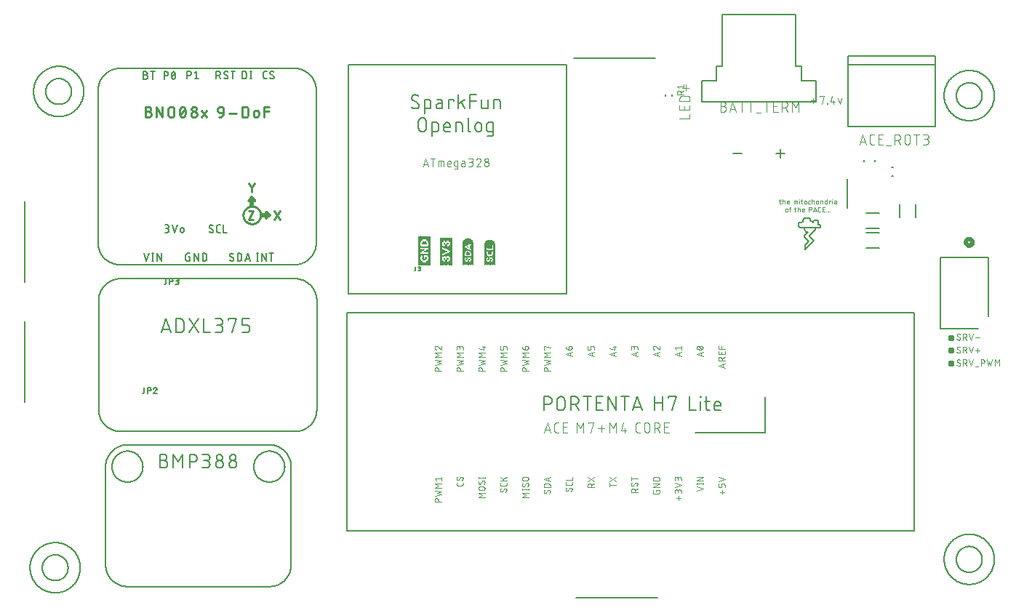
<source format=gbr>
G04 EAGLE Gerber RS-274X export*
G75*
%MOMM*%
%FSLAX34Y34*%
%LPD*%
%INSilkscreen Top*%
%IPPOS*%
%AMOC8*
5,1,8,0,0,1.08239X$1,22.5*%
G01*
%ADD10C,0.152400*%
%ADD11C,0.076200*%
%ADD12C,0.203200*%
%ADD13C,0.406400*%
%ADD14C,0.101600*%
%ADD15C,0.050800*%
%ADD16C,0.127000*%
%ADD17R,0.040000X3.180000*%
%ADD18R,0.030000X3.180000*%
%ADD19R,0.030000X0.630000*%
%ADD20R,0.030000X1.580000*%
%ADD21R,0.040000X0.520000*%
%ADD22R,0.040000X0.240000*%
%ADD23R,0.030000X0.490000*%
%ADD24R,0.030000X0.180000*%
%ADD25R,0.030000X0.520000*%
%ADD26R,0.040000X0.450000*%
%ADD27R,0.040000X0.140000*%
%ADD28R,0.040000X0.460000*%
%ADD29R,0.030000X0.420000*%
%ADD30R,0.030000X0.110000*%
%ADD31R,0.030000X0.460000*%
%ADD32R,0.040000X0.420000*%
%ADD33R,0.030000X0.070000*%
%ADD34R,0.030000X0.100000*%
%ADD35R,0.030000X0.380000*%
%ADD36R,0.030000X0.140000*%
%ADD37R,0.040000X0.170000*%
%ADD38R,0.040000X0.350000*%
%ADD39R,0.040000X0.180000*%
%ADD40R,0.040000X0.380000*%
%ADD41R,0.030000X0.250000*%
%ADD42R,0.030000X0.320000*%
%ADD43R,0.040000X0.490000*%
%ADD44R,0.040000X0.280000*%
%ADD45R,0.030000X0.210000*%
%ADD46R,0.030000X0.240000*%
%ADD47R,0.040000X0.630000*%
%ADD48R,0.040000X0.250000*%
%ADD49R,0.030000X0.280000*%
%ADD50R,0.030000X0.450000*%
%ADD51R,0.040000X0.320000*%
%ADD52R,0.040000X0.100000*%
%ADD53R,0.040000X0.530000*%
%ADD54R,0.030000X0.770000*%
%ADD55R,0.030000X0.040000*%
%ADD56R,0.030000X0.670000*%
%ADD57R,0.040000X0.310000*%
%ADD58R,0.040000X0.040000*%
%ADD59R,0.030000X0.310000*%
%ADD60R,0.030000X0.170000*%
%ADD61R,0.030000X0.350000*%
%ADD62R,0.040000X0.560000*%
%ADD63R,0.030000X0.560000*%
%ADD64R,0.040000X3.400000*%
%ADD65R,0.030000X3.400000*%
%ADD66R,0.030000X0.740000*%
%ADD67R,0.030000X2.450000*%
%ADD68R,0.040000X0.670000*%
%ADD69R,0.030000X0.600000*%
%ADD70R,0.040000X0.110000*%
%ADD71R,0.030000X0.530000*%
%ADD72R,0.040000X0.210000*%
%ADD73R,0.040000X0.390000*%
%ADD74R,0.030000X0.390000*%
%ADD75R,0.040000X0.070000*%
%ADD76R,0.030000X0.030000*%
%ADD77R,0.030000X0.700000*%
%ADD78R,0.030000X2.640000*%
%ADD79R,0.030000X2.730000*%
%ADD80R,0.020000X2.790000*%
%ADD81R,0.040000X2.850000*%
%ADD82R,0.030000X2.880000*%
%ADD83R,0.030000X2.910000*%
%ADD84R,0.020000X2.940000*%
%ADD85R,0.030000X0.540000*%
%ADD86R,0.030000X2.280000*%
%ADD87R,0.040000X0.480000*%
%ADD88R,0.040000X0.600000*%
%ADD89R,0.040000X0.870000*%
%ADD90R,0.030000X0.150000*%
%ADD91R,0.030000X0.510000*%
%ADD92R,0.030000X0.840000*%
%ADD93R,0.030000X0.120000*%
%ADD94R,0.030000X0.870000*%
%ADD95R,0.040000X0.360000*%
%ADD96R,0.040000X0.120000*%
%ADD97R,0.040000X0.330000*%
%ADD98R,0.030000X0.360000*%
%ADD99R,0.030000X0.300000*%
%ADD100R,0.040000X0.270000*%
%ADD101R,0.040000X0.840000*%
%ADD102R,0.030000X0.810000*%
%ADD103R,0.030000X0.330000*%
%ADD104R,0.030000X0.060000*%
%ADD105R,0.040000X0.150000*%
%ADD106R,0.040000X0.060000*%
%ADD107R,0.040000X0.780000*%
%ADD108R,0.030000X0.090000*%
%ADD109R,0.030000X0.780000*%
%ADD110R,0.030000X0.750000*%
%ADD111R,0.040000X0.720000*%
%ADD112R,0.040000X0.090000*%
%ADD113R,0.040000X0.300000*%
%ADD114R,0.030000X0.270000*%
%ADD115R,0.030000X0.720000*%
%ADD116R,0.030000X0.660000*%
%ADD117R,0.030000X0.570000*%
%ADD118R,0.040000X0.540000*%
%ADD119R,0.030000X2.940000*%
%ADD120R,0.030000X2.850000*%
%ADD121R,0.030000X2.790000*%
%ADD122R,0.030000X2.460000*%
%ADD123R,0.030000X2.550000*%
%ADD124R,0.020000X2.610000*%
%ADD125R,0.040000X2.670000*%
%ADD126R,0.030000X2.700000*%
%ADD127R,0.020000X2.760000*%
%ADD128R,0.030000X1.350000*%
%ADD129R,0.040000X0.930000*%
%ADD130R,0.030000X0.930000*%
%ADD131R,0.040000X0.960000*%
%ADD132R,0.030000X0.960000*%
%ADD133R,0.030000X0.990000*%
%ADD134R,0.040000X0.510000*%
%ADD135R,0.040000X0.990000*%
%ADD136R,0.040000X0.690000*%
%ADD137R,0.030000X0.480000*%
%ADD138R,0.030000X2.760000*%
%ADD139R,0.030000X2.670000*%
%ADD140R,0.030000X2.610000*%
%ADD141C,0.228600*%
%ADD142C,0.254000*%
%ADD143C,0.508000*%

G36*
X361547Y485751D02*
X361547Y485751D01*
X361657Y485758D01*
X361704Y485773D01*
X361753Y485780D01*
X361855Y485822D01*
X361959Y485856D01*
X362001Y485883D01*
X362047Y485901D01*
X362182Y485990D01*
X367262Y489800D01*
X367312Y489848D01*
X367366Y489887D01*
X367409Y489939D01*
X367465Y489991D01*
X367476Y490007D01*
X367490Y490021D01*
X367530Y490086D01*
X367568Y490132D01*
X367594Y490187D01*
X367640Y490256D01*
X367646Y490275D01*
X367656Y490292D01*
X367681Y490371D01*
X367704Y490420D01*
X367714Y490474D01*
X367743Y490557D01*
X367744Y490577D01*
X367750Y490596D01*
X367754Y490684D01*
X367764Y490732D01*
X367761Y490782D01*
X367768Y490874D01*
X367765Y490894D01*
X367765Y490913D01*
X367747Y491004D01*
X367744Y491050D01*
X367730Y491094D01*
X367713Y491188D01*
X367705Y491206D01*
X367701Y491225D01*
X367659Y491311D01*
X367646Y491352D01*
X367622Y491389D01*
X367583Y491478D01*
X367570Y491493D01*
X367562Y491511D01*
X367499Y491584D01*
X367476Y491621D01*
X367444Y491651D01*
X367384Y491726D01*
X367363Y491744D01*
X367355Y491753D01*
X367339Y491764D01*
X367262Y491830D01*
X362182Y495640D01*
X362177Y495643D01*
X362173Y495647D01*
X362136Y495667D01*
X362101Y495696D01*
X362001Y495743D01*
X361905Y495798D01*
X361857Y495811D01*
X361813Y495832D01*
X361705Y495853D01*
X361598Y495882D01*
X361549Y495882D01*
X361501Y495892D01*
X361447Y495888D01*
X361426Y495890D01*
X361420Y495890D01*
X361382Y495885D01*
X361280Y495887D01*
X361232Y495875D01*
X361183Y495872D01*
X361122Y495852D01*
X361104Y495850D01*
X361068Y495836D01*
X360971Y495812D01*
X360927Y495789D01*
X360881Y495774D01*
X360827Y495740D01*
X360809Y495733D01*
X360775Y495708D01*
X360690Y495663D01*
X360654Y495630D01*
X360612Y495604D01*
X360571Y495560D01*
X360551Y495546D01*
X360522Y495510D01*
X360455Y495449D01*
X360428Y495408D01*
X360394Y495372D01*
X360367Y495323D01*
X360349Y495301D01*
X360326Y495254D01*
X360280Y495184D01*
X360264Y495137D01*
X360240Y495094D01*
X360228Y495044D01*
X360213Y495013D01*
X360202Y494955D01*
X360177Y494883D01*
X360173Y494834D01*
X360161Y494786D01*
X360157Y494719D01*
X360153Y494701D01*
X360154Y494683D01*
X360151Y494625D01*
X360151Y493354D01*
X355070Y493354D01*
X354952Y493339D01*
X354833Y493332D01*
X354795Y493319D01*
X354754Y493314D01*
X354644Y493271D01*
X354531Y493234D01*
X354496Y493212D01*
X354459Y493197D01*
X354363Y493128D01*
X354262Y493064D01*
X354234Y493034D01*
X354201Y493011D01*
X354126Y492919D01*
X354044Y492832D01*
X354024Y492797D01*
X353999Y492766D01*
X353948Y492658D01*
X353890Y492554D01*
X353880Y492514D01*
X353863Y492478D01*
X353841Y492361D01*
X353811Y492246D01*
X353807Y492186D01*
X353803Y492166D01*
X353803Y492163D01*
X353804Y492144D01*
X353801Y492085D01*
X353801Y489545D01*
X353816Y489427D01*
X353823Y489308D01*
X353836Y489270D01*
X353841Y489229D01*
X353884Y489119D01*
X353921Y489006D01*
X353943Y488971D01*
X353958Y488934D01*
X354028Y488838D01*
X354091Y488737D01*
X354121Y488709D01*
X354144Y488676D01*
X354236Y488601D01*
X354323Y488519D01*
X354358Y488499D01*
X354389Y488474D01*
X354497Y488423D01*
X354601Y488365D01*
X354641Y488355D01*
X354677Y488338D01*
X354794Y488316D01*
X354909Y488286D01*
X354970Y488282D01*
X354990Y488278D01*
X355010Y488280D01*
X355070Y488276D01*
X360151Y488276D01*
X360151Y487005D01*
X360157Y486956D01*
X360155Y486907D01*
X360177Y486799D01*
X360191Y486689D01*
X360209Y486644D01*
X360219Y486595D01*
X360267Y486496D01*
X360308Y486394D01*
X360337Y486354D01*
X360358Y486309D01*
X360430Y486226D01*
X360494Y486136D01*
X360533Y486105D01*
X360565Y486067D01*
X360655Y486004D01*
X360739Y485934D01*
X360784Y485913D01*
X360825Y485884D01*
X360928Y485845D01*
X361027Y485798D01*
X361076Y485789D01*
X361122Y485771D01*
X361232Y485759D01*
X361340Y485738D01*
X361389Y485741D01*
X361438Y485736D01*
X361547Y485751D01*
G37*
G36*
X346218Y499741D02*
X346218Y499741D01*
X346337Y499748D01*
X346375Y499761D01*
X346416Y499766D01*
X346526Y499809D01*
X346639Y499846D01*
X346674Y499868D01*
X346711Y499883D01*
X346807Y499953D01*
X346908Y500016D01*
X346936Y500046D01*
X346969Y500069D01*
X347045Y500161D01*
X347126Y500248D01*
X347146Y500283D01*
X347171Y500314D01*
X347222Y500422D01*
X347280Y500526D01*
X347290Y500566D01*
X347307Y500602D01*
X347329Y500719D01*
X347359Y500834D01*
X347363Y500895D01*
X347367Y500915D01*
X347365Y500935D01*
X347369Y500995D01*
X347369Y506076D01*
X348640Y506076D01*
X348689Y506082D01*
X348738Y506080D01*
X348846Y506102D01*
X348956Y506116D01*
X349001Y506134D01*
X349050Y506144D01*
X349149Y506192D01*
X349251Y506233D01*
X349291Y506262D01*
X349336Y506283D01*
X349419Y506355D01*
X349509Y506419D01*
X349540Y506458D01*
X349578Y506490D01*
X349641Y506580D01*
X349711Y506664D01*
X349732Y506709D01*
X349761Y506750D01*
X349800Y506853D01*
X349847Y506952D01*
X349856Y507001D01*
X349874Y507047D01*
X349886Y507157D01*
X349907Y507265D01*
X349904Y507314D01*
X349909Y507363D01*
X349894Y507472D01*
X349887Y507582D01*
X349872Y507629D01*
X349865Y507678D01*
X349823Y507780D01*
X349789Y507884D01*
X349762Y507926D01*
X349744Y507972D01*
X349655Y508107D01*
X345845Y513187D01*
X345827Y513206D01*
X345814Y513226D01*
X345741Y513295D01*
X345654Y513390D01*
X345638Y513401D01*
X345624Y513415D01*
X345593Y513434D01*
X345582Y513444D01*
X345527Y513475D01*
X345505Y513488D01*
X345389Y513565D01*
X345370Y513571D01*
X345353Y513581D01*
X345308Y513595D01*
X345304Y513598D01*
X345281Y513604D01*
X345220Y513623D01*
X345088Y513668D01*
X345068Y513669D01*
X345049Y513675D01*
X344967Y513679D01*
X344853Y513686D01*
X344771Y513693D01*
X344751Y513690D01*
X344732Y513690D01*
X344595Y513662D01*
X344515Y513648D01*
X344509Y513648D01*
X344508Y513647D01*
X344457Y513638D01*
X344439Y513630D01*
X344420Y513626D01*
X344295Y513565D01*
X344253Y513546D01*
X344214Y513531D01*
X344206Y513525D01*
X344168Y513508D01*
X344152Y513495D01*
X344134Y513487D01*
X344028Y513396D01*
X344025Y513393D01*
X343956Y513344D01*
X343944Y513329D01*
X343919Y513309D01*
X343901Y513288D01*
X343892Y513280D01*
X343881Y513264D01*
X343815Y513187D01*
X340005Y508107D01*
X339980Y508064D01*
X339949Y508026D01*
X339902Y507926D01*
X339847Y507830D01*
X339834Y507782D01*
X339813Y507738D01*
X339792Y507630D01*
X339763Y507523D01*
X339763Y507474D01*
X339753Y507426D01*
X339760Y507316D01*
X339758Y507205D01*
X339770Y507157D01*
X339773Y507108D01*
X339807Y507004D01*
X339833Y506896D01*
X339856Y506852D01*
X339871Y506806D01*
X339930Y506713D01*
X339982Y506615D01*
X340015Y506579D01*
X340041Y506537D01*
X340122Y506461D01*
X340196Y506380D01*
X340237Y506353D01*
X340273Y506319D01*
X340369Y506266D01*
X340461Y506205D01*
X340508Y506189D01*
X340551Y506165D01*
X340658Y506138D01*
X340762Y506102D01*
X340811Y506098D01*
X340859Y506086D01*
X341020Y506076D01*
X342291Y506076D01*
X342291Y500995D01*
X342306Y500877D01*
X342313Y500758D01*
X342326Y500720D01*
X342331Y500679D01*
X342374Y500569D01*
X342411Y500456D01*
X342433Y500421D01*
X342448Y500384D01*
X342518Y500288D01*
X342581Y500187D01*
X342611Y500159D01*
X342634Y500126D01*
X342726Y500051D01*
X342813Y499969D01*
X342848Y499949D01*
X342879Y499924D01*
X342987Y499873D01*
X343091Y499815D01*
X343131Y499805D01*
X343167Y499788D01*
X343284Y499766D01*
X343399Y499736D01*
X343460Y499732D01*
X343480Y499728D01*
X343500Y499730D01*
X343560Y499726D01*
X346100Y499726D01*
X346218Y499741D01*
G37*
D10*
X457020Y398750D02*
X457020Y665450D01*
X711020Y665450D01*
X711020Y398750D01*
X457020Y398750D01*
X535909Y614647D02*
X536027Y614649D01*
X536145Y614655D01*
X536263Y614664D01*
X536380Y614678D01*
X536497Y614695D01*
X536614Y614716D01*
X536729Y614741D01*
X536844Y614770D01*
X536958Y614803D01*
X537070Y614839D01*
X537181Y614879D01*
X537291Y614922D01*
X537400Y614969D01*
X537507Y615019D01*
X537612Y615074D01*
X537715Y615131D01*
X537816Y615192D01*
X537916Y615256D01*
X538013Y615323D01*
X538108Y615393D01*
X538200Y615467D01*
X538291Y615543D01*
X538378Y615623D01*
X538463Y615705D01*
X538545Y615790D01*
X538625Y615877D01*
X538701Y615968D01*
X538775Y616060D01*
X538845Y616155D01*
X538912Y616252D01*
X538976Y616352D01*
X539037Y616453D01*
X539094Y616556D01*
X539149Y616661D01*
X539199Y616768D01*
X539246Y616877D01*
X539289Y616987D01*
X539329Y617098D01*
X539365Y617210D01*
X539398Y617324D01*
X539427Y617439D01*
X539452Y617554D01*
X539473Y617671D01*
X539490Y617788D01*
X539504Y617905D01*
X539513Y618023D01*
X539519Y618141D01*
X539521Y618259D01*
X535909Y614647D02*
X535726Y614649D01*
X535544Y614656D01*
X535362Y614667D01*
X535180Y614682D01*
X534998Y614702D01*
X534817Y614725D01*
X534637Y614754D01*
X534457Y614786D01*
X534278Y614823D01*
X534101Y614864D01*
X533924Y614910D01*
X533748Y614959D01*
X533574Y615013D01*
X533400Y615071D01*
X533229Y615133D01*
X533059Y615199D01*
X532890Y615270D01*
X532723Y615344D01*
X532558Y615422D01*
X532395Y615504D01*
X532234Y615590D01*
X532075Y615680D01*
X531918Y615774D01*
X531764Y615871D01*
X531612Y615972D01*
X531462Y616077D01*
X531315Y616185D01*
X531171Y616296D01*
X531029Y616411D01*
X530890Y616530D01*
X530754Y616652D01*
X530621Y616777D01*
X530491Y616905D01*
X530943Y627291D02*
X530945Y627409D01*
X530951Y627527D01*
X530960Y627645D01*
X530974Y627762D01*
X530991Y627879D01*
X531012Y627996D01*
X531037Y628111D01*
X531066Y628226D01*
X531099Y628340D01*
X531135Y628452D01*
X531175Y628563D01*
X531218Y628673D01*
X531265Y628782D01*
X531315Y628889D01*
X531370Y628994D01*
X531427Y629097D01*
X531488Y629198D01*
X531552Y629298D01*
X531619Y629395D01*
X531689Y629490D01*
X531763Y629582D01*
X531839Y629673D01*
X531919Y629760D01*
X532001Y629845D01*
X532086Y629927D01*
X532173Y630007D01*
X532264Y630083D01*
X532356Y630157D01*
X532451Y630227D01*
X532548Y630294D01*
X532648Y630358D01*
X532749Y630419D01*
X532852Y630477D01*
X532957Y630531D01*
X533064Y630581D01*
X533173Y630628D01*
X533283Y630672D01*
X533394Y630711D01*
X533507Y630747D01*
X533620Y630780D01*
X533735Y630809D01*
X533850Y630834D01*
X533967Y630855D01*
X534084Y630872D01*
X534201Y630886D01*
X534319Y630895D01*
X534437Y630901D01*
X534555Y630903D01*
X534716Y630901D01*
X534878Y630895D01*
X535039Y630886D01*
X535200Y630872D01*
X535360Y630855D01*
X535520Y630834D01*
X535680Y630809D01*
X535839Y630780D01*
X535997Y630748D01*
X536154Y630712D01*
X536310Y630672D01*
X536466Y630628D01*
X536620Y630580D01*
X536773Y630529D01*
X536925Y630475D01*
X537076Y630416D01*
X537225Y630355D01*
X537372Y630289D01*
X537518Y630220D01*
X537663Y630148D01*
X537805Y630072D01*
X537946Y629993D01*
X538085Y629911D01*
X538221Y629825D01*
X538356Y629736D01*
X538489Y629644D01*
X538619Y629548D01*
X532748Y624130D02*
X532647Y624192D01*
X532547Y624257D01*
X532450Y624326D01*
X532355Y624398D01*
X532262Y624472D01*
X532172Y624550D01*
X532084Y624631D01*
X531999Y624714D01*
X531917Y624800D01*
X531838Y624889D01*
X531761Y624980D01*
X531688Y625074D01*
X531617Y625170D01*
X531550Y625268D01*
X531486Y625368D01*
X531425Y625471D01*
X531368Y625575D01*
X531314Y625681D01*
X531264Y625789D01*
X531217Y625898D01*
X531173Y626009D01*
X531133Y626121D01*
X531097Y626235D01*
X531065Y626349D01*
X531036Y626465D01*
X531011Y626581D01*
X530990Y626698D01*
X530973Y626816D01*
X530959Y626934D01*
X530950Y627053D01*
X530944Y627172D01*
X530942Y627291D01*
X537716Y621420D02*
X537817Y621358D01*
X537917Y621293D01*
X538014Y621224D01*
X538109Y621152D01*
X538202Y621078D01*
X538292Y621000D01*
X538380Y620919D01*
X538465Y620836D01*
X538547Y620750D01*
X538626Y620661D01*
X538703Y620570D01*
X538776Y620476D01*
X538847Y620380D01*
X538914Y620282D01*
X538978Y620182D01*
X539039Y620079D01*
X539096Y619975D01*
X539150Y619869D01*
X539200Y619761D01*
X539247Y619652D01*
X539291Y619541D01*
X539331Y619429D01*
X539367Y619315D01*
X539399Y619201D01*
X539428Y619085D01*
X539453Y618969D01*
X539474Y618852D01*
X539491Y618734D01*
X539505Y618616D01*
X539514Y618497D01*
X539520Y618378D01*
X539522Y618259D01*
X537716Y621420D02*
X532749Y624130D01*
X546056Y625484D02*
X546056Y609228D01*
X546056Y625484D02*
X550572Y625484D01*
X550676Y625482D01*
X550779Y625476D01*
X550883Y625466D01*
X550986Y625452D01*
X551088Y625434D01*
X551189Y625413D01*
X551290Y625387D01*
X551389Y625358D01*
X551488Y625325D01*
X551585Y625288D01*
X551680Y625247D01*
X551774Y625203D01*
X551866Y625155D01*
X551956Y625104D01*
X552045Y625049D01*
X552131Y624991D01*
X552214Y624929D01*
X552296Y624865D01*
X552374Y624797D01*
X552450Y624727D01*
X552524Y624654D01*
X552594Y624577D01*
X552662Y624499D01*
X552726Y624417D01*
X552788Y624334D01*
X552846Y624248D01*
X552901Y624159D01*
X552952Y624069D01*
X553000Y623977D01*
X553044Y623883D01*
X553085Y623788D01*
X553122Y623691D01*
X553155Y623592D01*
X553184Y623493D01*
X553210Y623392D01*
X553231Y623291D01*
X553249Y623189D01*
X553263Y623086D01*
X553273Y622982D01*
X553279Y622879D01*
X553281Y622775D01*
X553281Y617356D01*
X553279Y617255D01*
X553273Y617154D01*
X553264Y617053D01*
X553251Y616952D01*
X553234Y616852D01*
X553213Y616753D01*
X553189Y616655D01*
X553161Y616558D01*
X553129Y616461D01*
X553094Y616366D01*
X553055Y616273D01*
X553013Y616181D01*
X552967Y616090D01*
X552918Y616002D01*
X552866Y615915D01*
X552810Y615830D01*
X552752Y615747D01*
X552690Y615667D01*
X552625Y615589D01*
X552558Y615513D01*
X552488Y615440D01*
X552415Y615370D01*
X552339Y615303D01*
X552261Y615238D01*
X552181Y615176D01*
X552098Y615118D01*
X552013Y615062D01*
X551927Y615010D01*
X551838Y614961D01*
X551747Y614915D01*
X551655Y614873D01*
X551562Y614834D01*
X551467Y614799D01*
X551370Y614767D01*
X551273Y614739D01*
X551175Y614715D01*
X551076Y614694D01*
X550976Y614677D01*
X550875Y614664D01*
X550774Y614655D01*
X550673Y614649D01*
X550572Y614647D01*
X546056Y614647D01*
X562618Y620969D02*
X566682Y620969D01*
X562618Y620969D02*
X562506Y620967D01*
X562395Y620961D01*
X562284Y620951D01*
X562173Y620938D01*
X562063Y620920D01*
X561954Y620898D01*
X561845Y620873D01*
X561737Y620844D01*
X561631Y620811D01*
X561525Y620774D01*
X561421Y620734D01*
X561319Y620690D01*
X561218Y620642D01*
X561119Y620591D01*
X561021Y620536D01*
X560926Y620478D01*
X560833Y620417D01*
X560742Y620352D01*
X560653Y620284D01*
X560567Y620213D01*
X560484Y620140D01*
X560403Y620063D01*
X560324Y619983D01*
X560249Y619901D01*
X560177Y619816D01*
X560107Y619729D01*
X560041Y619639D01*
X559978Y619547D01*
X559918Y619452D01*
X559862Y619356D01*
X559809Y619258D01*
X559760Y619158D01*
X559714Y619056D01*
X559672Y618953D01*
X559633Y618848D01*
X559598Y618742D01*
X559567Y618635D01*
X559540Y618527D01*
X559516Y618418D01*
X559497Y618308D01*
X559481Y618198D01*
X559469Y618087D01*
X559461Y617975D01*
X559457Y617864D01*
X559457Y617752D01*
X559461Y617641D01*
X559469Y617529D01*
X559481Y617418D01*
X559497Y617308D01*
X559516Y617198D01*
X559540Y617089D01*
X559567Y616981D01*
X559598Y616874D01*
X559633Y616768D01*
X559672Y616663D01*
X559714Y616560D01*
X559760Y616458D01*
X559809Y616358D01*
X559862Y616260D01*
X559918Y616164D01*
X559978Y616069D01*
X560041Y615977D01*
X560107Y615887D01*
X560177Y615800D01*
X560249Y615715D01*
X560324Y615633D01*
X560403Y615553D01*
X560484Y615476D01*
X560567Y615403D01*
X560653Y615332D01*
X560742Y615264D01*
X560833Y615199D01*
X560926Y615138D01*
X561021Y615080D01*
X561119Y615025D01*
X561218Y614974D01*
X561319Y614926D01*
X561421Y614882D01*
X561525Y614842D01*
X561631Y614805D01*
X561737Y614772D01*
X561845Y614743D01*
X561954Y614718D01*
X562063Y614696D01*
X562173Y614678D01*
X562284Y614665D01*
X562395Y614655D01*
X562506Y614649D01*
X562618Y614647D01*
X566682Y614647D01*
X566682Y622775D01*
X566681Y622775D02*
X566679Y622876D01*
X566673Y622977D01*
X566664Y623078D01*
X566651Y623179D01*
X566634Y623279D01*
X566613Y623378D01*
X566589Y623476D01*
X566561Y623573D01*
X566529Y623670D01*
X566494Y623765D01*
X566455Y623858D01*
X566413Y623950D01*
X566367Y624041D01*
X566318Y624130D01*
X566266Y624216D01*
X566210Y624301D01*
X566152Y624384D01*
X566090Y624464D01*
X566025Y624542D01*
X565958Y624618D01*
X565888Y624691D01*
X565815Y624761D01*
X565739Y624828D01*
X565661Y624893D01*
X565581Y624955D01*
X565498Y625013D01*
X565413Y625069D01*
X565327Y625121D01*
X565238Y625170D01*
X565147Y625216D01*
X565055Y625258D01*
X564962Y625297D01*
X564867Y625332D01*
X564770Y625364D01*
X564673Y625392D01*
X564575Y625416D01*
X564476Y625437D01*
X564376Y625454D01*
X564275Y625467D01*
X564174Y625476D01*
X564073Y625482D01*
X563972Y625484D01*
X560360Y625484D01*
X574204Y625484D02*
X574204Y614647D01*
X574204Y625484D02*
X579623Y625484D01*
X579623Y623678D01*
X585230Y630903D02*
X585230Y614647D01*
X585230Y620066D02*
X592455Y625484D01*
X588391Y622323D02*
X592455Y614647D01*
X598777Y614647D02*
X598777Y630903D01*
X606002Y630903D01*
X606002Y623678D02*
X598777Y623678D01*
X612155Y625484D02*
X612155Y617356D01*
X612156Y617356D02*
X612158Y617255D01*
X612164Y617154D01*
X612173Y617053D01*
X612186Y616952D01*
X612203Y616852D01*
X612224Y616753D01*
X612248Y616655D01*
X612276Y616558D01*
X612308Y616461D01*
X612343Y616366D01*
X612382Y616273D01*
X612424Y616181D01*
X612470Y616090D01*
X612519Y616002D01*
X612571Y615915D01*
X612627Y615830D01*
X612685Y615747D01*
X612747Y615667D01*
X612812Y615589D01*
X612879Y615513D01*
X612949Y615440D01*
X613022Y615370D01*
X613098Y615303D01*
X613176Y615238D01*
X613256Y615176D01*
X613339Y615118D01*
X613424Y615062D01*
X613511Y615010D01*
X613599Y614961D01*
X613690Y614915D01*
X613782Y614873D01*
X613875Y614834D01*
X613970Y614799D01*
X614067Y614767D01*
X614164Y614739D01*
X614262Y614715D01*
X614361Y614694D01*
X614461Y614677D01*
X614562Y614664D01*
X614663Y614655D01*
X614764Y614649D01*
X614865Y614647D01*
X619380Y614647D01*
X619380Y625484D01*
X626744Y625484D02*
X626744Y614647D01*
X626744Y625484D02*
X631260Y625484D01*
X631364Y625482D01*
X631467Y625476D01*
X631571Y625466D01*
X631674Y625452D01*
X631776Y625434D01*
X631877Y625413D01*
X631978Y625387D01*
X632077Y625358D01*
X632176Y625325D01*
X632273Y625288D01*
X632368Y625247D01*
X632462Y625203D01*
X632554Y625155D01*
X632644Y625104D01*
X632733Y625049D01*
X632819Y624991D01*
X632902Y624929D01*
X632984Y624865D01*
X633062Y624797D01*
X633138Y624727D01*
X633212Y624654D01*
X633282Y624577D01*
X633350Y624499D01*
X633414Y624417D01*
X633476Y624334D01*
X633534Y624248D01*
X633589Y624159D01*
X633640Y624069D01*
X633688Y623977D01*
X633732Y623883D01*
X633773Y623788D01*
X633810Y623691D01*
X633843Y623592D01*
X633872Y623493D01*
X633898Y623392D01*
X633919Y623291D01*
X633937Y623189D01*
X633951Y623086D01*
X633961Y622982D01*
X633967Y622879D01*
X633969Y622775D01*
X633969Y614647D01*
X538864Y599717D02*
X538864Y592493D01*
X538864Y599717D02*
X538866Y599850D01*
X538872Y599982D01*
X538882Y600114D01*
X538895Y600246D01*
X538913Y600378D01*
X538934Y600508D01*
X538959Y600639D01*
X538988Y600768D01*
X539021Y600896D01*
X539057Y601024D01*
X539097Y601150D01*
X539141Y601275D01*
X539189Y601399D01*
X539240Y601521D01*
X539295Y601642D01*
X539353Y601761D01*
X539415Y601879D01*
X539480Y601994D01*
X539549Y602108D01*
X539620Y602219D01*
X539696Y602328D01*
X539774Y602435D01*
X539855Y602540D01*
X539940Y602642D01*
X540027Y602742D01*
X540117Y602839D01*
X540210Y602934D01*
X540306Y603025D01*
X540404Y603114D01*
X540505Y603200D01*
X540609Y603283D01*
X540715Y603363D01*
X540823Y603439D01*
X540933Y603513D01*
X541046Y603583D01*
X541160Y603650D01*
X541277Y603713D01*
X541395Y603773D01*
X541515Y603830D01*
X541637Y603883D01*
X541760Y603932D01*
X541884Y603978D01*
X542010Y604020D01*
X542137Y604058D01*
X542265Y604093D01*
X542394Y604124D01*
X542523Y604151D01*
X542654Y604174D01*
X542785Y604194D01*
X542917Y604209D01*
X543049Y604221D01*
X543181Y604229D01*
X543314Y604233D01*
X543446Y604233D01*
X543579Y604229D01*
X543711Y604221D01*
X543843Y604209D01*
X543975Y604194D01*
X544106Y604174D01*
X544237Y604151D01*
X544366Y604124D01*
X544495Y604093D01*
X544623Y604058D01*
X544750Y604020D01*
X544876Y603978D01*
X545000Y603932D01*
X545123Y603883D01*
X545245Y603830D01*
X545365Y603773D01*
X545483Y603713D01*
X545600Y603650D01*
X545714Y603583D01*
X545827Y603513D01*
X545937Y603439D01*
X546045Y603363D01*
X546151Y603283D01*
X546255Y603200D01*
X546356Y603114D01*
X546454Y603025D01*
X546550Y602934D01*
X546643Y602839D01*
X546733Y602742D01*
X546820Y602642D01*
X546905Y602540D01*
X546986Y602435D01*
X547064Y602328D01*
X547140Y602219D01*
X547211Y602108D01*
X547280Y601994D01*
X547345Y601879D01*
X547407Y601761D01*
X547465Y601642D01*
X547520Y601521D01*
X547571Y601399D01*
X547619Y601275D01*
X547663Y601150D01*
X547703Y601024D01*
X547739Y600896D01*
X547772Y600768D01*
X547801Y600639D01*
X547826Y600508D01*
X547847Y600378D01*
X547865Y600246D01*
X547878Y600114D01*
X547888Y599982D01*
X547894Y599850D01*
X547896Y599717D01*
X547895Y599717D02*
X547895Y592493D01*
X547896Y592493D02*
X547894Y592360D01*
X547888Y592228D01*
X547878Y592096D01*
X547865Y591964D01*
X547847Y591832D01*
X547826Y591702D01*
X547801Y591571D01*
X547772Y591442D01*
X547739Y591314D01*
X547703Y591186D01*
X547663Y591060D01*
X547619Y590935D01*
X547571Y590811D01*
X547520Y590689D01*
X547465Y590568D01*
X547407Y590449D01*
X547345Y590331D01*
X547280Y590216D01*
X547211Y590102D01*
X547140Y589991D01*
X547064Y589882D01*
X546986Y589775D01*
X546905Y589670D01*
X546820Y589568D01*
X546733Y589468D01*
X546643Y589371D01*
X546550Y589276D01*
X546454Y589185D01*
X546356Y589096D01*
X546255Y589010D01*
X546151Y588927D01*
X546045Y588847D01*
X545937Y588771D01*
X545827Y588697D01*
X545714Y588627D01*
X545600Y588560D01*
X545483Y588497D01*
X545365Y588437D01*
X545245Y588380D01*
X545123Y588327D01*
X545000Y588278D01*
X544876Y588232D01*
X544750Y588190D01*
X544623Y588152D01*
X544495Y588117D01*
X544366Y588086D01*
X544237Y588059D01*
X544106Y588036D01*
X543975Y588016D01*
X543843Y588001D01*
X543711Y587989D01*
X543579Y587981D01*
X543446Y587977D01*
X543314Y587977D01*
X543181Y587981D01*
X543049Y587989D01*
X542917Y588001D01*
X542785Y588016D01*
X542654Y588036D01*
X542523Y588059D01*
X542394Y588086D01*
X542265Y588117D01*
X542137Y588152D01*
X542010Y588190D01*
X541884Y588232D01*
X541760Y588278D01*
X541637Y588327D01*
X541515Y588380D01*
X541395Y588437D01*
X541277Y588497D01*
X541160Y588560D01*
X541046Y588627D01*
X540933Y588697D01*
X540823Y588771D01*
X540715Y588847D01*
X540609Y588927D01*
X540505Y589010D01*
X540404Y589096D01*
X540306Y589185D01*
X540210Y589276D01*
X540117Y589371D01*
X540027Y589468D01*
X539940Y589568D01*
X539855Y589670D01*
X539774Y589775D01*
X539696Y589882D01*
X539620Y589991D01*
X539549Y590102D01*
X539480Y590216D01*
X539415Y590331D01*
X539353Y590449D01*
X539295Y590568D01*
X539240Y590689D01*
X539189Y590811D01*
X539141Y590935D01*
X539097Y591060D01*
X539057Y591186D01*
X539021Y591314D01*
X538988Y591442D01*
X538959Y591571D01*
X538934Y591702D01*
X538913Y591832D01*
X538895Y591964D01*
X538882Y592096D01*
X538872Y592228D01*
X538866Y592360D01*
X538864Y592493D01*
X554951Y598814D02*
X554951Y582558D01*
X554951Y598814D02*
X559466Y598814D01*
X559570Y598812D01*
X559673Y598806D01*
X559777Y598796D01*
X559880Y598782D01*
X559982Y598764D01*
X560083Y598743D01*
X560184Y598717D01*
X560283Y598688D01*
X560382Y598655D01*
X560479Y598618D01*
X560574Y598577D01*
X560668Y598533D01*
X560760Y598485D01*
X560850Y598434D01*
X560939Y598379D01*
X561025Y598321D01*
X561108Y598259D01*
X561190Y598195D01*
X561268Y598127D01*
X561344Y598057D01*
X561418Y597984D01*
X561488Y597907D01*
X561556Y597829D01*
X561620Y597747D01*
X561682Y597664D01*
X561740Y597578D01*
X561795Y597489D01*
X561846Y597399D01*
X561894Y597307D01*
X561938Y597213D01*
X561979Y597118D01*
X562016Y597021D01*
X562049Y596922D01*
X562078Y596823D01*
X562104Y596722D01*
X562125Y596621D01*
X562143Y596519D01*
X562157Y596416D01*
X562167Y596312D01*
X562173Y596209D01*
X562175Y596105D01*
X562176Y596105D02*
X562176Y590686D01*
X562175Y590686D02*
X562173Y590585D01*
X562167Y590484D01*
X562158Y590383D01*
X562145Y590282D01*
X562128Y590182D01*
X562107Y590083D01*
X562083Y589985D01*
X562055Y589888D01*
X562023Y589791D01*
X561988Y589696D01*
X561949Y589603D01*
X561907Y589511D01*
X561861Y589420D01*
X561812Y589332D01*
X561760Y589245D01*
X561704Y589160D01*
X561646Y589077D01*
X561584Y588997D01*
X561519Y588919D01*
X561452Y588843D01*
X561382Y588770D01*
X561309Y588700D01*
X561233Y588633D01*
X561155Y588568D01*
X561075Y588506D01*
X560992Y588448D01*
X560907Y588392D01*
X560821Y588340D01*
X560732Y588291D01*
X560641Y588245D01*
X560549Y588203D01*
X560456Y588164D01*
X560361Y588129D01*
X560264Y588097D01*
X560167Y588069D01*
X560069Y588045D01*
X559970Y588024D01*
X559870Y588007D01*
X559769Y587994D01*
X559668Y587985D01*
X559567Y587979D01*
X559466Y587977D01*
X554951Y587977D01*
X571134Y587977D02*
X575649Y587977D01*
X571134Y587977D02*
X571033Y587979D01*
X570932Y587985D01*
X570831Y587994D01*
X570730Y588007D01*
X570630Y588024D01*
X570531Y588045D01*
X570433Y588069D01*
X570336Y588097D01*
X570239Y588129D01*
X570144Y588164D01*
X570051Y588203D01*
X569959Y588245D01*
X569868Y588291D01*
X569780Y588340D01*
X569693Y588392D01*
X569608Y588448D01*
X569525Y588506D01*
X569445Y588568D01*
X569367Y588633D01*
X569291Y588700D01*
X569218Y588770D01*
X569148Y588843D01*
X569081Y588919D01*
X569016Y588997D01*
X568954Y589077D01*
X568896Y589160D01*
X568840Y589245D01*
X568788Y589332D01*
X568739Y589420D01*
X568693Y589511D01*
X568651Y589603D01*
X568612Y589696D01*
X568577Y589791D01*
X568545Y589888D01*
X568517Y589985D01*
X568493Y590083D01*
X568472Y590182D01*
X568455Y590282D01*
X568442Y590383D01*
X568433Y590484D01*
X568427Y590585D01*
X568425Y590686D01*
X568424Y590686D02*
X568424Y595202D01*
X568425Y595202D02*
X568427Y595321D01*
X568433Y595441D01*
X568443Y595560D01*
X568457Y595678D01*
X568474Y595797D01*
X568496Y595914D01*
X568521Y596031D01*
X568551Y596146D01*
X568584Y596261D01*
X568621Y596375D01*
X568661Y596487D01*
X568706Y596598D01*
X568754Y596707D01*
X568805Y596815D01*
X568860Y596921D01*
X568919Y597025D01*
X568981Y597127D01*
X569046Y597227D01*
X569115Y597325D01*
X569187Y597421D01*
X569262Y597514D01*
X569339Y597604D01*
X569420Y597692D01*
X569504Y597777D01*
X569591Y597859D01*
X569680Y597939D01*
X569772Y598015D01*
X569866Y598089D01*
X569963Y598159D01*
X570061Y598226D01*
X570162Y598290D01*
X570266Y598350D01*
X570371Y598407D01*
X570478Y598460D01*
X570586Y598510D01*
X570696Y598556D01*
X570808Y598598D01*
X570921Y598637D01*
X571035Y598672D01*
X571150Y598703D01*
X571267Y598731D01*
X571384Y598754D01*
X571501Y598774D01*
X571620Y598790D01*
X571739Y598802D01*
X571858Y598810D01*
X571977Y598814D01*
X572097Y598814D01*
X572216Y598810D01*
X572335Y598802D01*
X572454Y598790D01*
X572573Y598774D01*
X572690Y598754D01*
X572807Y598731D01*
X572924Y598703D01*
X573039Y598672D01*
X573153Y598637D01*
X573266Y598598D01*
X573378Y598556D01*
X573488Y598510D01*
X573596Y598460D01*
X573703Y598407D01*
X573808Y598350D01*
X573912Y598290D01*
X574013Y598226D01*
X574111Y598159D01*
X574208Y598089D01*
X574302Y598015D01*
X574394Y597939D01*
X574483Y597859D01*
X574570Y597777D01*
X574654Y597692D01*
X574735Y597604D01*
X574812Y597514D01*
X574887Y597421D01*
X574959Y597325D01*
X575028Y597227D01*
X575093Y597127D01*
X575155Y597025D01*
X575214Y596921D01*
X575269Y596815D01*
X575320Y596707D01*
X575368Y596598D01*
X575413Y596487D01*
X575453Y596375D01*
X575490Y596261D01*
X575523Y596146D01*
X575553Y596031D01*
X575578Y595914D01*
X575600Y595797D01*
X575617Y595678D01*
X575631Y595560D01*
X575641Y595441D01*
X575647Y595321D01*
X575649Y595202D01*
X575649Y593396D01*
X568424Y593396D01*
X582493Y587977D02*
X582493Y598814D01*
X587008Y598814D01*
X587112Y598812D01*
X587215Y598806D01*
X587319Y598796D01*
X587422Y598782D01*
X587524Y598764D01*
X587625Y598743D01*
X587726Y598717D01*
X587825Y598688D01*
X587924Y598655D01*
X588021Y598618D01*
X588116Y598577D01*
X588210Y598533D01*
X588302Y598485D01*
X588392Y598434D01*
X588481Y598379D01*
X588567Y598321D01*
X588650Y598259D01*
X588732Y598195D01*
X588810Y598127D01*
X588886Y598057D01*
X588960Y597984D01*
X589030Y597907D01*
X589098Y597829D01*
X589162Y597747D01*
X589224Y597664D01*
X589282Y597578D01*
X589337Y597489D01*
X589388Y597399D01*
X589436Y597307D01*
X589480Y597213D01*
X589521Y597118D01*
X589558Y597021D01*
X589591Y596922D01*
X589620Y596823D01*
X589646Y596722D01*
X589667Y596621D01*
X589685Y596519D01*
X589699Y596416D01*
X589709Y596312D01*
X589715Y596209D01*
X589717Y596105D01*
X589717Y587977D01*
X596798Y590686D02*
X596798Y604233D01*
X596798Y590686D02*
X596800Y590585D01*
X596806Y590484D01*
X596815Y590383D01*
X596828Y590282D01*
X596845Y590182D01*
X596866Y590083D01*
X596890Y589985D01*
X596918Y589888D01*
X596950Y589791D01*
X596985Y589696D01*
X597024Y589603D01*
X597066Y589511D01*
X597112Y589420D01*
X597161Y589332D01*
X597213Y589245D01*
X597269Y589160D01*
X597327Y589077D01*
X597389Y588997D01*
X597454Y588919D01*
X597521Y588843D01*
X597591Y588770D01*
X597664Y588700D01*
X597740Y588633D01*
X597818Y588568D01*
X597898Y588506D01*
X597981Y588448D01*
X598066Y588392D01*
X598153Y588340D01*
X598241Y588291D01*
X598332Y588245D01*
X598424Y588203D01*
X598517Y588164D01*
X598612Y588129D01*
X598709Y588097D01*
X598806Y588069D01*
X598904Y588045D01*
X599003Y588024D01*
X599103Y588007D01*
X599204Y587994D01*
X599305Y587985D01*
X599406Y587979D01*
X599507Y587977D01*
X604897Y591589D02*
X604897Y595202D01*
X604898Y595202D02*
X604900Y595321D01*
X604906Y595441D01*
X604916Y595560D01*
X604930Y595678D01*
X604947Y595797D01*
X604969Y595914D01*
X604994Y596031D01*
X605024Y596146D01*
X605057Y596261D01*
X605094Y596375D01*
X605134Y596487D01*
X605179Y596598D01*
X605227Y596707D01*
X605278Y596815D01*
X605333Y596921D01*
X605392Y597025D01*
X605454Y597127D01*
X605519Y597227D01*
X605588Y597325D01*
X605660Y597421D01*
X605735Y597514D01*
X605812Y597604D01*
X605893Y597692D01*
X605977Y597777D01*
X606064Y597859D01*
X606153Y597939D01*
X606245Y598015D01*
X606339Y598089D01*
X606436Y598159D01*
X606534Y598226D01*
X606635Y598290D01*
X606739Y598350D01*
X606844Y598407D01*
X606951Y598460D01*
X607059Y598510D01*
X607169Y598556D01*
X607281Y598598D01*
X607394Y598637D01*
X607508Y598672D01*
X607623Y598703D01*
X607740Y598731D01*
X607857Y598754D01*
X607974Y598774D01*
X608093Y598790D01*
X608212Y598802D01*
X608331Y598810D01*
X608450Y598814D01*
X608570Y598814D01*
X608689Y598810D01*
X608808Y598802D01*
X608927Y598790D01*
X609046Y598774D01*
X609163Y598754D01*
X609280Y598731D01*
X609397Y598703D01*
X609512Y598672D01*
X609626Y598637D01*
X609739Y598598D01*
X609851Y598556D01*
X609961Y598510D01*
X610069Y598460D01*
X610176Y598407D01*
X610281Y598350D01*
X610385Y598290D01*
X610486Y598226D01*
X610584Y598159D01*
X610681Y598089D01*
X610775Y598015D01*
X610867Y597939D01*
X610956Y597859D01*
X611043Y597777D01*
X611127Y597692D01*
X611208Y597604D01*
X611285Y597514D01*
X611360Y597421D01*
X611432Y597325D01*
X611501Y597227D01*
X611566Y597127D01*
X611628Y597025D01*
X611687Y596921D01*
X611742Y596815D01*
X611793Y596707D01*
X611841Y596598D01*
X611886Y596487D01*
X611926Y596375D01*
X611963Y596261D01*
X611996Y596146D01*
X612026Y596031D01*
X612051Y595914D01*
X612073Y595797D01*
X612090Y595678D01*
X612104Y595560D01*
X612114Y595441D01*
X612120Y595321D01*
X612122Y595202D01*
X612122Y591589D01*
X612120Y591470D01*
X612114Y591350D01*
X612104Y591231D01*
X612090Y591113D01*
X612073Y590994D01*
X612051Y590877D01*
X612026Y590760D01*
X611996Y590645D01*
X611963Y590530D01*
X611926Y590416D01*
X611886Y590304D01*
X611841Y590193D01*
X611793Y590084D01*
X611742Y589976D01*
X611687Y589870D01*
X611628Y589766D01*
X611566Y589664D01*
X611501Y589564D01*
X611432Y589466D01*
X611360Y589370D01*
X611285Y589277D01*
X611208Y589187D01*
X611127Y589099D01*
X611043Y589014D01*
X610956Y588932D01*
X610867Y588852D01*
X610775Y588776D01*
X610681Y588702D01*
X610584Y588632D01*
X610486Y588565D01*
X610385Y588501D01*
X610281Y588441D01*
X610176Y588384D01*
X610069Y588331D01*
X609961Y588281D01*
X609851Y588235D01*
X609739Y588193D01*
X609626Y588154D01*
X609512Y588119D01*
X609397Y588088D01*
X609280Y588060D01*
X609163Y588037D01*
X609046Y588017D01*
X608927Y588001D01*
X608808Y587989D01*
X608689Y587981D01*
X608570Y587977D01*
X608450Y587977D01*
X608331Y587981D01*
X608212Y587989D01*
X608093Y588001D01*
X607974Y588017D01*
X607857Y588037D01*
X607740Y588060D01*
X607623Y588088D01*
X607508Y588119D01*
X607394Y588154D01*
X607281Y588193D01*
X607169Y588235D01*
X607059Y588281D01*
X606951Y588331D01*
X606844Y588384D01*
X606739Y588441D01*
X606635Y588501D01*
X606534Y588565D01*
X606436Y588632D01*
X606339Y588702D01*
X606245Y588776D01*
X606153Y588852D01*
X606064Y588932D01*
X605977Y589014D01*
X605893Y589099D01*
X605812Y589187D01*
X605735Y589277D01*
X605660Y589370D01*
X605588Y589466D01*
X605519Y589564D01*
X605454Y589664D01*
X605392Y589766D01*
X605333Y589870D01*
X605278Y589976D01*
X605227Y590084D01*
X605179Y590193D01*
X605134Y590304D01*
X605094Y590416D01*
X605057Y590530D01*
X605024Y590645D01*
X604994Y590760D01*
X604969Y590877D01*
X604947Y590994D01*
X604930Y591113D01*
X604916Y591231D01*
X604906Y591350D01*
X604900Y591470D01*
X604898Y591589D01*
X621080Y587977D02*
X625596Y587977D01*
X621080Y587977D02*
X620979Y587979D01*
X620878Y587985D01*
X620777Y587994D01*
X620676Y588007D01*
X620576Y588024D01*
X620477Y588045D01*
X620379Y588069D01*
X620282Y588097D01*
X620185Y588129D01*
X620090Y588164D01*
X619997Y588203D01*
X619905Y588245D01*
X619814Y588291D01*
X619726Y588340D01*
X619639Y588392D01*
X619554Y588448D01*
X619471Y588506D01*
X619391Y588568D01*
X619313Y588633D01*
X619237Y588700D01*
X619164Y588770D01*
X619094Y588843D01*
X619027Y588919D01*
X618962Y588997D01*
X618900Y589077D01*
X618842Y589160D01*
X618786Y589245D01*
X618734Y589332D01*
X618685Y589420D01*
X618639Y589511D01*
X618597Y589603D01*
X618558Y589696D01*
X618523Y589791D01*
X618491Y589888D01*
X618463Y589985D01*
X618439Y590083D01*
X618418Y590182D01*
X618401Y590282D01*
X618388Y590383D01*
X618379Y590484D01*
X618373Y590585D01*
X618371Y590686D01*
X618371Y596105D01*
X618373Y596206D01*
X618379Y596307D01*
X618388Y596408D01*
X618401Y596509D01*
X618418Y596609D01*
X618439Y596708D01*
X618463Y596806D01*
X618491Y596903D01*
X618523Y597000D01*
X618558Y597095D01*
X618597Y597188D01*
X618639Y597280D01*
X618685Y597371D01*
X618734Y597460D01*
X618786Y597546D01*
X618842Y597631D01*
X618900Y597714D01*
X618962Y597794D01*
X619027Y597872D01*
X619094Y597948D01*
X619164Y598021D01*
X619237Y598091D01*
X619313Y598158D01*
X619391Y598223D01*
X619471Y598285D01*
X619554Y598343D01*
X619639Y598399D01*
X619726Y598451D01*
X619814Y598500D01*
X619905Y598546D01*
X619997Y598588D01*
X620090Y598627D01*
X620185Y598662D01*
X620282Y598694D01*
X620379Y598722D01*
X620477Y598746D01*
X620576Y598767D01*
X620676Y598784D01*
X620777Y598797D01*
X620878Y598806D01*
X620979Y598812D01*
X621080Y598814D01*
X625596Y598814D01*
X625596Y585268D01*
X625594Y585164D01*
X625588Y585061D01*
X625578Y584957D01*
X625564Y584854D01*
X625546Y584752D01*
X625525Y584651D01*
X625499Y584550D01*
X625470Y584451D01*
X625437Y584352D01*
X625400Y584255D01*
X625359Y584160D01*
X625315Y584066D01*
X625267Y583974D01*
X625216Y583884D01*
X625161Y583795D01*
X625103Y583709D01*
X625041Y583626D01*
X624977Y583544D01*
X624909Y583466D01*
X624839Y583390D01*
X624766Y583316D01*
X624689Y583246D01*
X624611Y583178D01*
X624529Y583114D01*
X624446Y583052D01*
X624360Y582994D01*
X624271Y582939D01*
X624181Y582888D01*
X624089Y582840D01*
X623995Y582796D01*
X623900Y582755D01*
X623803Y582718D01*
X623704Y582685D01*
X623605Y582656D01*
X623504Y582630D01*
X623403Y582609D01*
X623301Y582591D01*
X623198Y582577D01*
X623094Y582567D01*
X622991Y582561D01*
X622887Y582559D01*
X622887Y582558D02*
X619274Y582558D01*
D11*
X547134Y556989D02*
X544002Y547591D01*
X550267Y547591D02*
X547134Y556989D01*
X549484Y549941D02*
X544785Y549941D01*
X555669Y547591D02*
X555669Y556989D01*
X558279Y556989D02*
X553058Y556989D01*
X561985Y553856D02*
X561985Y547591D01*
X561985Y553856D02*
X566684Y553856D01*
X566761Y553854D01*
X566837Y553848D01*
X566914Y553839D01*
X566990Y553826D01*
X567065Y553809D01*
X567139Y553789D01*
X567212Y553764D01*
X567283Y553737D01*
X567354Y553706D01*
X567422Y553671D01*
X567489Y553633D01*
X567554Y553592D01*
X567617Y553548D01*
X567677Y553501D01*
X567736Y553450D01*
X567791Y553397D01*
X567844Y553342D01*
X567895Y553283D01*
X567942Y553223D01*
X567986Y553160D01*
X568027Y553095D01*
X568065Y553028D01*
X568100Y552960D01*
X568131Y552889D01*
X568158Y552818D01*
X568183Y552745D01*
X568203Y552671D01*
X568220Y552596D01*
X568233Y552520D01*
X568242Y552443D01*
X568248Y552367D01*
X568250Y552290D01*
X568250Y547591D01*
X565118Y547591D02*
X565118Y553856D01*
X574044Y547591D02*
X576655Y547591D01*
X574044Y547591D02*
X573967Y547593D01*
X573891Y547599D01*
X573814Y547608D01*
X573738Y547621D01*
X573663Y547638D01*
X573589Y547658D01*
X573516Y547683D01*
X573445Y547710D01*
X573374Y547741D01*
X573306Y547776D01*
X573239Y547814D01*
X573174Y547855D01*
X573111Y547899D01*
X573051Y547946D01*
X572992Y547997D01*
X572937Y548050D01*
X572884Y548105D01*
X572833Y548164D01*
X572786Y548224D01*
X572742Y548287D01*
X572701Y548352D01*
X572663Y548419D01*
X572628Y548487D01*
X572597Y548558D01*
X572570Y548629D01*
X572545Y548702D01*
X572525Y548776D01*
X572508Y548851D01*
X572495Y548927D01*
X572486Y549004D01*
X572480Y549080D01*
X572478Y549157D01*
X572478Y551768D01*
X572480Y551858D01*
X572486Y551947D01*
X572495Y552037D01*
X572509Y552126D01*
X572526Y552214D01*
X572547Y552301D01*
X572572Y552388D01*
X572601Y552473D01*
X572633Y552557D01*
X572668Y552639D01*
X572708Y552720D01*
X572750Y552799D01*
X572796Y552876D01*
X572846Y552951D01*
X572898Y553024D01*
X572954Y553095D01*
X573012Y553163D01*
X573074Y553228D01*
X573138Y553291D01*
X573205Y553351D01*
X573274Y553408D01*
X573346Y553462D01*
X573420Y553513D01*
X573496Y553561D01*
X573574Y553605D01*
X573654Y553646D01*
X573736Y553684D01*
X573819Y553718D01*
X573904Y553748D01*
X573990Y553775D01*
X574076Y553798D01*
X574164Y553817D01*
X574253Y553832D01*
X574342Y553844D01*
X574431Y553852D01*
X574521Y553856D01*
X574611Y553856D01*
X574701Y553852D01*
X574790Y553844D01*
X574879Y553832D01*
X574968Y553817D01*
X575056Y553798D01*
X575142Y553775D01*
X575228Y553748D01*
X575313Y553718D01*
X575396Y553684D01*
X575478Y553646D01*
X575558Y553605D01*
X575636Y553561D01*
X575712Y553513D01*
X575786Y553462D01*
X575858Y553408D01*
X575927Y553351D01*
X575994Y553291D01*
X576058Y553228D01*
X576120Y553163D01*
X576178Y553095D01*
X576234Y553024D01*
X576286Y552951D01*
X576336Y552876D01*
X576382Y552799D01*
X576424Y552720D01*
X576464Y552639D01*
X576499Y552557D01*
X576531Y552473D01*
X576560Y552388D01*
X576585Y552301D01*
X576606Y552214D01*
X576623Y552126D01*
X576637Y552037D01*
X576646Y551947D01*
X576652Y551858D01*
X576654Y551768D01*
X576655Y551768D02*
X576655Y550724D01*
X572478Y550724D01*
X581923Y547591D02*
X584534Y547591D01*
X581923Y547591D02*
X581846Y547593D01*
X581770Y547599D01*
X581693Y547608D01*
X581617Y547621D01*
X581542Y547638D01*
X581468Y547658D01*
X581395Y547683D01*
X581324Y547710D01*
X581253Y547741D01*
X581185Y547776D01*
X581118Y547814D01*
X581053Y547855D01*
X580990Y547899D01*
X580930Y547946D01*
X580871Y547997D01*
X580816Y548050D01*
X580763Y548105D01*
X580712Y548164D01*
X580665Y548224D01*
X580621Y548287D01*
X580580Y548352D01*
X580542Y548419D01*
X580507Y548487D01*
X580476Y548558D01*
X580449Y548629D01*
X580424Y548702D01*
X580404Y548776D01*
X580387Y548851D01*
X580374Y548927D01*
X580365Y549004D01*
X580359Y549080D01*
X580357Y549157D01*
X580357Y552290D01*
X580359Y552367D01*
X580365Y552443D01*
X580374Y552520D01*
X580387Y552596D01*
X580404Y552671D01*
X580424Y552745D01*
X580449Y552818D01*
X580476Y552889D01*
X580507Y552960D01*
X580542Y553028D01*
X580580Y553095D01*
X580621Y553160D01*
X580665Y553223D01*
X580712Y553283D01*
X580763Y553342D01*
X580816Y553397D01*
X580871Y553450D01*
X580930Y553501D01*
X580990Y553548D01*
X581053Y553592D01*
X581118Y553633D01*
X581185Y553671D01*
X581253Y553706D01*
X581324Y553737D01*
X581395Y553764D01*
X581468Y553789D01*
X581542Y553809D01*
X581617Y553826D01*
X581693Y553839D01*
X581770Y553848D01*
X581846Y553854D01*
X581923Y553856D01*
X584534Y553856D01*
X584534Y546025D01*
X584533Y546025D02*
X584531Y545948D01*
X584525Y545872D01*
X584516Y545795D01*
X584503Y545719D01*
X584486Y545644D01*
X584466Y545570D01*
X584441Y545497D01*
X584414Y545426D01*
X584383Y545355D01*
X584348Y545287D01*
X584310Y545220D01*
X584269Y545155D01*
X584225Y545092D01*
X584178Y545032D01*
X584127Y544973D01*
X584074Y544918D01*
X584019Y544865D01*
X583960Y544814D01*
X583900Y544767D01*
X583837Y544723D01*
X583772Y544682D01*
X583705Y544644D01*
X583637Y544609D01*
X583566Y544578D01*
X583495Y544551D01*
X583422Y544526D01*
X583348Y544506D01*
X583273Y544489D01*
X583197Y544476D01*
X583121Y544467D01*
X583044Y544461D01*
X582967Y544459D01*
X582968Y544458D02*
X580879Y544458D01*
X590414Y551246D02*
X592763Y551246D01*
X590414Y551245D02*
X590330Y551243D01*
X590245Y551237D01*
X590162Y551227D01*
X590078Y551214D01*
X589996Y551196D01*
X589914Y551175D01*
X589833Y551150D01*
X589754Y551122D01*
X589676Y551089D01*
X589600Y551053D01*
X589525Y551014D01*
X589452Y550971D01*
X589381Y550925D01*
X589313Y550876D01*
X589247Y550824D01*
X589183Y550768D01*
X589122Y550710D01*
X589064Y550649D01*
X589008Y550585D01*
X588956Y550519D01*
X588907Y550451D01*
X588861Y550380D01*
X588818Y550307D01*
X588779Y550232D01*
X588743Y550156D01*
X588710Y550078D01*
X588682Y549999D01*
X588657Y549918D01*
X588636Y549836D01*
X588618Y549754D01*
X588605Y549670D01*
X588595Y549587D01*
X588589Y549502D01*
X588587Y549418D01*
X588589Y549334D01*
X588595Y549249D01*
X588605Y549166D01*
X588618Y549082D01*
X588636Y549000D01*
X588657Y548918D01*
X588682Y548837D01*
X588710Y548758D01*
X588743Y548680D01*
X588779Y548604D01*
X588818Y548529D01*
X588861Y548456D01*
X588907Y548385D01*
X588956Y548317D01*
X589008Y548251D01*
X589064Y548187D01*
X589122Y548126D01*
X589183Y548068D01*
X589247Y548012D01*
X589313Y547960D01*
X589381Y547911D01*
X589452Y547865D01*
X589525Y547822D01*
X589600Y547783D01*
X589676Y547747D01*
X589754Y547714D01*
X589833Y547686D01*
X589914Y547661D01*
X589996Y547640D01*
X590078Y547622D01*
X590162Y547609D01*
X590245Y547599D01*
X590330Y547593D01*
X590414Y547591D01*
X592763Y547591D01*
X592763Y552290D01*
X592761Y552367D01*
X592755Y552443D01*
X592746Y552520D01*
X592733Y552596D01*
X592716Y552671D01*
X592696Y552745D01*
X592671Y552818D01*
X592644Y552889D01*
X592613Y552960D01*
X592578Y553028D01*
X592540Y553095D01*
X592499Y553160D01*
X592455Y553223D01*
X592408Y553283D01*
X592357Y553342D01*
X592304Y553397D01*
X592249Y553450D01*
X592190Y553501D01*
X592130Y553548D01*
X592067Y553592D01*
X592002Y553633D01*
X591935Y553671D01*
X591867Y553706D01*
X591796Y553737D01*
X591725Y553764D01*
X591652Y553789D01*
X591578Y553809D01*
X591503Y553826D01*
X591427Y553839D01*
X591350Y553848D01*
X591274Y553854D01*
X591197Y553856D01*
X589109Y553856D01*
X596949Y547591D02*
X599560Y547591D01*
X599661Y547593D01*
X599762Y547599D01*
X599863Y547609D01*
X599963Y547622D01*
X600063Y547640D01*
X600162Y547661D01*
X600260Y547687D01*
X600357Y547716D01*
X600453Y547748D01*
X600547Y547785D01*
X600640Y547825D01*
X600732Y547869D01*
X600821Y547916D01*
X600909Y547967D01*
X600995Y548021D01*
X601078Y548078D01*
X601160Y548138D01*
X601238Y548202D01*
X601315Y548268D01*
X601388Y548338D01*
X601459Y548410D01*
X601527Y548485D01*
X601592Y548563D01*
X601654Y548643D01*
X601713Y548725D01*
X601769Y548810D01*
X601821Y548897D01*
X601870Y548985D01*
X601916Y549076D01*
X601957Y549168D01*
X601996Y549262D01*
X602030Y549357D01*
X602061Y549453D01*
X602088Y549551D01*
X602112Y549649D01*
X602131Y549749D01*
X602147Y549849D01*
X602159Y549949D01*
X602167Y550050D01*
X602171Y550151D01*
X602171Y550253D01*
X602167Y550354D01*
X602159Y550455D01*
X602147Y550555D01*
X602131Y550655D01*
X602112Y550755D01*
X602088Y550853D01*
X602061Y550951D01*
X602030Y551047D01*
X601996Y551142D01*
X601957Y551236D01*
X601916Y551328D01*
X601870Y551419D01*
X601821Y551508D01*
X601769Y551594D01*
X601713Y551679D01*
X601654Y551761D01*
X601592Y551841D01*
X601527Y551919D01*
X601459Y551994D01*
X601388Y552066D01*
X601315Y552136D01*
X601238Y552202D01*
X601160Y552266D01*
X601078Y552326D01*
X600995Y552383D01*
X600909Y552437D01*
X600821Y552488D01*
X600732Y552535D01*
X600640Y552579D01*
X600547Y552619D01*
X600453Y552656D01*
X600357Y552688D01*
X600260Y552717D01*
X600162Y552743D01*
X600063Y552764D01*
X599963Y552782D01*
X599863Y552795D01*
X599762Y552805D01*
X599661Y552811D01*
X599560Y552813D01*
X600082Y556989D02*
X596949Y556989D01*
X600082Y556989D02*
X600172Y556987D01*
X600261Y556981D01*
X600351Y556972D01*
X600440Y556958D01*
X600528Y556941D01*
X600615Y556920D01*
X600702Y556895D01*
X600787Y556866D01*
X600871Y556834D01*
X600953Y556799D01*
X601034Y556759D01*
X601113Y556717D01*
X601190Y556671D01*
X601265Y556621D01*
X601338Y556569D01*
X601409Y556513D01*
X601477Y556455D01*
X601542Y556393D01*
X601605Y556329D01*
X601665Y556262D01*
X601722Y556193D01*
X601776Y556121D01*
X601827Y556047D01*
X601875Y555971D01*
X601919Y555893D01*
X601960Y555813D01*
X601998Y555731D01*
X602032Y555648D01*
X602062Y555563D01*
X602089Y555477D01*
X602112Y555391D01*
X602131Y555303D01*
X602146Y555214D01*
X602158Y555125D01*
X602166Y555036D01*
X602170Y554946D01*
X602170Y554856D01*
X602166Y554766D01*
X602158Y554677D01*
X602146Y554588D01*
X602131Y554499D01*
X602112Y554411D01*
X602089Y554325D01*
X602062Y554239D01*
X602032Y554154D01*
X601998Y554071D01*
X601960Y553989D01*
X601919Y553909D01*
X601875Y553831D01*
X601827Y553755D01*
X601776Y553681D01*
X601722Y553609D01*
X601665Y553540D01*
X601605Y553473D01*
X601542Y553409D01*
X601477Y553347D01*
X601409Y553289D01*
X601338Y553233D01*
X601265Y553181D01*
X601190Y553131D01*
X601113Y553085D01*
X601034Y553043D01*
X600953Y553003D01*
X600871Y552968D01*
X600787Y552936D01*
X600702Y552907D01*
X600615Y552882D01*
X600528Y552861D01*
X600440Y552844D01*
X600351Y552830D01*
X600261Y552821D01*
X600172Y552815D01*
X600082Y552813D01*
X600082Y552812D02*
X597993Y552812D01*
X608965Y556990D02*
X609060Y556988D01*
X609154Y556982D01*
X609248Y556973D01*
X609342Y556960D01*
X609435Y556943D01*
X609527Y556922D01*
X609619Y556897D01*
X609709Y556869D01*
X609798Y556837D01*
X609886Y556802D01*
X609972Y556763D01*
X610057Y556721D01*
X610140Y556675D01*
X610221Y556626D01*
X610300Y556574D01*
X610377Y556519D01*
X610451Y556460D01*
X610523Y556399D01*
X610593Y556335D01*
X610660Y556268D01*
X610724Y556198D01*
X610785Y556126D01*
X610844Y556052D01*
X610899Y555975D01*
X610951Y555896D01*
X611000Y555815D01*
X611046Y555732D01*
X611088Y555647D01*
X611127Y555561D01*
X611162Y555473D01*
X611194Y555384D01*
X611222Y555294D01*
X611247Y555202D01*
X611268Y555110D01*
X611285Y555017D01*
X611298Y554923D01*
X611307Y554829D01*
X611313Y554735D01*
X611315Y554640D01*
X608965Y556989D02*
X608857Y556987D01*
X608748Y556981D01*
X608640Y556971D01*
X608533Y556958D01*
X608426Y556940D01*
X608319Y556919D01*
X608214Y556894D01*
X608109Y556865D01*
X608006Y556833D01*
X607904Y556796D01*
X607803Y556756D01*
X607704Y556713D01*
X607606Y556666D01*
X607510Y556615D01*
X607416Y556561D01*
X607324Y556504D01*
X607234Y556443D01*
X607146Y556379D01*
X607061Y556313D01*
X606978Y556243D01*
X606898Y556170D01*
X606820Y556094D01*
X606745Y556016D01*
X606673Y555935D01*
X606604Y555851D01*
X606538Y555765D01*
X606475Y555677D01*
X606416Y555586D01*
X606359Y555494D01*
X606306Y555399D01*
X606257Y555303D01*
X606211Y555204D01*
X606168Y555105D01*
X606129Y555003D01*
X606094Y554901D01*
X610532Y552812D02*
X610601Y552881D01*
X610667Y552952D01*
X610731Y553025D01*
X610792Y553101D01*
X610850Y553180D01*
X610904Y553260D01*
X610956Y553343D01*
X611004Y553427D01*
X611050Y553513D01*
X611091Y553601D01*
X611130Y553691D01*
X611165Y553782D01*
X611196Y553874D01*
X611224Y553967D01*
X611248Y554061D01*
X611268Y554156D01*
X611285Y554252D01*
X611298Y554349D01*
X611307Y554446D01*
X611313Y554543D01*
X611315Y554640D01*
X610531Y552812D02*
X606093Y547591D01*
X611314Y547591D01*
X615237Y550202D02*
X615239Y550303D01*
X615245Y550404D01*
X615255Y550505D01*
X615268Y550605D01*
X615286Y550705D01*
X615307Y550804D01*
X615333Y550902D01*
X615362Y550999D01*
X615394Y551095D01*
X615431Y551189D01*
X615471Y551282D01*
X615515Y551374D01*
X615562Y551463D01*
X615613Y551551D01*
X615667Y551637D01*
X615724Y551720D01*
X615784Y551802D01*
X615848Y551880D01*
X615914Y551957D01*
X615984Y552030D01*
X616056Y552101D01*
X616131Y552169D01*
X616209Y552234D01*
X616289Y552296D01*
X616371Y552355D01*
X616456Y552411D01*
X616543Y552463D01*
X616631Y552512D01*
X616722Y552558D01*
X616814Y552599D01*
X616908Y552638D01*
X617003Y552672D01*
X617099Y552703D01*
X617197Y552730D01*
X617295Y552754D01*
X617395Y552773D01*
X617495Y552789D01*
X617595Y552801D01*
X617696Y552809D01*
X617797Y552813D01*
X617899Y552813D01*
X618000Y552809D01*
X618101Y552801D01*
X618201Y552789D01*
X618301Y552773D01*
X618401Y552754D01*
X618499Y552730D01*
X618597Y552703D01*
X618693Y552672D01*
X618788Y552638D01*
X618882Y552599D01*
X618974Y552558D01*
X619065Y552512D01*
X619154Y552463D01*
X619240Y552411D01*
X619325Y552355D01*
X619407Y552296D01*
X619487Y552234D01*
X619565Y552169D01*
X619640Y552101D01*
X619712Y552030D01*
X619782Y551957D01*
X619848Y551880D01*
X619912Y551802D01*
X619972Y551720D01*
X620029Y551637D01*
X620083Y551551D01*
X620134Y551463D01*
X620181Y551374D01*
X620225Y551282D01*
X620265Y551189D01*
X620302Y551095D01*
X620334Y550999D01*
X620363Y550902D01*
X620389Y550804D01*
X620410Y550705D01*
X620428Y550605D01*
X620441Y550505D01*
X620451Y550404D01*
X620457Y550303D01*
X620459Y550202D01*
X620457Y550101D01*
X620451Y550000D01*
X620441Y549899D01*
X620428Y549799D01*
X620410Y549699D01*
X620389Y549600D01*
X620363Y549502D01*
X620334Y549405D01*
X620302Y549309D01*
X620265Y549215D01*
X620225Y549122D01*
X620181Y549030D01*
X620134Y548941D01*
X620083Y548853D01*
X620029Y548767D01*
X619972Y548684D01*
X619912Y548602D01*
X619848Y548524D01*
X619782Y548447D01*
X619712Y548374D01*
X619640Y548303D01*
X619565Y548235D01*
X619487Y548170D01*
X619407Y548108D01*
X619325Y548049D01*
X619240Y547993D01*
X619154Y547941D01*
X619065Y547892D01*
X618974Y547846D01*
X618882Y547805D01*
X618788Y547766D01*
X618693Y547732D01*
X618597Y547701D01*
X618499Y547674D01*
X618401Y547650D01*
X618301Y547631D01*
X618201Y547615D01*
X618101Y547603D01*
X618000Y547595D01*
X617899Y547591D01*
X617797Y547591D01*
X617696Y547595D01*
X617595Y547603D01*
X617495Y547615D01*
X617395Y547631D01*
X617295Y547650D01*
X617197Y547674D01*
X617099Y547701D01*
X617003Y547732D01*
X616908Y547766D01*
X616814Y547805D01*
X616722Y547846D01*
X616631Y547892D01*
X616543Y547941D01*
X616456Y547993D01*
X616371Y548049D01*
X616289Y548108D01*
X616209Y548170D01*
X616131Y548235D01*
X616056Y548303D01*
X615984Y548374D01*
X615914Y548447D01*
X615848Y548524D01*
X615784Y548602D01*
X615724Y548684D01*
X615667Y548767D01*
X615613Y548853D01*
X615562Y548941D01*
X615515Y549030D01*
X615471Y549122D01*
X615431Y549215D01*
X615394Y549309D01*
X615362Y549405D01*
X615333Y549502D01*
X615307Y549600D01*
X615286Y549699D01*
X615268Y549799D01*
X615255Y549899D01*
X615245Y550000D01*
X615239Y550101D01*
X615237Y550202D01*
X615760Y554901D02*
X615762Y554991D01*
X615768Y555080D01*
X615777Y555170D01*
X615791Y555259D01*
X615808Y555347D01*
X615829Y555434D01*
X615854Y555521D01*
X615883Y555606D01*
X615915Y555690D01*
X615950Y555772D01*
X615990Y555853D01*
X616032Y555932D01*
X616078Y556009D01*
X616128Y556084D01*
X616180Y556157D01*
X616236Y556228D01*
X616294Y556296D01*
X616356Y556361D01*
X616420Y556424D01*
X616487Y556484D01*
X616556Y556541D01*
X616628Y556595D01*
X616702Y556646D01*
X616778Y556694D01*
X616856Y556738D01*
X616936Y556779D01*
X617018Y556817D01*
X617101Y556851D01*
X617186Y556881D01*
X617272Y556908D01*
X617358Y556931D01*
X617446Y556950D01*
X617535Y556965D01*
X617624Y556977D01*
X617713Y556985D01*
X617803Y556989D01*
X617893Y556989D01*
X617983Y556985D01*
X618072Y556977D01*
X618161Y556965D01*
X618250Y556950D01*
X618338Y556931D01*
X618424Y556908D01*
X618510Y556881D01*
X618595Y556851D01*
X618678Y556817D01*
X618760Y556779D01*
X618840Y556738D01*
X618918Y556694D01*
X618994Y556646D01*
X619068Y556595D01*
X619140Y556541D01*
X619209Y556484D01*
X619276Y556424D01*
X619340Y556361D01*
X619402Y556296D01*
X619460Y556228D01*
X619516Y556157D01*
X619568Y556084D01*
X619618Y556009D01*
X619664Y555932D01*
X619706Y555853D01*
X619746Y555772D01*
X619781Y555690D01*
X619813Y555606D01*
X619842Y555521D01*
X619867Y555434D01*
X619888Y555347D01*
X619905Y555259D01*
X619919Y555170D01*
X619928Y555080D01*
X619934Y554991D01*
X619936Y554901D01*
X619934Y554811D01*
X619928Y554722D01*
X619919Y554632D01*
X619905Y554543D01*
X619888Y554455D01*
X619867Y554368D01*
X619842Y554281D01*
X619813Y554196D01*
X619781Y554112D01*
X619746Y554030D01*
X619706Y553949D01*
X619664Y553870D01*
X619618Y553793D01*
X619568Y553718D01*
X619516Y553645D01*
X619460Y553574D01*
X619402Y553506D01*
X619340Y553441D01*
X619276Y553378D01*
X619209Y553318D01*
X619140Y553261D01*
X619068Y553207D01*
X618994Y553156D01*
X618918Y553108D01*
X618840Y553064D01*
X618760Y553023D01*
X618678Y552985D01*
X618595Y552951D01*
X618510Y552921D01*
X618424Y552894D01*
X618338Y552871D01*
X618250Y552852D01*
X618161Y552837D01*
X618072Y552825D01*
X617983Y552817D01*
X617893Y552813D01*
X617803Y552813D01*
X617713Y552817D01*
X617624Y552825D01*
X617535Y552837D01*
X617446Y552852D01*
X617358Y552871D01*
X617272Y552894D01*
X617186Y552921D01*
X617101Y552951D01*
X617018Y552985D01*
X616936Y553023D01*
X616856Y553064D01*
X616778Y553108D01*
X616702Y553156D01*
X616628Y553207D01*
X616556Y553261D01*
X616487Y553318D01*
X616420Y553378D01*
X616356Y553441D01*
X616294Y553506D01*
X616236Y553574D01*
X616180Y553645D01*
X616128Y553718D01*
X616078Y553793D01*
X616032Y553870D01*
X615990Y553949D01*
X615950Y554030D01*
X615915Y554112D01*
X615883Y554196D01*
X615854Y554281D01*
X615829Y554368D01*
X615808Y554455D01*
X615791Y554543D01*
X615777Y554632D01*
X615768Y554722D01*
X615762Y554811D01*
X615760Y554901D01*
D10*
X365130Y223400D02*
X200030Y223400D01*
X365130Y223400D02*
X365744Y223393D01*
X366357Y223370D01*
X366970Y223333D01*
X367581Y223281D01*
X368192Y223215D01*
X368800Y223133D01*
X369406Y223037D01*
X370010Y222927D01*
X370611Y222802D01*
X371209Y222662D01*
X371803Y222508D01*
X372393Y222339D01*
X372979Y222157D01*
X373560Y221960D01*
X374137Y221749D01*
X374708Y221525D01*
X375274Y221287D01*
X375834Y221035D01*
X376387Y220769D01*
X376934Y220491D01*
X377474Y220199D01*
X378007Y219894D01*
X378532Y219576D01*
X379050Y219246D01*
X379559Y218904D01*
X380060Y218549D01*
X380552Y218182D01*
X381035Y217804D01*
X381509Y217414D01*
X381973Y217012D01*
X382428Y216600D01*
X382872Y216176D01*
X383306Y215742D01*
X383730Y215298D01*
X384142Y214843D01*
X384544Y214379D01*
X384934Y213905D01*
X385312Y213422D01*
X385679Y212930D01*
X386034Y212429D01*
X386376Y211920D01*
X386706Y211402D01*
X387024Y210877D01*
X387329Y210344D01*
X387621Y209804D01*
X387899Y209257D01*
X388165Y208704D01*
X388417Y208144D01*
X388655Y207578D01*
X388879Y207007D01*
X389090Y206430D01*
X389287Y205849D01*
X389469Y205263D01*
X389638Y204673D01*
X389792Y204079D01*
X389932Y203481D01*
X390057Y202880D01*
X390167Y202276D01*
X390263Y201670D01*
X390345Y201062D01*
X390411Y200451D01*
X390463Y199840D01*
X390500Y199227D01*
X390523Y198614D01*
X390530Y198000D01*
X390530Y83700D01*
X390523Y83086D01*
X390500Y82473D01*
X390463Y81860D01*
X390411Y81249D01*
X390345Y80638D01*
X390263Y80030D01*
X390167Y79424D01*
X390057Y78820D01*
X389932Y78219D01*
X389792Y77621D01*
X389638Y77027D01*
X389469Y76437D01*
X389287Y75851D01*
X389090Y75270D01*
X388879Y74693D01*
X388655Y74122D01*
X388417Y73556D01*
X388165Y72996D01*
X387899Y72443D01*
X387621Y71896D01*
X387329Y71356D01*
X387024Y70823D01*
X386706Y70298D01*
X386376Y69780D01*
X386034Y69271D01*
X385679Y68770D01*
X385312Y68278D01*
X384934Y67795D01*
X384544Y67321D01*
X384142Y66857D01*
X383730Y66402D01*
X383306Y65958D01*
X382872Y65524D01*
X382428Y65100D01*
X381973Y64688D01*
X381509Y64286D01*
X381035Y63896D01*
X380552Y63518D01*
X380060Y63151D01*
X379559Y62796D01*
X379050Y62454D01*
X378532Y62124D01*
X378007Y61806D01*
X377474Y61501D01*
X376934Y61209D01*
X376387Y60931D01*
X375834Y60665D01*
X375274Y60413D01*
X374708Y60175D01*
X374137Y59951D01*
X373560Y59740D01*
X372979Y59543D01*
X372393Y59361D01*
X371803Y59192D01*
X371209Y59038D01*
X370611Y58898D01*
X370010Y58773D01*
X369406Y58663D01*
X368800Y58567D01*
X368192Y58485D01*
X367581Y58419D01*
X366970Y58367D01*
X366357Y58330D01*
X365744Y58307D01*
X365130Y58300D01*
X200030Y58300D01*
X199416Y58307D01*
X198803Y58330D01*
X198190Y58367D01*
X197579Y58419D01*
X196968Y58485D01*
X196360Y58567D01*
X195754Y58663D01*
X195150Y58773D01*
X194549Y58898D01*
X193951Y59038D01*
X193357Y59192D01*
X192767Y59361D01*
X192181Y59543D01*
X191600Y59740D01*
X191023Y59951D01*
X190452Y60175D01*
X189886Y60413D01*
X189326Y60665D01*
X188773Y60931D01*
X188226Y61209D01*
X187686Y61501D01*
X187153Y61806D01*
X186628Y62124D01*
X186110Y62454D01*
X185601Y62796D01*
X185100Y63151D01*
X184608Y63518D01*
X184125Y63896D01*
X183651Y64286D01*
X183187Y64688D01*
X182732Y65100D01*
X182288Y65524D01*
X181854Y65958D01*
X181430Y66402D01*
X181018Y66857D01*
X180616Y67321D01*
X180226Y67795D01*
X179848Y68278D01*
X179481Y68770D01*
X179126Y69271D01*
X178784Y69780D01*
X178454Y70298D01*
X178136Y70823D01*
X177831Y71356D01*
X177539Y71896D01*
X177261Y72443D01*
X176995Y72996D01*
X176743Y73556D01*
X176505Y74122D01*
X176281Y74693D01*
X176070Y75270D01*
X175873Y75851D01*
X175691Y76437D01*
X175522Y77027D01*
X175368Y77621D01*
X175228Y78219D01*
X175103Y78820D01*
X174993Y79424D01*
X174897Y80030D01*
X174815Y80638D01*
X174749Y81249D01*
X174697Y81860D01*
X174660Y82473D01*
X174637Y83086D01*
X174630Y83700D01*
X174630Y198000D01*
X174637Y198614D01*
X174660Y199227D01*
X174697Y199840D01*
X174749Y200451D01*
X174815Y201062D01*
X174897Y201670D01*
X174993Y202276D01*
X175103Y202880D01*
X175228Y203481D01*
X175368Y204079D01*
X175522Y204673D01*
X175691Y205263D01*
X175873Y205849D01*
X176070Y206430D01*
X176281Y207007D01*
X176505Y207578D01*
X176743Y208144D01*
X176995Y208704D01*
X177261Y209257D01*
X177539Y209804D01*
X177831Y210344D01*
X178136Y210877D01*
X178454Y211402D01*
X178784Y211920D01*
X179126Y212429D01*
X179481Y212930D01*
X179848Y213422D01*
X180226Y213905D01*
X180616Y214379D01*
X181018Y214843D01*
X181430Y215298D01*
X181854Y215742D01*
X182288Y216176D01*
X182732Y216600D01*
X183187Y217012D01*
X183651Y217414D01*
X184125Y217804D01*
X184608Y218182D01*
X185100Y218549D01*
X185601Y218904D01*
X186110Y219246D01*
X186628Y219576D01*
X187153Y219894D01*
X187686Y220199D01*
X188226Y220491D01*
X188773Y220769D01*
X189326Y221035D01*
X189886Y221287D01*
X190452Y221525D01*
X191023Y221749D01*
X191600Y221960D01*
X192181Y222157D01*
X192767Y222339D01*
X193357Y222508D01*
X193951Y222662D01*
X194549Y222802D01*
X195150Y222927D01*
X195754Y223037D01*
X196360Y223133D01*
X196968Y223215D01*
X197579Y223281D01*
X198190Y223333D01*
X198803Y223370D01*
X199416Y223393D01*
X200030Y223400D01*
D12*
X237952Y205225D02*
X242326Y205225D01*
X242326Y205224D02*
X242457Y205222D01*
X242588Y205216D01*
X242718Y205206D01*
X242848Y205193D01*
X242978Y205175D01*
X243107Y205154D01*
X243235Y205128D01*
X243363Y205099D01*
X243490Y205066D01*
X243615Y205030D01*
X243740Y204989D01*
X243863Y204945D01*
X243985Y204897D01*
X244105Y204846D01*
X244224Y204791D01*
X244341Y204732D01*
X244456Y204670D01*
X244569Y204605D01*
X244681Y204536D01*
X244790Y204464D01*
X244897Y204389D01*
X245002Y204310D01*
X245104Y204229D01*
X245204Y204144D01*
X245301Y204056D01*
X245396Y203966D01*
X245488Y203873D01*
X245577Y203777D01*
X245663Y203678D01*
X245746Y203577D01*
X245826Y203474D01*
X245903Y203368D01*
X245976Y203260D01*
X246047Y203149D01*
X246114Y203037D01*
X246178Y202923D01*
X246238Y202807D01*
X246295Y202689D01*
X246348Y202569D01*
X246398Y202448D01*
X246444Y202325D01*
X246486Y202202D01*
X246524Y202077D01*
X246559Y201950D01*
X246590Y201823D01*
X246618Y201695D01*
X246641Y201567D01*
X246660Y201437D01*
X246676Y201307D01*
X246688Y201177D01*
X246696Y201046D01*
X246700Y200915D01*
X246700Y200785D01*
X246696Y200654D01*
X246688Y200523D01*
X246676Y200393D01*
X246660Y200263D01*
X246641Y200133D01*
X246618Y200005D01*
X246590Y199877D01*
X246559Y199750D01*
X246524Y199623D01*
X246486Y199498D01*
X246444Y199375D01*
X246398Y199252D01*
X246348Y199131D01*
X246295Y199011D01*
X246238Y198893D01*
X246178Y198777D01*
X246114Y198663D01*
X246047Y198551D01*
X245976Y198440D01*
X245903Y198332D01*
X245826Y198226D01*
X245746Y198123D01*
X245663Y198022D01*
X245577Y197923D01*
X245488Y197827D01*
X245396Y197734D01*
X245301Y197644D01*
X245204Y197556D01*
X245104Y197471D01*
X245002Y197390D01*
X244897Y197311D01*
X244790Y197236D01*
X244681Y197164D01*
X244569Y197095D01*
X244456Y197030D01*
X244341Y196968D01*
X244224Y196909D01*
X244105Y196854D01*
X243985Y196803D01*
X243863Y196755D01*
X243740Y196711D01*
X243615Y196670D01*
X243490Y196634D01*
X243363Y196601D01*
X243235Y196572D01*
X243107Y196546D01*
X242978Y196525D01*
X242848Y196507D01*
X242718Y196494D01*
X242588Y196484D01*
X242457Y196478D01*
X242326Y196476D01*
X237952Y196476D01*
X237952Y212224D01*
X242326Y212224D01*
X242444Y212222D01*
X242562Y212216D01*
X242680Y212206D01*
X242797Y212192D01*
X242914Y212174D01*
X243031Y212152D01*
X243146Y212127D01*
X243260Y212097D01*
X243374Y212063D01*
X243486Y212026D01*
X243597Y211985D01*
X243706Y211940D01*
X243814Y211892D01*
X243920Y211840D01*
X244025Y211784D01*
X244127Y211725D01*
X244227Y211663D01*
X244325Y211597D01*
X244421Y211528D01*
X244515Y211455D01*
X244606Y211380D01*
X244694Y211301D01*
X244780Y211220D01*
X244863Y211135D01*
X244943Y211048D01*
X245020Y210959D01*
X245094Y210866D01*
X245164Y210772D01*
X245232Y210675D01*
X245296Y210575D01*
X245357Y210474D01*
X245414Y210371D01*
X245468Y210265D01*
X245519Y210158D01*
X245565Y210050D01*
X245608Y209940D01*
X245647Y209828D01*
X245683Y209715D01*
X245714Y209601D01*
X245742Y209486D01*
X245766Y209371D01*
X245786Y209254D01*
X245802Y209137D01*
X245814Y209019D01*
X245822Y208901D01*
X245826Y208783D01*
X245826Y208665D01*
X245822Y208547D01*
X245814Y208429D01*
X245802Y208311D01*
X245786Y208194D01*
X245766Y208077D01*
X245742Y207962D01*
X245714Y207847D01*
X245683Y207733D01*
X245647Y207620D01*
X245608Y207508D01*
X245565Y207398D01*
X245519Y207290D01*
X245468Y207183D01*
X245414Y207077D01*
X245357Y206974D01*
X245296Y206873D01*
X245232Y206773D01*
X245164Y206676D01*
X245094Y206582D01*
X245020Y206489D01*
X244943Y206400D01*
X244863Y206313D01*
X244780Y206228D01*
X244694Y206147D01*
X244606Y206068D01*
X244515Y205993D01*
X244421Y205920D01*
X244325Y205851D01*
X244227Y205785D01*
X244127Y205723D01*
X244025Y205664D01*
X243920Y205608D01*
X243814Y205556D01*
X243706Y205508D01*
X243597Y205463D01*
X243486Y205422D01*
X243374Y205385D01*
X243260Y205351D01*
X243146Y205321D01*
X243031Y205296D01*
X242914Y205274D01*
X242797Y205256D01*
X242680Y205242D01*
X242562Y205232D01*
X242444Y205226D01*
X242326Y205224D01*
X253496Y212224D02*
X253496Y196476D01*
X258746Y203475D02*
X253496Y212224D01*
X258746Y203475D02*
X263995Y212224D01*
X263995Y196476D01*
X272340Y196476D02*
X272340Y212224D01*
X276715Y212224D01*
X276846Y212222D01*
X276977Y212216D01*
X277107Y212206D01*
X277237Y212193D01*
X277367Y212175D01*
X277496Y212154D01*
X277624Y212128D01*
X277752Y212099D01*
X277879Y212066D01*
X278004Y212030D01*
X278129Y211989D01*
X278252Y211945D01*
X278374Y211897D01*
X278494Y211846D01*
X278613Y211791D01*
X278730Y211732D01*
X278845Y211670D01*
X278958Y211605D01*
X279070Y211536D01*
X279179Y211464D01*
X279286Y211389D01*
X279391Y211310D01*
X279493Y211229D01*
X279593Y211144D01*
X279690Y211056D01*
X279785Y210966D01*
X279877Y210873D01*
X279966Y210777D01*
X280052Y210678D01*
X280135Y210577D01*
X280215Y210474D01*
X280292Y210368D01*
X280365Y210260D01*
X280436Y210149D01*
X280503Y210037D01*
X280567Y209923D01*
X280627Y209807D01*
X280684Y209689D01*
X280737Y209569D01*
X280787Y209448D01*
X280833Y209325D01*
X280875Y209202D01*
X280913Y209077D01*
X280948Y208950D01*
X280979Y208823D01*
X281007Y208695D01*
X281030Y208567D01*
X281049Y208437D01*
X281065Y208307D01*
X281077Y208177D01*
X281085Y208046D01*
X281089Y207915D01*
X281089Y207785D01*
X281085Y207654D01*
X281077Y207523D01*
X281065Y207393D01*
X281049Y207263D01*
X281030Y207133D01*
X281007Y207005D01*
X280979Y206877D01*
X280948Y206750D01*
X280913Y206623D01*
X280875Y206498D01*
X280833Y206375D01*
X280787Y206252D01*
X280737Y206131D01*
X280684Y206011D01*
X280627Y205893D01*
X280567Y205777D01*
X280503Y205663D01*
X280436Y205551D01*
X280365Y205440D01*
X280292Y205332D01*
X280215Y205226D01*
X280135Y205123D01*
X280052Y205022D01*
X279966Y204923D01*
X279877Y204827D01*
X279785Y204734D01*
X279690Y204644D01*
X279593Y204556D01*
X279493Y204471D01*
X279391Y204390D01*
X279286Y204311D01*
X279179Y204236D01*
X279070Y204164D01*
X278958Y204095D01*
X278845Y204030D01*
X278730Y203968D01*
X278613Y203909D01*
X278494Y203854D01*
X278374Y203803D01*
X278252Y203755D01*
X278129Y203711D01*
X278004Y203670D01*
X277879Y203634D01*
X277752Y203601D01*
X277624Y203572D01*
X277496Y203546D01*
X277367Y203525D01*
X277237Y203507D01*
X277107Y203494D01*
X276977Y203484D01*
X276846Y203478D01*
X276715Y203476D01*
X276715Y203475D02*
X272340Y203475D01*
X287197Y196476D02*
X291571Y196476D01*
X291702Y196478D01*
X291833Y196484D01*
X291963Y196494D01*
X292093Y196507D01*
X292223Y196525D01*
X292352Y196546D01*
X292480Y196572D01*
X292608Y196601D01*
X292735Y196634D01*
X292860Y196670D01*
X292985Y196711D01*
X293108Y196755D01*
X293230Y196803D01*
X293350Y196854D01*
X293469Y196909D01*
X293586Y196968D01*
X293701Y197030D01*
X293814Y197095D01*
X293926Y197164D01*
X294035Y197236D01*
X294142Y197311D01*
X294247Y197390D01*
X294349Y197471D01*
X294449Y197556D01*
X294546Y197644D01*
X294641Y197734D01*
X294733Y197827D01*
X294822Y197923D01*
X294908Y198022D01*
X294991Y198123D01*
X295071Y198226D01*
X295148Y198332D01*
X295221Y198440D01*
X295292Y198551D01*
X295359Y198663D01*
X295423Y198777D01*
X295483Y198893D01*
X295540Y199011D01*
X295593Y199131D01*
X295643Y199252D01*
X295689Y199375D01*
X295731Y199498D01*
X295769Y199623D01*
X295804Y199750D01*
X295835Y199877D01*
X295863Y200005D01*
X295886Y200133D01*
X295905Y200263D01*
X295921Y200393D01*
X295933Y200523D01*
X295941Y200654D01*
X295945Y200785D01*
X295945Y200915D01*
X295941Y201046D01*
X295933Y201177D01*
X295921Y201307D01*
X295905Y201437D01*
X295886Y201567D01*
X295863Y201695D01*
X295835Y201823D01*
X295804Y201950D01*
X295769Y202077D01*
X295731Y202202D01*
X295689Y202325D01*
X295643Y202448D01*
X295593Y202569D01*
X295540Y202689D01*
X295483Y202807D01*
X295423Y202923D01*
X295359Y203037D01*
X295292Y203149D01*
X295221Y203260D01*
X295148Y203368D01*
X295071Y203474D01*
X294991Y203577D01*
X294908Y203678D01*
X294822Y203777D01*
X294733Y203873D01*
X294641Y203966D01*
X294546Y204056D01*
X294449Y204144D01*
X294349Y204229D01*
X294247Y204310D01*
X294142Y204389D01*
X294035Y204464D01*
X293926Y204536D01*
X293814Y204605D01*
X293701Y204670D01*
X293586Y204732D01*
X293469Y204791D01*
X293350Y204846D01*
X293230Y204897D01*
X293108Y204945D01*
X292985Y204989D01*
X292860Y205030D01*
X292735Y205066D01*
X292608Y205099D01*
X292480Y205128D01*
X292352Y205154D01*
X292223Y205175D01*
X292093Y205193D01*
X291963Y205206D01*
X291833Y205216D01*
X291702Y205222D01*
X291571Y205224D01*
X292446Y212224D02*
X287197Y212224D01*
X292446Y212224D02*
X292564Y212222D01*
X292682Y212216D01*
X292800Y212206D01*
X292917Y212192D01*
X293034Y212174D01*
X293151Y212152D01*
X293266Y212127D01*
X293380Y212097D01*
X293494Y212063D01*
X293606Y212026D01*
X293717Y211985D01*
X293826Y211940D01*
X293934Y211892D01*
X294040Y211840D01*
X294145Y211784D01*
X294247Y211725D01*
X294347Y211663D01*
X294445Y211597D01*
X294541Y211528D01*
X294635Y211455D01*
X294726Y211380D01*
X294814Y211301D01*
X294900Y211220D01*
X294983Y211135D01*
X295063Y211048D01*
X295140Y210959D01*
X295214Y210866D01*
X295284Y210772D01*
X295352Y210675D01*
X295416Y210575D01*
X295477Y210474D01*
X295534Y210371D01*
X295588Y210265D01*
X295639Y210158D01*
X295685Y210050D01*
X295728Y209940D01*
X295767Y209828D01*
X295803Y209715D01*
X295834Y209601D01*
X295862Y209486D01*
X295886Y209371D01*
X295906Y209254D01*
X295922Y209137D01*
X295934Y209019D01*
X295942Y208901D01*
X295946Y208783D01*
X295946Y208665D01*
X295942Y208547D01*
X295934Y208429D01*
X295922Y208311D01*
X295906Y208194D01*
X295886Y208077D01*
X295862Y207962D01*
X295834Y207847D01*
X295803Y207733D01*
X295767Y207620D01*
X295728Y207508D01*
X295685Y207398D01*
X295639Y207290D01*
X295588Y207183D01*
X295534Y207077D01*
X295477Y206974D01*
X295416Y206873D01*
X295352Y206773D01*
X295284Y206676D01*
X295214Y206582D01*
X295140Y206489D01*
X295063Y206400D01*
X294983Y206313D01*
X294900Y206228D01*
X294814Y206147D01*
X294726Y206068D01*
X294635Y205993D01*
X294541Y205920D01*
X294445Y205851D01*
X294347Y205785D01*
X294247Y205723D01*
X294145Y205664D01*
X294040Y205608D01*
X293934Y205556D01*
X293826Y205508D01*
X293717Y205463D01*
X293606Y205422D01*
X293494Y205385D01*
X293380Y205351D01*
X293266Y205321D01*
X293151Y205296D01*
X293034Y205274D01*
X292917Y205256D01*
X292800Y205242D01*
X292682Y205232D01*
X292564Y205226D01*
X292446Y205224D01*
X292446Y205225D02*
X288947Y205225D01*
X302829Y200850D02*
X302831Y200981D01*
X302837Y201112D01*
X302847Y201242D01*
X302860Y201372D01*
X302878Y201502D01*
X302899Y201631D01*
X302925Y201759D01*
X302954Y201887D01*
X302987Y202014D01*
X303023Y202139D01*
X303064Y202264D01*
X303108Y202387D01*
X303156Y202509D01*
X303207Y202629D01*
X303262Y202748D01*
X303321Y202865D01*
X303383Y202980D01*
X303448Y203093D01*
X303517Y203205D01*
X303589Y203314D01*
X303664Y203421D01*
X303743Y203526D01*
X303824Y203628D01*
X303909Y203728D01*
X303997Y203825D01*
X304087Y203920D01*
X304180Y204012D01*
X304276Y204101D01*
X304375Y204187D01*
X304476Y204270D01*
X304579Y204350D01*
X304685Y204427D01*
X304793Y204500D01*
X304904Y204571D01*
X305016Y204638D01*
X305130Y204702D01*
X305246Y204762D01*
X305364Y204819D01*
X305484Y204872D01*
X305605Y204922D01*
X305728Y204968D01*
X305851Y205010D01*
X305976Y205048D01*
X306103Y205083D01*
X306230Y205114D01*
X306358Y205142D01*
X306486Y205165D01*
X306616Y205184D01*
X306746Y205200D01*
X306876Y205212D01*
X307007Y205220D01*
X307138Y205224D01*
X307268Y205224D01*
X307399Y205220D01*
X307530Y205212D01*
X307660Y205200D01*
X307790Y205184D01*
X307920Y205165D01*
X308048Y205142D01*
X308176Y205114D01*
X308303Y205083D01*
X308430Y205048D01*
X308555Y205010D01*
X308678Y204968D01*
X308801Y204922D01*
X308922Y204872D01*
X309042Y204819D01*
X309160Y204762D01*
X309276Y204702D01*
X309390Y204638D01*
X309502Y204571D01*
X309613Y204500D01*
X309721Y204427D01*
X309827Y204350D01*
X309930Y204270D01*
X310031Y204187D01*
X310130Y204101D01*
X310226Y204012D01*
X310319Y203920D01*
X310409Y203825D01*
X310497Y203728D01*
X310582Y203628D01*
X310663Y203526D01*
X310742Y203421D01*
X310817Y203314D01*
X310889Y203205D01*
X310958Y203093D01*
X311023Y202980D01*
X311085Y202865D01*
X311144Y202748D01*
X311199Y202629D01*
X311250Y202509D01*
X311298Y202387D01*
X311342Y202264D01*
X311383Y202139D01*
X311419Y202014D01*
X311452Y201887D01*
X311481Y201759D01*
X311507Y201631D01*
X311528Y201502D01*
X311546Y201372D01*
X311559Y201242D01*
X311569Y201112D01*
X311575Y200981D01*
X311577Y200850D01*
X311575Y200719D01*
X311569Y200588D01*
X311559Y200458D01*
X311546Y200328D01*
X311528Y200198D01*
X311507Y200069D01*
X311481Y199941D01*
X311452Y199813D01*
X311419Y199686D01*
X311383Y199561D01*
X311342Y199436D01*
X311298Y199313D01*
X311250Y199191D01*
X311199Y199071D01*
X311144Y198952D01*
X311085Y198835D01*
X311023Y198720D01*
X310958Y198607D01*
X310889Y198495D01*
X310817Y198386D01*
X310742Y198279D01*
X310663Y198174D01*
X310582Y198072D01*
X310497Y197972D01*
X310409Y197875D01*
X310319Y197780D01*
X310226Y197688D01*
X310130Y197599D01*
X310031Y197513D01*
X309930Y197430D01*
X309827Y197350D01*
X309721Y197273D01*
X309613Y197200D01*
X309502Y197129D01*
X309390Y197062D01*
X309276Y196998D01*
X309160Y196938D01*
X309042Y196881D01*
X308922Y196828D01*
X308801Y196778D01*
X308678Y196732D01*
X308555Y196690D01*
X308430Y196652D01*
X308303Y196617D01*
X308176Y196586D01*
X308048Y196558D01*
X307920Y196535D01*
X307790Y196516D01*
X307660Y196500D01*
X307530Y196488D01*
X307399Y196480D01*
X307268Y196476D01*
X307138Y196476D01*
X307007Y196480D01*
X306876Y196488D01*
X306746Y196500D01*
X306616Y196516D01*
X306486Y196535D01*
X306358Y196558D01*
X306230Y196586D01*
X306103Y196617D01*
X305976Y196652D01*
X305851Y196690D01*
X305728Y196732D01*
X305605Y196778D01*
X305484Y196828D01*
X305364Y196881D01*
X305246Y196938D01*
X305130Y196998D01*
X305016Y197062D01*
X304904Y197129D01*
X304793Y197200D01*
X304685Y197273D01*
X304579Y197350D01*
X304476Y197430D01*
X304375Y197513D01*
X304276Y197599D01*
X304180Y197688D01*
X304087Y197780D01*
X303997Y197875D01*
X303909Y197972D01*
X303824Y198072D01*
X303743Y198174D01*
X303664Y198279D01*
X303589Y198386D01*
X303517Y198495D01*
X303448Y198607D01*
X303383Y198720D01*
X303321Y198835D01*
X303262Y198952D01*
X303207Y199071D01*
X303156Y199191D01*
X303108Y199313D01*
X303064Y199436D01*
X303023Y199561D01*
X302987Y199686D01*
X302954Y199813D01*
X302925Y199941D01*
X302899Y200069D01*
X302878Y200198D01*
X302860Y200328D01*
X302847Y200458D01*
X302837Y200588D01*
X302831Y200719D01*
X302829Y200850D01*
X303703Y208724D02*
X303705Y208842D01*
X303711Y208960D01*
X303721Y209078D01*
X303735Y209195D01*
X303753Y209312D01*
X303775Y209429D01*
X303800Y209544D01*
X303830Y209658D01*
X303864Y209772D01*
X303901Y209884D01*
X303942Y209995D01*
X303987Y210104D01*
X304035Y210212D01*
X304087Y210318D01*
X304143Y210423D01*
X304202Y210525D01*
X304264Y210625D01*
X304330Y210723D01*
X304399Y210819D01*
X304472Y210913D01*
X304547Y211004D01*
X304626Y211092D01*
X304707Y211178D01*
X304792Y211261D01*
X304879Y211341D01*
X304968Y211418D01*
X305061Y211492D01*
X305155Y211562D01*
X305252Y211630D01*
X305352Y211694D01*
X305453Y211755D01*
X305556Y211812D01*
X305662Y211866D01*
X305769Y211917D01*
X305877Y211963D01*
X305987Y212006D01*
X306099Y212045D01*
X306212Y212081D01*
X306326Y212112D01*
X306441Y212140D01*
X306556Y212164D01*
X306673Y212184D01*
X306790Y212200D01*
X306908Y212212D01*
X307026Y212220D01*
X307144Y212224D01*
X307262Y212224D01*
X307380Y212220D01*
X307498Y212212D01*
X307616Y212200D01*
X307733Y212184D01*
X307850Y212164D01*
X307965Y212140D01*
X308080Y212112D01*
X308194Y212081D01*
X308307Y212045D01*
X308419Y212006D01*
X308529Y211963D01*
X308637Y211917D01*
X308744Y211866D01*
X308850Y211812D01*
X308953Y211755D01*
X309054Y211694D01*
X309154Y211630D01*
X309251Y211562D01*
X309345Y211492D01*
X309438Y211418D01*
X309527Y211341D01*
X309614Y211261D01*
X309699Y211178D01*
X309780Y211092D01*
X309859Y211004D01*
X309934Y210913D01*
X310007Y210819D01*
X310076Y210723D01*
X310142Y210625D01*
X310204Y210525D01*
X310263Y210423D01*
X310319Y210318D01*
X310371Y210212D01*
X310419Y210104D01*
X310464Y209995D01*
X310505Y209884D01*
X310542Y209772D01*
X310576Y209658D01*
X310606Y209544D01*
X310631Y209429D01*
X310653Y209312D01*
X310671Y209195D01*
X310685Y209078D01*
X310695Y208960D01*
X310701Y208842D01*
X310703Y208724D01*
X310701Y208606D01*
X310695Y208488D01*
X310685Y208370D01*
X310671Y208253D01*
X310653Y208136D01*
X310631Y208019D01*
X310606Y207904D01*
X310576Y207790D01*
X310542Y207676D01*
X310505Y207564D01*
X310464Y207453D01*
X310419Y207344D01*
X310371Y207236D01*
X310319Y207130D01*
X310263Y207025D01*
X310204Y206923D01*
X310142Y206823D01*
X310076Y206725D01*
X310007Y206629D01*
X309934Y206535D01*
X309859Y206444D01*
X309780Y206356D01*
X309699Y206270D01*
X309614Y206187D01*
X309527Y206107D01*
X309438Y206030D01*
X309345Y205956D01*
X309251Y205886D01*
X309154Y205818D01*
X309054Y205754D01*
X308953Y205693D01*
X308850Y205636D01*
X308744Y205582D01*
X308637Y205531D01*
X308529Y205485D01*
X308419Y205442D01*
X308307Y205403D01*
X308194Y205367D01*
X308080Y205336D01*
X307965Y205308D01*
X307850Y205284D01*
X307733Y205264D01*
X307616Y205248D01*
X307498Y205236D01*
X307380Y205228D01*
X307262Y205224D01*
X307144Y205224D01*
X307026Y205228D01*
X306908Y205236D01*
X306790Y205248D01*
X306673Y205264D01*
X306556Y205284D01*
X306441Y205308D01*
X306326Y205336D01*
X306212Y205367D01*
X306099Y205403D01*
X305987Y205442D01*
X305877Y205485D01*
X305769Y205531D01*
X305662Y205582D01*
X305556Y205636D01*
X305453Y205693D01*
X305352Y205754D01*
X305252Y205818D01*
X305155Y205886D01*
X305061Y205956D01*
X304968Y206030D01*
X304879Y206107D01*
X304792Y206187D01*
X304707Y206270D01*
X304626Y206356D01*
X304547Y206444D01*
X304472Y206535D01*
X304399Y206629D01*
X304330Y206725D01*
X304264Y206823D01*
X304202Y206923D01*
X304143Y207025D01*
X304087Y207130D01*
X304035Y207236D01*
X303987Y207344D01*
X303942Y207453D01*
X303901Y207564D01*
X303864Y207676D01*
X303830Y207790D01*
X303800Y207904D01*
X303775Y208019D01*
X303753Y208136D01*
X303735Y208253D01*
X303721Y208370D01*
X303711Y208488D01*
X303705Y208606D01*
X303703Y208724D01*
X318460Y200850D02*
X318462Y200981D01*
X318468Y201112D01*
X318478Y201242D01*
X318491Y201372D01*
X318509Y201502D01*
X318530Y201631D01*
X318556Y201759D01*
X318585Y201887D01*
X318618Y202014D01*
X318654Y202139D01*
X318695Y202264D01*
X318739Y202387D01*
X318787Y202509D01*
X318838Y202629D01*
X318893Y202748D01*
X318952Y202865D01*
X319014Y202980D01*
X319079Y203093D01*
X319148Y203205D01*
X319220Y203314D01*
X319295Y203421D01*
X319374Y203526D01*
X319455Y203628D01*
X319540Y203728D01*
X319628Y203825D01*
X319718Y203920D01*
X319811Y204012D01*
X319907Y204101D01*
X320006Y204187D01*
X320107Y204270D01*
X320210Y204350D01*
X320316Y204427D01*
X320424Y204500D01*
X320535Y204571D01*
X320647Y204638D01*
X320761Y204702D01*
X320877Y204762D01*
X320995Y204819D01*
X321115Y204872D01*
X321236Y204922D01*
X321359Y204968D01*
X321482Y205010D01*
X321607Y205048D01*
X321734Y205083D01*
X321861Y205114D01*
X321989Y205142D01*
X322117Y205165D01*
X322247Y205184D01*
X322377Y205200D01*
X322507Y205212D01*
X322638Y205220D01*
X322769Y205224D01*
X322899Y205224D01*
X323030Y205220D01*
X323161Y205212D01*
X323291Y205200D01*
X323421Y205184D01*
X323551Y205165D01*
X323679Y205142D01*
X323807Y205114D01*
X323934Y205083D01*
X324061Y205048D01*
X324186Y205010D01*
X324309Y204968D01*
X324432Y204922D01*
X324553Y204872D01*
X324673Y204819D01*
X324791Y204762D01*
X324907Y204702D01*
X325021Y204638D01*
X325133Y204571D01*
X325244Y204500D01*
X325352Y204427D01*
X325458Y204350D01*
X325561Y204270D01*
X325662Y204187D01*
X325761Y204101D01*
X325857Y204012D01*
X325950Y203920D01*
X326040Y203825D01*
X326128Y203728D01*
X326213Y203628D01*
X326294Y203526D01*
X326373Y203421D01*
X326448Y203314D01*
X326520Y203205D01*
X326589Y203093D01*
X326654Y202980D01*
X326716Y202865D01*
X326775Y202748D01*
X326830Y202629D01*
X326881Y202509D01*
X326929Y202387D01*
X326973Y202264D01*
X327014Y202139D01*
X327050Y202014D01*
X327083Y201887D01*
X327112Y201759D01*
X327138Y201631D01*
X327159Y201502D01*
X327177Y201372D01*
X327190Y201242D01*
X327200Y201112D01*
X327206Y200981D01*
X327208Y200850D01*
X327206Y200719D01*
X327200Y200588D01*
X327190Y200458D01*
X327177Y200328D01*
X327159Y200198D01*
X327138Y200069D01*
X327112Y199941D01*
X327083Y199813D01*
X327050Y199686D01*
X327014Y199561D01*
X326973Y199436D01*
X326929Y199313D01*
X326881Y199191D01*
X326830Y199071D01*
X326775Y198952D01*
X326716Y198835D01*
X326654Y198720D01*
X326589Y198607D01*
X326520Y198495D01*
X326448Y198386D01*
X326373Y198279D01*
X326294Y198174D01*
X326213Y198072D01*
X326128Y197972D01*
X326040Y197875D01*
X325950Y197780D01*
X325857Y197688D01*
X325761Y197599D01*
X325662Y197513D01*
X325561Y197430D01*
X325458Y197350D01*
X325352Y197273D01*
X325244Y197200D01*
X325133Y197129D01*
X325021Y197062D01*
X324907Y196998D01*
X324791Y196938D01*
X324673Y196881D01*
X324553Y196828D01*
X324432Y196778D01*
X324309Y196732D01*
X324186Y196690D01*
X324061Y196652D01*
X323934Y196617D01*
X323807Y196586D01*
X323679Y196558D01*
X323551Y196535D01*
X323421Y196516D01*
X323291Y196500D01*
X323161Y196488D01*
X323030Y196480D01*
X322899Y196476D01*
X322769Y196476D01*
X322638Y196480D01*
X322507Y196488D01*
X322377Y196500D01*
X322247Y196516D01*
X322117Y196535D01*
X321989Y196558D01*
X321861Y196586D01*
X321734Y196617D01*
X321607Y196652D01*
X321482Y196690D01*
X321359Y196732D01*
X321236Y196778D01*
X321115Y196828D01*
X320995Y196881D01*
X320877Y196938D01*
X320761Y196998D01*
X320647Y197062D01*
X320535Y197129D01*
X320424Y197200D01*
X320316Y197273D01*
X320210Y197350D01*
X320107Y197430D01*
X320006Y197513D01*
X319907Y197599D01*
X319811Y197688D01*
X319718Y197780D01*
X319628Y197875D01*
X319540Y197972D01*
X319455Y198072D01*
X319374Y198174D01*
X319295Y198279D01*
X319220Y198386D01*
X319148Y198495D01*
X319079Y198607D01*
X319014Y198720D01*
X318952Y198835D01*
X318893Y198952D01*
X318838Y199071D01*
X318787Y199191D01*
X318739Y199313D01*
X318695Y199436D01*
X318654Y199561D01*
X318618Y199686D01*
X318585Y199813D01*
X318556Y199941D01*
X318530Y200069D01*
X318509Y200198D01*
X318491Y200328D01*
X318478Y200458D01*
X318468Y200588D01*
X318462Y200719D01*
X318460Y200850D01*
X319334Y208724D02*
X319336Y208842D01*
X319342Y208960D01*
X319352Y209078D01*
X319366Y209195D01*
X319384Y209312D01*
X319406Y209429D01*
X319431Y209544D01*
X319461Y209658D01*
X319495Y209772D01*
X319532Y209884D01*
X319573Y209995D01*
X319618Y210104D01*
X319666Y210212D01*
X319718Y210318D01*
X319774Y210423D01*
X319833Y210525D01*
X319895Y210625D01*
X319961Y210723D01*
X320030Y210819D01*
X320103Y210913D01*
X320178Y211004D01*
X320257Y211092D01*
X320338Y211178D01*
X320423Y211261D01*
X320510Y211341D01*
X320599Y211418D01*
X320692Y211492D01*
X320786Y211562D01*
X320883Y211630D01*
X320983Y211694D01*
X321084Y211755D01*
X321187Y211812D01*
X321293Y211866D01*
X321400Y211917D01*
X321508Y211963D01*
X321618Y212006D01*
X321730Y212045D01*
X321843Y212081D01*
X321957Y212112D01*
X322072Y212140D01*
X322187Y212164D01*
X322304Y212184D01*
X322421Y212200D01*
X322539Y212212D01*
X322657Y212220D01*
X322775Y212224D01*
X322893Y212224D01*
X323011Y212220D01*
X323129Y212212D01*
X323247Y212200D01*
X323364Y212184D01*
X323481Y212164D01*
X323596Y212140D01*
X323711Y212112D01*
X323825Y212081D01*
X323938Y212045D01*
X324050Y212006D01*
X324160Y211963D01*
X324268Y211917D01*
X324375Y211866D01*
X324481Y211812D01*
X324584Y211755D01*
X324685Y211694D01*
X324785Y211630D01*
X324882Y211562D01*
X324976Y211492D01*
X325069Y211418D01*
X325158Y211341D01*
X325245Y211261D01*
X325330Y211178D01*
X325411Y211092D01*
X325490Y211004D01*
X325565Y210913D01*
X325638Y210819D01*
X325707Y210723D01*
X325773Y210625D01*
X325835Y210525D01*
X325894Y210423D01*
X325950Y210318D01*
X326002Y210212D01*
X326050Y210104D01*
X326095Y209995D01*
X326136Y209884D01*
X326173Y209772D01*
X326207Y209658D01*
X326237Y209544D01*
X326262Y209429D01*
X326284Y209312D01*
X326302Y209195D01*
X326316Y209078D01*
X326326Y208960D01*
X326332Y208842D01*
X326334Y208724D01*
X326332Y208606D01*
X326326Y208488D01*
X326316Y208370D01*
X326302Y208253D01*
X326284Y208136D01*
X326262Y208019D01*
X326237Y207904D01*
X326207Y207790D01*
X326173Y207676D01*
X326136Y207564D01*
X326095Y207453D01*
X326050Y207344D01*
X326002Y207236D01*
X325950Y207130D01*
X325894Y207025D01*
X325835Y206923D01*
X325773Y206823D01*
X325707Y206725D01*
X325638Y206629D01*
X325565Y206535D01*
X325490Y206444D01*
X325411Y206356D01*
X325330Y206270D01*
X325245Y206187D01*
X325158Y206107D01*
X325069Y206030D01*
X324976Y205956D01*
X324882Y205886D01*
X324785Y205818D01*
X324685Y205754D01*
X324584Y205693D01*
X324481Y205636D01*
X324375Y205582D01*
X324268Y205531D01*
X324160Y205485D01*
X324050Y205442D01*
X323938Y205403D01*
X323825Y205367D01*
X323711Y205336D01*
X323596Y205308D01*
X323481Y205284D01*
X323364Y205264D01*
X323247Y205248D01*
X323129Y205236D01*
X323011Y205228D01*
X322893Y205224D01*
X322775Y205224D01*
X322657Y205228D01*
X322539Y205236D01*
X322421Y205248D01*
X322304Y205264D01*
X322187Y205284D01*
X322072Y205308D01*
X321957Y205336D01*
X321843Y205367D01*
X321730Y205403D01*
X321618Y205442D01*
X321508Y205485D01*
X321400Y205531D01*
X321293Y205582D01*
X321187Y205636D01*
X321084Y205693D01*
X320983Y205754D01*
X320883Y205818D01*
X320786Y205886D01*
X320692Y205956D01*
X320599Y206030D01*
X320510Y206107D01*
X320423Y206187D01*
X320338Y206270D01*
X320257Y206356D01*
X320178Y206444D01*
X320103Y206535D01*
X320030Y206629D01*
X319961Y206725D01*
X319895Y206823D01*
X319833Y206923D01*
X319774Y207025D01*
X319718Y207130D01*
X319666Y207236D01*
X319618Y207344D01*
X319573Y207453D01*
X319532Y207564D01*
X319495Y207676D01*
X319461Y207790D01*
X319431Y207904D01*
X319406Y208019D01*
X319384Y208136D01*
X319366Y208253D01*
X319352Y208370D01*
X319342Y208488D01*
X319336Y208606D01*
X319334Y208724D01*
D10*
X166460Y264310D02*
X166460Y391310D01*
X166460Y264310D02*
X166467Y263696D01*
X166490Y263083D01*
X166527Y262470D01*
X166579Y261859D01*
X166645Y261248D01*
X166727Y260640D01*
X166823Y260034D01*
X166933Y259430D01*
X167058Y258829D01*
X167198Y258231D01*
X167352Y257637D01*
X167521Y257047D01*
X167703Y256461D01*
X167900Y255880D01*
X168111Y255303D01*
X168335Y254732D01*
X168573Y254166D01*
X168825Y253606D01*
X169091Y253053D01*
X169369Y252506D01*
X169661Y251966D01*
X169966Y251433D01*
X170284Y250908D01*
X170614Y250390D01*
X170956Y249881D01*
X171311Y249380D01*
X171678Y248888D01*
X172056Y248405D01*
X172446Y247931D01*
X172848Y247467D01*
X173260Y247012D01*
X173684Y246568D01*
X174118Y246134D01*
X174562Y245710D01*
X175017Y245298D01*
X175481Y244896D01*
X175955Y244506D01*
X176438Y244128D01*
X176930Y243761D01*
X177431Y243406D01*
X177940Y243064D01*
X178458Y242734D01*
X178983Y242416D01*
X179516Y242111D01*
X180056Y241819D01*
X180603Y241541D01*
X181156Y241275D01*
X181716Y241023D01*
X182282Y240785D01*
X182853Y240561D01*
X183430Y240350D01*
X184011Y240153D01*
X184597Y239971D01*
X185187Y239802D01*
X185781Y239648D01*
X186379Y239508D01*
X186980Y239383D01*
X187584Y239273D01*
X188190Y239177D01*
X188798Y239095D01*
X189409Y239029D01*
X190020Y238977D01*
X190633Y238940D01*
X191246Y238917D01*
X191860Y238910D01*
X395060Y238910D01*
X395674Y238917D01*
X396287Y238940D01*
X396900Y238977D01*
X397511Y239029D01*
X398122Y239095D01*
X398730Y239177D01*
X399336Y239273D01*
X399940Y239383D01*
X400541Y239508D01*
X401139Y239648D01*
X401733Y239802D01*
X402323Y239971D01*
X402909Y240153D01*
X403490Y240350D01*
X404067Y240561D01*
X404638Y240785D01*
X405204Y241023D01*
X405764Y241275D01*
X406317Y241541D01*
X406864Y241819D01*
X407404Y242111D01*
X407937Y242416D01*
X408462Y242734D01*
X408980Y243064D01*
X409489Y243406D01*
X409990Y243761D01*
X410482Y244128D01*
X410965Y244506D01*
X411439Y244896D01*
X411903Y245298D01*
X412358Y245710D01*
X412802Y246134D01*
X413236Y246568D01*
X413660Y247012D01*
X414072Y247467D01*
X414474Y247931D01*
X414864Y248405D01*
X415242Y248888D01*
X415609Y249380D01*
X415964Y249881D01*
X416306Y250390D01*
X416636Y250908D01*
X416954Y251433D01*
X417259Y251966D01*
X417551Y252506D01*
X417829Y253053D01*
X418095Y253606D01*
X418347Y254166D01*
X418585Y254732D01*
X418809Y255303D01*
X419020Y255880D01*
X419217Y256461D01*
X419399Y257047D01*
X419568Y257637D01*
X419722Y258231D01*
X419862Y258829D01*
X419987Y259430D01*
X420097Y260034D01*
X420193Y260640D01*
X420275Y261248D01*
X420341Y261859D01*
X420393Y262470D01*
X420430Y263083D01*
X420453Y263696D01*
X420460Y264310D01*
X420460Y391310D01*
X420453Y391924D01*
X420430Y392537D01*
X420393Y393150D01*
X420341Y393761D01*
X420275Y394372D01*
X420193Y394980D01*
X420097Y395586D01*
X419987Y396190D01*
X419862Y396791D01*
X419722Y397389D01*
X419568Y397983D01*
X419399Y398573D01*
X419217Y399159D01*
X419020Y399740D01*
X418809Y400317D01*
X418585Y400888D01*
X418347Y401454D01*
X418095Y402014D01*
X417829Y402567D01*
X417551Y403114D01*
X417259Y403654D01*
X416954Y404187D01*
X416636Y404712D01*
X416306Y405230D01*
X415964Y405739D01*
X415609Y406240D01*
X415242Y406732D01*
X414864Y407215D01*
X414474Y407689D01*
X414072Y408153D01*
X413660Y408608D01*
X413236Y409052D01*
X412802Y409486D01*
X412358Y409910D01*
X411903Y410322D01*
X411439Y410724D01*
X410965Y411114D01*
X410482Y411492D01*
X409990Y411859D01*
X409489Y412214D01*
X408980Y412556D01*
X408462Y412886D01*
X407937Y413204D01*
X407404Y413509D01*
X406864Y413801D01*
X406317Y414079D01*
X405764Y414345D01*
X405204Y414597D01*
X404638Y414835D01*
X404067Y415059D01*
X403490Y415270D01*
X402909Y415467D01*
X402323Y415649D01*
X401733Y415818D01*
X401139Y415972D01*
X400541Y416112D01*
X399940Y416237D01*
X399336Y416347D01*
X398730Y416443D01*
X398122Y416525D01*
X397511Y416591D01*
X396900Y416643D01*
X396287Y416680D01*
X395674Y416703D01*
X395060Y416710D01*
X191860Y416710D01*
X191246Y416703D01*
X190633Y416680D01*
X190020Y416643D01*
X189409Y416591D01*
X188798Y416525D01*
X188190Y416443D01*
X187584Y416347D01*
X186980Y416237D01*
X186379Y416112D01*
X185781Y415972D01*
X185187Y415818D01*
X184597Y415649D01*
X184011Y415467D01*
X183430Y415270D01*
X182853Y415059D01*
X182282Y414835D01*
X181716Y414597D01*
X181156Y414345D01*
X180603Y414079D01*
X180056Y413801D01*
X179516Y413509D01*
X178983Y413204D01*
X178458Y412886D01*
X177940Y412556D01*
X177431Y412214D01*
X176930Y411859D01*
X176438Y411492D01*
X175955Y411114D01*
X175481Y410724D01*
X175017Y410322D01*
X174562Y409910D01*
X174118Y409486D01*
X173684Y409052D01*
X173260Y408608D01*
X172848Y408153D01*
X172446Y407689D01*
X172056Y407215D01*
X171678Y406732D01*
X171311Y406240D01*
X170956Y405739D01*
X170614Y405230D01*
X170284Y404712D01*
X169966Y404187D01*
X169661Y403654D01*
X169369Y403114D01*
X169091Y402567D01*
X168825Y402014D01*
X168573Y401454D01*
X168335Y400888D01*
X168111Y400317D01*
X167900Y399740D01*
X167703Y399159D01*
X167521Y398573D01*
X167352Y397983D01*
X167198Y397389D01*
X167058Y396791D01*
X166933Y396190D01*
X166823Y395586D01*
X166727Y394980D01*
X166645Y394372D01*
X166579Y393761D01*
X166527Y393150D01*
X166490Y392537D01*
X166467Y391924D01*
X166460Y391310D01*
X245031Y370228D02*
X239612Y353972D01*
X250449Y353972D02*
X245031Y370228D01*
X249095Y358036D02*
X240967Y358036D01*
X256667Y353972D02*
X256667Y370228D01*
X261183Y370228D01*
X261314Y370226D01*
X261446Y370220D01*
X261577Y370211D01*
X261707Y370197D01*
X261838Y370180D01*
X261967Y370159D01*
X262096Y370135D01*
X262224Y370106D01*
X262352Y370074D01*
X262478Y370038D01*
X262603Y369999D01*
X262728Y369956D01*
X262850Y369909D01*
X262972Y369859D01*
X263092Y369805D01*
X263210Y369748D01*
X263326Y369687D01*
X263441Y369623D01*
X263554Y369556D01*
X263665Y369485D01*
X263773Y369411D01*
X263880Y369334D01*
X263984Y369254D01*
X264086Y369171D01*
X264185Y369086D01*
X264282Y368997D01*
X264376Y368905D01*
X264468Y368811D01*
X264557Y368714D01*
X264642Y368615D01*
X264725Y368513D01*
X264805Y368409D01*
X264882Y368302D01*
X264956Y368194D01*
X265027Y368083D01*
X265094Y367970D01*
X265158Y367855D01*
X265219Y367739D01*
X265276Y367621D01*
X265330Y367501D01*
X265380Y367379D01*
X265427Y367257D01*
X265470Y367132D01*
X265509Y367007D01*
X265545Y366881D01*
X265577Y366753D01*
X265606Y366625D01*
X265630Y366496D01*
X265651Y366367D01*
X265668Y366236D01*
X265682Y366106D01*
X265691Y365975D01*
X265697Y365843D01*
X265699Y365712D01*
X265699Y358488D01*
X265697Y358357D01*
X265691Y358225D01*
X265682Y358094D01*
X265668Y357964D01*
X265651Y357833D01*
X265630Y357704D01*
X265606Y357575D01*
X265577Y357447D01*
X265545Y357319D01*
X265509Y357193D01*
X265470Y357068D01*
X265427Y356943D01*
X265380Y356821D01*
X265330Y356699D01*
X265276Y356579D01*
X265219Y356461D01*
X265158Y356345D01*
X265094Y356230D01*
X265027Y356117D01*
X264956Y356006D01*
X264882Y355898D01*
X264805Y355791D01*
X264725Y355687D01*
X264642Y355585D01*
X264557Y355486D01*
X264468Y355389D01*
X264376Y355295D01*
X264282Y355203D01*
X264185Y355114D01*
X264086Y355029D01*
X263984Y354946D01*
X263880Y354866D01*
X263773Y354789D01*
X263665Y354715D01*
X263554Y354644D01*
X263441Y354577D01*
X263326Y354513D01*
X263210Y354452D01*
X263092Y354395D01*
X262972Y354341D01*
X262850Y354291D01*
X262728Y354244D01*
X262603Y354201D01*
X262478Y354162D01*
X262352Y354126D01*
X262224Y354094D01*
X262096Y354065D01*
X261967Y354041D01*
X261837Y354020D01*
X261707Y354003D01*
X261577Y353989D01*
X261446Y353980D01*
X261314Y353974D01*
X261183Y353972D01*
X256667Y353972D01*
X271917Y353972D02*
X282754Y370228D01*
X271917Y370228D02*
X282754Y353972D01*
X289002Y353972D02*
X289002Y370228D01*
X289002Y353972D02*
X296227Y353972D01*
X301998Y353972D02*
X306514Y353972D01*
X306647Y353974D01*
X306779Y353980D01*
X306911Y353990D01*
X307043Y354003D01*
X307175Y354021D01*
X307305Y354042D01*
X307436Y354067D01*
X307565Y354096D01*
X307693Y354129D01*
X307821Y354165D01*
X307947Y354205D01*
X308072Y354249D01*
X308196Y354297D01*
X308318Y354348D01*
X308439Y354403D01*
X308558Y354461D01*
X308676Y354523D01*
X308791Y354588D01*
X308905Y354657D01*
X309016Y354728D01*
X309125Y354804D01*
X309232Y354882D01*
X309337Y354963D01*
X309439Y355048D01*
X309539Y355135D01*
X309636Y355225D01*
X309731Y355318D01*
X309822Y355414D01*
X309911Y355512D01*
X309997Y355613D01*
X310080Y355717D01*
X310160Y355823D01*
X310236Y355931D01*
X310310Y356041D01*
X310380Y356154D01*
X310447Y356268D01*
X310510Y356385D01*
X310570Y356503D01*
X310627Y356623D01*
X310680Y356745D01*
X310729Y356868D01*
X310775Y356992D01*
X310817Y357118D01*
X310855Y357245D01*
X310890Y357373D01*
X310921Y357502D01*
X310948Y357631D01*
X310971Y357762D01*
X310991Y357893D01*
X311006Y358025D01*
X311018Y358157D01*
X311026Y358289D01*
X311030Y358422D01*
X311030Y358554D01*
X311026Y358687D01*
X311018Y358819D01*
X311006Y358951D01*
X310991Y359083D01*
X310971Y359214D01*
X310948Y359345D01*
X310921Y359474D01*
X310890Y359603D01*
X310855Y359731D01*
X310817Y359858D01*
X310775Y359984D01*
X310729Y360108D01*
X310680Y360231D01*
X310627Y360353D01*
X310570Y360473D01*
X310510Y360591D01*
X310447Y360708D01*
X310380Y360822D01*
X310310Y360935D01*
X310236Y361045D01*
X310160Y361153D01*
X310080Y361259D01*
X309997Y361363D01*
X309911Y361464D01*
X309822Y361562D01*
X309731Y361658D01*
X309636Y361751D01*
X309539Y361841D01*
X309439Y361928D01*
X309337Y362013D01*
X309232Y362094D01*
X309125Y362172D01*
X309016Y362248D01*
X308905Y362319D01*
X308791Y362388D01*
X308676Y362453D01*
X308558Y362515D01*
X308439Y362573D01*
X308318Y362628D01*
X308196Y362679D01*
X308072Y362727D01*
X307947Y362771D01*
X307821Y362811D01*
X307693Y362847D01*
X307565Y362880D01*
X307436Y362909D01*
X307305Y362934D01*
X307175Y362955D01*
X307043Y362973D01*
X306911Y362986D01*
X306779Y362996D01*
X306647Y363002D01*
X306514Y363004D01*
X307417Y370228D02*
X301998Y370228D01*
X307417Y370228D02*
X307536Y370226D01*
X307656Y370220D01*
X307775Y370210D01*
X307893Y370196D01*
X308012Y370179D01*
X308129Y370157D01*
X308246Y370132D01*
X308361Y370102D01*
X308476Y370069D01*
X308590Y370032D01*
X308702Y369992D01*
X308813Y369947D01*
X308922Y369899D01*
X309030Y369848D01*
X309136Y369793D01*
X309240Y369734D01*
X309342Y369672D01*
X309442Y369607D01*
X309540Y369538D01*
X309636Y369466D01*
X309729Y369391D01*
X309819Y369314D01*
X309907Y369233D01*
X309992Y369149D01*
X310074Y369062D01*
X310154Y368973D01*
X310230Y368881D01*
X310304Y368787D01*
X310374Y368690D01*
X310441Y368592D01*
X310505Y368491D01*
X310565Y368387D01*
X310622Y368282D01*
X310675Y368175D01*
X310725Y368067D01*
X310771Y367957D01*
X310813Y367845D01*
X310852Y367732D01*
X310887Y367618D01*
X310918Y367503D01*
X310946Y367386D01*
X310969Y367269D01*
X310989Y367152D01*
X311005Y367033D01*
X311017Y366914D01*
X311025Y366795D01*
X311029Y366676D01*
X311029Y366556D01*
X311025Y366437D01*
X311017Y366318D01*
X311005Y366199D01*
X310989Y366080D01*
X310969Y365963D01*
X310946Y365846D01*
X310918Y365729D01*
X310887Y365614D01*
X310852Y365500D01*
X310813Y365387D01*
X310771Y365275D01*
X310725Y365165D01*
X310675Y365057D01*
X310622Y364950D01*
X310565Y364845D01*
X310505Y364741D01*
X310441Y364640D01*
X310374Y364542D01*
X310304Y364445D01*
X310230Y364351D01*
X310154Y364259D01*
X310074Y364170D01*
X309992Y364083D01*
X309907Y363999D01*
X309819Y363918D01*
X309729Y363841D01*
X309636Y363766D01*
X309540Y363694D01*
X309442Y363625D01*
X309342Y363560D01*
X309240Y363498D01*
X309136Y363439D01*
X309030Y363384D01*
X308922Y363333D01*
X308813Y363285D01*
X308702Y363240D01*
X308590Y363200D01*
X308476Y363163D01*
X308361Y363130D01*
X308246Y363100D01*
X308129Y363075D01*
X308012Y363053D01*
X307893Y363036D01*
X307775Y363022D01*
X307656Y363012D01*
X307536Y363006D01*
X307417Y363004D01*
X307417Y363003D02*
X303804Y363003D01*
X317629Y368422D02*
X317629Y370228D01*
X326660Y370228D01*
X322145Y353972D01*
X333260Y353972D02*
X338679Y353972D01*
X338797Y353974D01*
X338915Y353980D01*
X339033Y353989D01*
X339150Y354003D01*
X339267Y354020D01*
X339384Y354041D01*
X339499Y354066D01*
X339614Y354095D01*
X339728Y354128D01*
X339840Y354164D01*
X339951Y354204D01*
X340061Y354247D01*
X340170Y354294D01*
X340277Y354344D01*
X340382Y354399D01*
X340485Y354456D01*
X340586Y354517D01*
X340686Y354581D01*
X340783Y354648D01*
X340878Y354718D01*
X340970Y354792D01*
X341061Y354868D01*
X341148Y354948D01*
X341233Y355030D01*
X341315Y355115D01*
X341395Y355202D01*
X341471Y355293D01*
X341545Y355385D01*
X341615Y355480D01*
X341682Y355577D01*
X341746Y355677D01*
X341807Y355778D01*
X341864Y355881D01*
X341919Y355986D01*
X341969Y356093D01*
X342016Y356202D01*
X342059Y356312D01*
X342099Y356423D01*
X342135Y356535D01*
X342168Y356649D01*
X342197Y356764D01*
X342222Y356879D01*
X342243Y356996D01*
X342260Y357113D01*
X342274Y357230D01*
X342283Y357348D01*
X342289Y357466D01*
X342291Y357584D01*
X342292Y357584D02*
X342292Y359391D01*
X342291Y359391D02*
X342289Y359509D01*
X342283Y359627D01*
X342274Y359745D01*
X342260Y359862D01*
X342243Y359979D01*
X342222Y360096D01*
X342197Y360211D01*
X342168Y360326D01*
X342135Y360440D01*
X342099Y360552D01*
X342059Y360663D01*
X342016Y360773D01*
X341969Y360882D01*
X341919Y360989D01*
X341864Y361094D01*
X341807Y361197D01*
X341746Y361298D01*
X341682Y361398D01*
X341615Y361495D01*
X341545Y361590D01*
X341471Y361682D01*
X341395Y361773D01*
X341315Y361860D01*
X341233Y361945D01*
X341148Y362027D01*
X341061Y362107D01*
X340970Y362183D01*
X340878Y362257D01*
X340783Y362327D01*
X340686Y362394D01*
X340586Y362458D01*
X340485Y362519D01*
X340382Y362576D01*
X340277Y362631D01*
X340170Y362681D01*
X340061Y362728D01*
X339951Y362771D01*
X339840Y362811D01*
X339728Y362847D01*
X339614Y362880D01*
X339499Y362909D01*
X339384Y362934D01*
X339267Y362955D01*
X339150Y362972D01*
X339033Y362986D01*
X338915Y362995D01*
X338797Y363001D01*
X338679Y363003D01*
X333260Y363003D01*
X333260Y370228D01*
X342292Y370228D01*
D11*
X995381Y624036D02*
X1001646Y624036D01*
X998514Y627168D02*
X998514Y620903D01*
X1005657Y628735D02*
X1005657Y629779D01*
X1010878Y629779D01*
X1008267Y620381D01*
X1014407Y620381D02*
X1014407Y620903D01*
X1014929Y620903D01*
X1014929Y620381D01*
X1014407Y620381D01*
X1018458Y622469D02*
X1020547Y629779D01*
X1018458Y622469D02*
X1023679Y622469D01*
X1022113Y624558D02*
X1022113Y620381D01*
X1029298Y620381D02*
X1027210Y626646D01*
X1031387Y626646D02*
X1029298Y620381D01*
X1169473Y317018D02*
X1169471Y316940D01*
X1169466Y316862D01*
X1169456Y316785D01*
X1169443Y316708D01*
X1169427Y316632D01*
X1169407Y316557D01*
X1169383Y316483D01*
X1169356Y316410D01*
X1169325Y316338D01*
X1169291Y316268D01*
X1169254Y316200D01*
X1169213Y316133D01*
X1169169Y316068D01*
X1169123Y316006D01*
X1169073Y315946D01*
X1169021Y315888D01*
X1168966Y315833D01*
X1168908Y315781D01*
X1168848Y315731D01*
X1168786Y315685D01*
X1168721Y315641D01*
X1168655Y315600D01*
X1168586Y315563D01*
X1168516Y315529D01*
X1168444Y315498D01*
X1168371Y315471D01*
X1168297Y315447D01*
X1168222Y315427D01*
X1168146Y315411D01*
X1168069Y315398D01*
X1167992Y315388D01*
X1167914Y315383D01*
X1167836Y315381D01*
X1167722Y315383D01*
X1167609Y315388D01*
X1167495Y315398D01*
X1167382Y315411D01*
X1167270Y315428D01*
X1167158Y315448D01*
X1167047Y315472D01*
X1166936Y315500D01*
X1166827Y315531D01*
X1166719Y315566D01*
X1166612Y315605D01*
X1166506Y315647D01*
X1166402Y315692D01*
X1166299Y315741D01*
X1166198Y315794D01*
X1166099Y315849D01*
X1166001Y315908D01*
X1165906Y315970D01*
X1165813Y316035D01*
X1165721Y316103D01*
X1165633Y316174D01*
X1165546Y316248D01*
X1165462Y316325D01*
X1165381Y316404D01*
X1165585Y321110D02*
X1165587Y321188D01*
X1165592Y321266D01*
X1165602Y321343D01*
X1165615Y321420D01*
X1165631Y321496D01*
X1165651Y321571D01*
X1165675Y321645D01*
X1165702Y321718D01*
X1165733Y321790D01*
X1165767Y321860D01*
X1165804Y321929D01*
X1165845Y321995D01*
X1165889Y322060D01*
X1165935Y322122D01*
X1165985Y322182D01*
X1166037Y322240D01*
X1166092Y322295D01*
X1166150Y322347D01*
X1166210Y322397D01*
X1166272Y322443D01*
X1166337Y322487D01*
X1166404Y322528D01*
X1166472Y322565D01*
X1166542Y322599D01*
X1166614Y322630D01*
X1166687Y322657D01*
X1166761Y322681D01*
X1166836Y322701D01*
X1166912Y322717D01*
X1166989Y322730D01*
X1167066Y322740D01*
X1167144Y322745D01*
X1167222Y322747D01*
X1167332Y322745D01*
X1167441Y322739D01*
X1167551Y322729D01*
X1167659Y322716D01*
X1167768Y322698D01*
X1167875Y322677D01*
X1167982Y322651D01*
X1168088Y322622D01*
X1168193Y322590D01*
X1168296Y322553D01*
X1168398Y322513D01*
X1168499Y322469D01*
X1168598Y322421D01*
X1168695Y322371D01*
X1168790Y322316D01*
X1168883Y322258D01*
X1168974Y322197D01*
X1169063Y322133D01*
X1166404Y319677D02*
X1166337Y319719D01*
X1166272Y319763D01*
X1166210Y319811D01*
X1166150Y319861D01*
X1166092Y319914D01*
X1166037Y319970D01*
X1165985Y320029D01*
X1165935Y320089D01*
X1165888Y320153D01*
X1165845Y320218D01*
X1165804Y320285D01*
X1165767Y320354D01*
X1165733Y320425D01*
X1165702Y320497D01*
X1165675Y320571D01*
X1165651Y320645D01*
X1165631Y320721D01*
X1165615Y320798D01*
X1165602Y320875D01*
X1165592Y320953D01*
X1165587Y321032D01*
X1165585Y321110D01*
X1168655Y318450D02*
X1168721Y318408D01*
X1168786Y318364D01*
X1168848Y318317D01*
X1168908Y318266D01*
X1168966Y318213D01*
X1169021Y318157D01*
X1169074Y318099D01*
X1169123Y318038D01*
X1169170Y317975D01*
X1169213Y317910D01*
X1169254Y317843D01*
X1169291Y317774D01*
X1169325Y317703D01*
X1169356Y317631D01*
X1169383Y317557D01*
X1169407Y317482D01*
X1169427Y317407D01*
X1169443Y317330D01*
X1169456Y317253D01*
X1169466Y317175D01*
X1169471Y317096D01*
X1169473Y317018D01*
X1168655Y318450D02*
X1166404Y319678D01*
X1172747Y322747D02*
X1172747Y315381D01*
X1172747Y322747D02*
X1174793Y322747D01*
X1174882Y322745D01*
X1174971Y322739D01*
X1175060Y322729D01*
X1175148Y322716D01*
X1175236Y322699D01*
X1175323Y322677D01*
X1175408Y322652D01*
X1175493Y322624D01*
X1175576Y322591D01*
X1175658Y322555D01*
X1175738Y322516D01*
X1175816Y322473D01*
X1175892Y322427D01*
X1175967Y322377D01*
X1176039Y322324D01*
X1176108Y322268D01*
X1176175Y322209D01*
X1176240Y322148D01*
X1176301Y322083D01*
X1176360Y322016D01*
X1176416Y321947D01*
X1176469Y321875D01*
X1176519Y321800D01*
X1176565Y321724D01*
X1176608Y321646D01*
X1176647Y321566D01*
X1176683Y321484D01*
X1176716Y321401D01*
X1176744Y321316D01*
X1176769Y321231D01*
X1176791Y321144D01*
X1176808Y321056D01*
X1176821Y320968D01*
X1176831Y320879D01*
X1176837Y320790D01*
X1176839Y320701D01*
X1176837Y320612D01*
X1176831Y320523D01*
X1176821Y320434D01*
X1176808Y320346D01*
X1176791Y320258D01*
X1176769Y320171D01*
X1176744Y320086D01*
X1176716Y320001D01*
X1176683Y319918D01*
X1176647Y319836D01*
X1176608Y319756D01*
X1176565Y319678D01*
X1176519Y319602D01*
X1176469Y319527D01*
X1176416Y319455D01*
X1176360Y319386D01*
X1176301Y319319D01*
X1176240Y319254D01*
X1176175Y319193D01*
X1176108Y319134D01*
X1176039Y319078D01*
X1175967Y319025D01*
X1175892Y318975D01*
X1175816Y318929D01*
X1175738Y318886D01*
X1175658Y318847D01*
X1175576Y318811D01*
X1175493Y318778D01*
X1175408Y318750D01*
X1175323Y318725D01*
X1175236Y318703D01*
X1175148Y318686D01*
X1175060Y318673D01*
X1174971Y318663D01*
X1174882Y318657D01*
X1174793Y318655D01*
X1172747Y318655D01*
X1175203Y318655D02*
X1176840Y315381D01*
X1182057Y315381D02*
X1179602Y322747D01*
X1184513Y322747D02*
X1182057Y315381D01*
X1187004Y314563D02*
X1190278Y314563D01*
X1193540Y315381D02*
X1193540Y322747D01*
X1195586Y322747D01*
X1195675Y322745D01*
X1195764Y322739D01*
X1195853Y322729D01*
X1195941Y322716D01*
X1196029Y322699D01*
X1196116Y322677D01*
X1196201Y322652D01*
X1196286Y322624D01*
X1196369Y322591D01*
X1196451Y322555D01*
X1196531Y322516D01*
X1196609Y322473D01*
X1196685Y322427D01*
X1196760Y322377D01*
X1196832Y322324D01*
X1196901Y322268D01*
X1196968Y322209D01*
X1197033Y322148D01*
X1197094Y322083D01*
X1197153Y322016D01*
X1197209Y321947D01*
X1197262Y321875D01*
X1197312Y321800D01*
X1197358Y321724D01*
X1197401Y321646D01*
X1197440Y321566D01*
X1197476Y321484D01*
X1197509Y321401D01*
X1197537Y321316D01*
X1197562Y321231D01*
X1197584Y321144D01*
X1197601Y321056D01*
X1197614Y320968D01*
X1197624Y320879D01*
X1197630Y320790D01*
X1197632Y320701D01*
X1197630Y320612D01*
X1197624Y320523D01*
X1197614Y320434D01*
X1197601Y320346D01*
X1197584Y320258D01*
X1197562Y320171D01*
X1197537Y320086D01*
X1197509Y320001D01*
X1197476Y319918D01*
X1197440Y319836D01*
X1197401Y319756D01*
X1197358Y319678D01*
X1197312Y319602D01*
X1197262Y319527D01*
X1197209Y319455D01*
X1197153Y319386D01*
X1197094Y319319D01*
X1197033Y319254D01*
X1196968Y319193D01*
X1196901Y319134D01*
X1196832Y319078D01*
X1196760Y319025D01*
X1196685Y318975D01*
X1196609Y318929D01*
X1196531Y318886D01*
X1196451Y318847D01*
X1196369Y318811D01*
X1196286Y318778D01*
X1196201Y318750D01*
X1196116Y318725D01*
X1196029Y318703D01*
X1195941Y318686D01*
X1195853Y318673D01*
X1195764Y318663D01*
X1195675Y318657D01*
X1195586Y318655D01*
X1193540Y318655D01*
X1200242Y322747D02*
X1201878Y315381D01*
X1203515Y320292D01*
X1205152Y315381D01*
X1206789Y322747D01*
X1210082Y322747D02*
X1210082Y315381D01*
X1212537Y318655D02*
X1210082Y322747D01*
X1212537Y318655D02*
X1214993Y322747D01*
X1214993Y315381D01*
X1169473Y332018D02*
X1169471Y331940D01*
X1169466Y331862D01*
X1169456Y331785D01*
X1169443Y331708D01*
X1169427Y331632D01*
X1169407Y331557D01*
X1169383Y331483D01*
X1169356Y331410D01*
X1169325Y331338D01*
X1169291Y331268D01*
X1169254Y331200D01*
X1169213Y331133D01*
X1169169Y331068D01*
X1169123Y331006D01*
X1169073Y330946D01*
X1169021Y330888D01*
X1168966Y330833D01*
X1168908Y330781D01*
X1168848Y330731D01*
X1168786Y330685D01*
X1168721Y330641D01*
X1168655Y330600D01*
X1168586Y330563D01*
X1168516Y330529D01*
X1168444Y330498D01*
X1168371Y330471D01*
X1168297Y330447D01*
X1168222Y330427D01*
X1168146Y330411D01*
X1168069Y330398D01*
X1167992Y330388D01*
X1167914Y330383D01*
X1167836Y330381D01*
X1167722Y330383D01*
X1167609Y330388D01*
X1167495Y330398D01*
X1167382Y330411D01*
X1167270Y330428D01*
X1167158Y330448D01*
X1167047Y330472D01*
X1166936Y330500D01*
X1166827Y330531D01*
X1166719Y330566D01*
X1166612Y330605D01*
X1166506Y330647D01*
X1166402Y330692D01*
X1166299Y330741D01*
X1166198Y330794D01*
X1166099Y330849D01*
X1166001Y330908D01*
X1165906Y330970D01*
X1165813Y331035D01*
X1165721Y331103D01*
X1165633Y331174D01*
X1165546Y331248D01*
X1165462Y331325D01*
X1165381Y331404D01*
X1165585Y336110D02*
X1165587Y336188D01*
X1165592Y336266D01*
X1165602Y336343D01*
X1165615Y336420D01*
X1165631Y336496D01*
X1165651Y336571D01*
X1165675Y336645D01*
X1165702Y336718D01*
X1165733Y336790D01*
X1165767Y336860D01*
X1165804Y336929D01*
X1165845Y336995D01*
X1165889Y337060D01*
X1165935Y337122D01*
X1165985Y337182D01*
X1166037Y337240D01*
X1166092Y337295D01*
X1166150Y337347D01*
X1166210Y337397D01*
X1166272Y337443D01*
X1166337Y337487D01*
X1166404Y337528D01*
X1166472Y337565D01*
X1166542Y337599D01*
X1166614Y337630D01*
X1166687Y337657D01*
X1166761Y337681D01*
X1166836Y337701D01*
X1166912Y337717D01*
X1166989Y337730D01*
X1167066Y337740D01*
X1167144Y337745D01*
X1167222Y337747D01*
X1167332Y337745D01*
X1167441Y337739D01*
X1167551Y337729D01*
X1167659Y337716D01*
X1167768Y337698D01*
X1167875Y337677D01*
X1167982Y337651D01*
X1168088Y337622D01*
X1168193Y337590D01*
X1168296Y337553D01*
X1168398Y337513D01*
X1168499Y337469D01*
X1168598Y337421D01*
X1168695Y337371D01*
X1168790Y337316D01*
X1168883Y337258D01*
X1168974Y337197D01*
X1169063Y337133D01*
X1166404Y334677D02*
X1166337Y334719D01*
X1166272Y334763D01*
X1166210Y334811D01*
X1166150Y334861D01*
X1166092Y334914D01*
X1166037Y334970D01*
X1165985Y335029D01*
X1165935Y335089D01*
X1165888Y335153D01*
X1165845Y335218D01*
X1165804Y335285D01*
X1165767Y335354D01*
X1165733Y335425D01*
X1165702Y335497D01*
X1165675Y335571D01*
X1165651Y335645D01*
X1165631Y335721D01*
X1165615Y335798D01*
X1165602Y335875D01*
X1165592Y335953D01*
X1165587Y336032D01*
X1165585Y336110D01*
X1168655Y333450D02*
X1168721Y333408D01*
X1168786Y333364D01*
X1168848Y333317D01*
X1168908Y333266D01*
X1168966Y333213D01*
X1169021Y333157D01*
X1169074Y333099D01*
X1169123Y333038D01*
X1169170Y332975D01*
X1169213Y332910D01*
X1169254Y332843D01*
X1169291Y332774D01*
X1169325Y332703D01*
X1169356Y332631D01*
X1169383Y332557D01*
X1169407Y332482D01*
X1169427Y332407D01*
X1169443Y332330D01*
X1169456Y332253D01*
X1169466Y332175D01*
X1169471Y332096D01*
X1169473Y332018D01*
X1168655Y333450D02*
X1166404Y334678D01*
X1172747Y337747D02*
X1172747Y330381D01*
X1172747Y337747D02*
X1174793Y337747D01*
X1174882Y337745D01*
X1174971Y337739D01*
X1175060Y337729D01*
X1175148Y337716D01*
X1175236Y337699D01*
X1175323Y337677D01*
X1175408Y337652D01*
X1175493Y337624D01*
X1175576Y337591D01*
X1175658Y337555D01*
X1175738Y337516D01*
X1175816Y337473D01*
X1175892Y337427D01*
X1175967Y337377D01*
X1176039Y337324D01*
X1176108Y337268D01*
X1176175Y337209D01*
X1176240Y337148D01*
X1176301Y337083D01*
X1176360Y337016D01*
X1176416Y336947D01*
X1176469Y336875D01*
X1176519Y336800D01*
X1176565Y336724D01*
X1176608Y336646D01*
X1176647Y336566D01*
X1176683Y336484D01*
X1176716Y336401D01*
X1176744Y336316D01*
X1176769Y336231D01*
X1176791Y336144D01*
X1176808Y336056D01*
X1176821Y335968D01*
X1176831Y335879D01*
X1176837Y335790D01*
X1176839Y335701D01*
X1176837Y335612D01*
X1176831Y335523D01*
X1176821Y335434D01*
X1176808Y335346D01*
X1176791Y335258D01*
X1176769Y335171D01*
X1176744Y335086D01*
X1176716Y335001D01*
X1176683Y334918D01*
X1176647Y334836D01*
X1176608Y334756D01*
X1176565Y334678D01*
X1176519Y334602D01*
X1176469Y334527D01*
X1176416Y334455D01*
X1176360Y334386D01*
X1176301Y334319D01*
X1176240Y334254D01*
X1176175Y334193D01*
X1176108Y334134D01*
X1176039Y334078D01*
X1175967Y334025D01*
X1175892Y333975D01*
X1175816Y333929D01*
X1175738Y333886D01*
X1175658Y333847D01*
X1175576Y333811D01*
X1175493Y333778D01*
X1175408Y333750D01*
X1175323Y333725D01*
X1175236Y333703D01*
X1175148Y333686D01*
X1175060Y333673D01*
X1174971Y333663D01*
X1174882Y333657D01*
X1174793Y333655D01*
X1172747Y333655D01*
X1175203Y333655D02*
X1176840Y330381D01*
X1182057Y330381D02*
X1179602Y337747D01*
X1184513Y337747D02*
X1182057Y330381D01*
X1187405Y333246D02*
X1192316Y333246D01*
X1189860Y335701D02*
X1189860Y330790D01*
X1169473Y347018D02*
X1169471Y346940D01*
X1169466Y346862D01*
X1169456Y346785D01*
X1169443Y346708D01*
X1169427Y346632D01*
X1169407Y346557D01*
X1169383Y346483D01*
X1169356Y346410D01*
X1169325Y346338D01*
X1169291Y346268D01*
X1169254Y346200D01*
X1169213Y346133D01*
X1169169Y346068D01*
X1169123Y346006D01*
X1169073Y345946D01*
X1169021Y345888D01*
X1168966Y345833D01*
X1168908Y345781D01*
X1168848Y345731D01*
X1168786Y345685D01*
X1168721Y345641D01*
X1168655Y345600D01*
X1168586Y345563D01*
X1168516Y345529D01*
X1168444Y345498D01*
X1168371Y345471D01*
X1168297Y345447D01*
X1168222Y345427D01*
X1168146Y345411D01*
X1168069Y345398D01*
X1167992Y345388D01*
X1167914Y345383D01*
X1167836Y345381D01*
X1167722Y345383D01*
X1167609Y345388D01*
X1167495Y345398D01*
X1167382Y345411D01*
X1167270Y345428D01*
X1167158Y345448D01*
X1167047Y345472D01*
X1166936Y345500D01*
X1166827Y345531D01*
X1166719Y345566D01*
X1166612Y345605D01*
X1166506Y345647D01*
X1166402Y345692D01*
X1166299Y345741D01*
X1166198Y345794D01*
X1166099Y345849D01*
X1166001Y345908D01*
X1165906Y345970D01*
X1165813Y346035D01*
X1165721Y346103D01*
X1165633Y346174D01*
X1165546Y346248D01*
X1165462Y346325D01*
X1165381Y346404D01*
X1165585Y351110D02*
X1165587Y351188D01*
X1165592Y351266D01*
X1165602Y351343D01*
X1165615Y351420D01*
X1165631Y351496D01*
X1165651Y351571D01*
X1165675Y351645D01*
X1165702Y351718D01*
X1165733Y351790D01*
X1165767Y351860D01*
X1165804Y351929D01*
X1165845Y351995D01*
X1165889Y352060D01*
X1165935Y352122D01*
X1165985Y352182D01*
X1166037Y352240D01*
X1166092Y352295D01*
X1166150Y352347D01*
X1166210Y352397D01*
X1166272Y352443D01*
X1166337Y352487D01*
X1166404Y352528D01*
X1166472Y352565D01*
X1166542Y352599D01*
X1166614Y352630D01*
X1166687Y352657D01*
X1166761Y352681D01*
X1166836Y352701D01*
X1166912Y352717D01*
X1166989Y352730D01*
X1167066Y352740D01*
X1167144Y352745D01*
X1167222Y352747D01*
X1167332Y352745D01*
X1167441Y352739D01*
X1167551Y352729D01*
X1167659Y352716D01*
X1167768Y352698D01*
X1167875Y352677D01*
X1167982Y352651D01*
X1168088Y352622D01*
X1168193Y352590D01*
X1168296Y352553D01*
X1168398Y352513D01*
X1168499Y352469D01*
X1168598Y352421D01*
X1168695Y352371D01*
X1168790Y352316D01*
X1168883Y352258D01*
X1168974Y352197D01*
X1169063Y352133D01*
X1166404Y349677D02*
X1166337Y349719D01*
X1166272Y349763D01*
X1166210Y349811D01*
X1166150Y349861D01*
X1166092Y349914D01*
X1166037Y349970D01*
X1165985Y350029D01*
X1165935Y350089D01*
X1165888Y350153D01*
X1165845Y350218D01*
X1165804Y350285D01*
X1165767Y350354D01*
X1165733Y350425D01*
X1165702Y350497D01*
X1165675Y350571D01*
X1165651Y350645D01*
X1165631Y350721D01*
X1165615Y350798D01*
X1165602Y350875D01*
X1165592Y350953D01*
X1165587Y351032D01*
X1165585Y351110D01*
X1168655Y348450D02*
X1168721Y348408D01*
X1168786Y348364D01*
X1168848Y348317D01*
X1168908Y348266D01*
X1168966Y348213D01*
X1169021Y348157D01*
X1169074Y348099D01*
X1169123Y348038D01*
X1169170Y347975D01*
X1169213Y347910D01*
X1169254Y347843D01*
X1169291Y347774D01*
X1169325Y347703D01*
X1169356Y347631D01*
X1169383Y347557D01*
X1169407Y347482D01*
X1169427Y347407D01*
X1169443Y347330D01*
X1169456Y347253D01*
X1169466Y347175D01*
X1169471Y347096D01*
X1169473Y347018D01*
X1168655Y348450D02*
X1166404Y349678D01*
X1172747Y352747D02*
X1172747Y345381D01*
X1172747Y352747D02*
X1174793Y352747D01*
X1174882Y352745D01*
X1174971Y352739D01*
X1175060Y352729D01*
X1175148Y352716D01*
X1175236Y352699D01*
X1175323Y352677D01*
X1175408Y352652D01*
X1175493Y352624D01*
X1175576Y352591D01*
X1175658Y352555D01*
X1175738Y352516D01*
X1175816Y352473D01*
X1175892Y352427D01*
X1175967Y352377D01*
X1176039Y352324D01*
X1176108Y352268D01*
X1176175Y352209D01*
X1176240Y352148D01*
X1176301Y352083D01*
X1176360Y352016D01*
X1176416Y351947D01*
X1176469Y351875D01*
X1176519Y351800D01*
X1176565Y351724D01*
X1176608Y351646D01*
X1176647Y351566D01*
X1176683Y351484D01*
X1176716Y351401D01*
X1176744Y351316D01*
X1176769Y351231D01*
X1176791Y351144D01*
X1176808Y351056D01*
X1176821Y350968D01*
X1176831Y350879D01*
X1176837Y350790D01*
X1176839Y350701D01*
X1176837Y350612D01*
X1176831Y350523D01*
X1176821Y350434D01*
X1176808Y350346D01*
X1176791Y350258D01*
X1176769Y350171D01*
X1176744Y350086D01*
X1176716Y350001D01*
X1176683Y349918D01*
X1176647Y349836D01*
X1176608Y349756D01*
X1176565Y349678D01*
X1176519Y349602D01*
X1176469Y349527D01*
X1176416Y349455D01*
X1176360Y349386D01*
X1176301Y349319D01*
X1176240Y349254D01*
X1176175Y349193D01*
X1176108Y349134D01*
X1176039Y349078D01*
X1175967Y349025D01*
X1175892Y348975D01*
X1175816Y348929D01*
X1175738Y348886D01*
X1175658Y348847D01*
X1175576Y348811D01*
X1175493Y348778D01*
X1175408Y348750D01*
X1175323Y348725D01*
X1175236Y348703D01*
X1175148Y348686D01*
X1175060Y348673D01*
X1174971Y348663D01*
X1174882Y348657D01*
X1174793Y348655D01*
X1172747Y348655D01*
X1175203Y348655D02*
X1176840Y345381D01*
X1182057Y345381D02*
X1179602Y352747D01*
X1184513Y352747D02*
X1182057Y345381D01*
X1187405Y348246D02*
X1192316Y348246D01*
D13*
X1157032Y347032D02*
X1157032Y349628D01*
X1159628Y349628D01*
X1159628Y347032D01*
X1157032Y347032D01*
X1157032Y334628D02*
X1157032Y332032D01*
X1157032Y334628D02*
X1159628Y334628D01*
X1159628Y332032D01*
X1157032Y332032D01*
X1157032Y319628D02*
X1157032Y317032D01*
X1157032Y319628D02*
X1159628Y319628D01*
X1159628Y317032D01*
X1157032Y317032D01*
D14*
X854492Y603508D02*
X842808Y603508D01*
X854492Y603508D02*
X854492Y608701D01*
X854492Y613414D02*
X854492Y618607D01*
X854492Y613414D02*
X842808Y613414D01*
X842808Y618607D01*
X848001Y617309D02*
X848001Y613414D01*
X842808Y623297D02*
X854492Y623297D01*
X842808Y623297D02*
X842808Y626543D01*
X842810Y626656D01*
X842816Y626769D01*
X842826Y626882D01*
X842840Y626995D01*
X842857Y627107D01*
X842879Y627218D01*
X842904Y627328D01*
X842934Y627438D01*
X842967Y627546D01*
X843004Y627653D01*
X843044Y627759D01*
X843089Y627863D01*
X843137Y627966D01*
X843188Y628067D01*
X843243Y628166D01*
X843301Y628263D01*
X843363Y628358D01*
X843428Y628451D01*
X843496Y628541D01*
X843567Y628629D01*
X843642Y628715D01*
X843719Y628798D01*
X843799Y628878D01*
X843882Y628955D01*
X843968Y629030D01*
X844056Y629101D01*
X844146Y629169D01*
X844239Y629234D01*
X844334Y629296D01*
X844431Y629354D01*
X844530Y629409D01*
X844631Y629460D01*
X844734Y629508D01*
X844838Y629553D01*
X844944Y629593D01*
X845051Y629630D01*
X845159Y629663D01*
X845269Y629693D01*
X845379Y629718D01*
X845490Y629740D01*
X845602Y629757D01*
X845715Y629771D01*
X845828Y629781D01*
X845941Y629787D01*
X846054Y629789D01*
X851246Y629789D01*
X851359Y629787D01*
X851472Y629781D01*
X851585Y629771D01*
X851698Y629757D01*
X851810Y629740D01*
X851921Y629718D01*
X852031Y629693D01*
X852141Y629663D01*
X852249Y629630D01*
X852356Y629593D01*
X852462Y629553D01*
X852566Y629508D01*
X852669Y629460D01*
X852770Y629409D01*
X852869Y629354D01*
X852966Y629296D01*
X853061Y629234D01*
X853154Y629169D01*
X853244Y629101D01*
X853332Y629030D01*
X853418Y628955D01*
X853501Y628878D01*
X853581Y628798D01*
X853658Y628715D01*
X853733Y628629D01*
X853804Y628541D01*
X853872Y628451D01*
X853937Y628358D01*
X853999Y628263D01*
X854057Y628166D01*
X854112Y628067D01*
X854163Y627966D01*
X854211Y627863D01*
X854256Y627759D01*
X854296Y627653D01*
X854333Y627546D01*
X854366Y627438D01*
X854396Y627328D01*
X854421Y627218D01*
X854443Y627107D01*
X854460Y626995D01*
X854474Y626882D01*
X854484Y626769D01*
X854490Y626656D01*
X854492Y626543D01*
X854492Y623297D01*
X849948Y635221D02*
X849948Y643011D01*
X846054Y639116D02*
X853843Y639116D01*
D15*
X958810Y507503D02*
X960673Y507503D01*
X959431Y509366D02*
X959431Y504709D01*
X959433Y504651D01*
X959438Y504592D01*
X959447Y504535D01*
X959460Y504477D01*
X959477Y504421D01*
X959496Y504366D01*
X959520Y504313D01*
X959546Y504260D01*
X959576Y504210D01*
X959609Y504162D01*
X959645Y504116D01*
X959683Y504072D01*
X959725Y504030D01*
X959769Y503992D01*
X959815Y503956D01*
X959863Y503923D01*
X959914Y503893D01*
X959966Y503867D01*
X960019Y503843D01*
X960074Y503824D01*
X960130Y503807D01*
X960188Y503794D01*
X960245Y503785D01*
X960304Y503780D01*
X960362Y503778D01*
X960673Y503778D01*
X962934Y503778D02*
X962934Y509366D01*
X962934Y507503D02*
X964486Y507503D01*
X964544Y507501D01*
X964603Y507496D01*
X964660Y507487D01*
X964718Y507474D01*
X964774Y507457D01*
X964829Y507438D01*
X964882Y507414D01*
X964935Y507388D01*
X964985Y507358D01*
X965033Y507325D01*
X965079Y507289D01*
X965123Y507251D01*
X965165Y507209D01*
X965203Y507165D01*
X965239Y507119D01*
X965272Y507071D01*
X965302Y507021D01*
X965328Y506968D01*
X965352Y506915D01*
X965371Y506860D01*
X965388Y506804D01*
X965401Y506746D01*
X965410Y506689D01*
X965415Y506630D01*
X965417Y506572D01*
X965418Y506572D02*
X965418Y503778D01*
X968803Y503778D02*
X970355Y503778D01*
X968803Y503778D02*
X968745Y503780D01*
X968686Y503785D01*
X968629Y503794D01*
X968571Y503807D01*
X968515Y503824D01*
X968460Y503843D01*
X968407Y503867D01*
X968354Y503893D01*
X968304Y503923D01*
X968256Y503956D01*
X968210Y503992D01*
X968166Y504030D01*
X968124Y504072D01*
X968086Y504116D01*
X968050Y504162D01*
X968017Y504210D01*
X967987Y504260D01*
X967961Y504313D01*
X967937Y504366D01*
X967918Y504421D01*
X967901Y504477D01*
X967888Y504535D01*
X967879Y504592D01*
X967874Y504651D01*
X967872Y504709D01*
X967872Y506262D01*
X967874Y506332D01*
X967880Y506401D01*
X967890Y506470D01*
X967903Y506538D01*
X967921Y506606D01*
X967942Y506672D01*
X967967Y506737D01*
X967995Y506801D01*
X968027Y506863D01*
X968062Y506923D01*
X968101Y506981D01*
X968143Y507036D01*
X968188Y507090D01*
X968236Y507140D01*
X968286Y507188D01*
X968340Y507233D01*
X968395Y507275D01*
X968453Y507314D01*
X968513Y507349D01*
X968575Y507381D01*
X968639Y507409D01*
X968704Y507434D01*
X968770Y507455D01*
X968838Y507473D01*
X968906Y507486D01*
X968975Y507496D01*
X969044Y507502D01*
X969114Y507504D01*
X969184Y507502D01*
X969253Y507496D01*
X969322Y507486D01*
X969390Y507473D01*
X969458Y507455D01*
X969524Y507434D01*
X969589Y507409D01*
X969653Y507381D01*
X969715Y507349D01*
X969775Y507314D01*
X969833Y507275D01*
X969888Y507233D01*
X969942Y507188D01*
X969992Y507140D01*
X970040Y507090D01*
X970085Y507036D01*
X970127Y506981D01*
X970166Y506923D01*
X970201Y506863D01*
X970233Y506801D01*
X970261Y506737D01*
X970286Y506672D01*
X970307Y506606D01*
X970325Y506538D01*
X970338Y506470D01*
X970348Y506401D01*
X970354Y506332D01*
X970356Y506262D01*
X970355Y506262D02*
X970355Y505641D01*
X967872Y505641D01*
X975846Y503778D02*
X975846Y507503D01*
X978640Y507503D01*
X978698Y507501D01*
X978757Y507496D01*
X978814Y507487D01*
X978872Y507474D01*
X978928Y507457D01*
X978983Y507438D01*
X979036Y507414D01*
X979089Y507388D01*
X979139Y507358D01*
X979187Y507325D01*
X979233Y507289D01*
X979277Y507251D01*
X979319Y507209D01*
X979357Y507165D01*
X979393Y507119D01*
X979426Y507071D01*
X979456Y507021D01*
X979482Y506968D01*
X979506Y506915D01*
X979525Y506860D01*
X979542Y506804D01*
X979555Y506746D01*
X979564Y506689D01*
X979569Y506630D01*
X979571Y506572D01*
X979571Y503778D01*
X977709Y503778D02*
X977709Y507503D01*
X982098Y507503D02*
X982098Y503778D01*
X981943Y509056D02*
X981943Y509366D01*
X982253Y509366D01*
X982253Y509056D01*
X981943Y509056D01*
X983864Y507503D02*
X985727Y507503D01*
X984485Y509366D02*
X984485Y504709D01*
X984486Y504709D02*
X984488Y504651D01*
X984493Y504592D01*
X984502Y504535D01*
X984515Y504477D01*
X984532Y504421D01*
X984551Y504366D01*
X984575Y504313D01*
X984601Y504260D01*
X984631Y504210D01*
X984664Y504162D01*
X984700Y504116D01*
X984738Y504072D01*
X984780Y504030D01*
X984824Y503992D01*
X984870Y503956D01*
X984918Y503923D01*
X984969Y503893D01*
X985021Y503867D01*
X985074Y503843D01*
X985129Y503824D01*
X985185Y503807D01*
X985243Y503794D01*
X985300Y503785D01*
X985359Y503780D01*
X985417Y503778D01*
X985727Y503778D01*
X987806Y505020D02*
X987806Y506262D01*
X987805Y506262D02*
X987807Y506332D01*
X987813Y506401D01*
X987823Y506470D01*
X987836Y506538D01*
X987854Y506606D01*
X987875Y506672D01*
X987900Y506737D01*
X987928Y506801D01*
X987960Y506863D01*
X987995Y506923D01*
X988034Y506981D01*
X988076Y507036D01*
X988121Y507090D01*
X988169Y507140D01*
X988219Y507188D01*
X988273Y507233D01*
X988328Y507275D01*
X988386Y507314D01*
X988446Y507349D01*
X988508Y507381D01*
X988572Y507409D01*
X988637Y507434D01*
X988703Y507455D01*
X988771Y507473D01*
X988839Y507486D01*
X988908Y507496D01*
X988977Y507502D01*
X989047Y507504D01*
X989117Y507502D01*
X989186Y507496D01*
X989255Y507486D01*
X989323Y507473D01*
X989391Y507455D01*
X989457Y507434D01*
X989522Y507409D01*
X989586Y507381D01*
X989648Y507349D01*
X989708Y507314D01*
X989766Y507275D01*
X989821Y507233D01*
X989875Y507188D01*
X989925Y507140D01*
X989973Y507090D01*
X990018Y507036D01*
X990060Y506981D01*
X990099Y506923D01*
X990134Y506863D01*
X990166Y506801D01*
X990194Y506737D01*
X990219Y506672D01*
X990240Y506606D01*
X990258Y506538D01*
X990271Y506470D01*
X990281Y506401D01*
X990287Y506332D01*
X990289Y506262D01*
X990289Y505020D01*
X990287Y504950D01*
X990281Y504881D01*
X990271Y504812D01*
X990258Y504744D01*
X990240Y504676D01*
X990219Y504610D01*
X990194Y504545D01*
X990166Y504481D01*
X990134Y504419D01*
X990099Y504359D01*
X990060Y504301D01*
X990018Y504246D01*
X989973Y504192D01*
X989925Y504142D01*
X989875Y504094D01*
X989821Y504049D01*
X989766Y504007D01*
X989708Y503968D01*
X989648Y503933D01*
X989586Y503901D01*
X989522Y503873D01*
X989457Y503848D01*
X989391Y503827D01*
X989323Y503809D01*
X989255Y503796D01*
X989186Y503786D01*
X989117Y503780D01*
X989047Y503778D01*
X988977Y503780D01*
X988908Y503786D01*
X988839Y503796D01*
X988771Y503809D01*
X988703Y503827D01*
X988637Y503848D01*
X988572Y503873D01*
X988508Y503901D01*
X988446Y503933D01*
X988386Y503968D01*
X988328Y504007D01*
X988273Y504049D01*
X988219Y504094D01*
X988169Y504142D01*
X988121Y504192D01*
X988076Y504246D01*
X988034Y504301D01*
X987995Y504359D01*
X987960Y504419D01*
X987928Y504481D01*
X987900Y504545D01*
X987875Y504610D01*
X987854Y504676D01*
X987836Y504744D01*
X987823Y504812D01*
X987813Y504881D01*
X987807Y504950D01*
X987805Y505020D01*
X993498Y503778D02*
X994740Y503778D01*
X993498Y503778D02*
X993440Y503780D01*
X993381Y503785D01*
X993324Y503794D01*
X993266Y503807D01*
X993210Y503824D01*
X993155Y503843D01*
X993102Y503867D01*
X993049Y503893D01*
X992999Y503923D01*
X992951Y503956D01*
X992905Y503992D01*
X992861Y504030D01*
X992819Y504072D01*
X992781Y504116D01*
X992745Y504162D01*
X992712Y504210D01*
X992682Y504260D01*
X992656Y504313D01*
X992632Y504366D01*
X992613Y504421D01*
X992596Y504477D01*
X992583Y504535D01*
X992574Y504592D01*
X992569Y504651D01*
X992567Y504709D01*
X992567Y506572D01*
X992569Y506630D01*
X992574Y506689D01*
X992583Y506746D01*
X992596Y506804D01*
X992613Y506860D01*
X992632Y506915D01*
X992656Y506968D01*
X992682Y507021D01*
X992712Y507071D01*
X992745Y507119D01*
X992781Y507165D01*
X992819Y507209D01*
X992861Y507251D01*
X992905Y507289D01*
X992951Y507325D01*
X992999Y507358D01*
X993049Y507388D01*
X993102Y507414D01*
X993155Y507438D01*
X993210Y507457D01*
X993266Y507474D01*
X993324Y507487D01*
X993381Y507496D01*
X993440Y507501D01*
X993498Y507503D01*
X994740Y507503D01*
X996949Y509366D02*
X996949Y503778D01*
X996949Y507503D02*
X998502Y507503D01*
X998560Y507501D01*
X998619Y507496D01*
X998676Y507487D01*
X998734Y507474D01*
X998790Y507457D01*
X998845Y507438D01*
X998898Y507414D01*
X998951Y507388D01*
X999001Y507358D01*
X999049Y507325D01*
X999095Y507289D01*
X999139Y507251D01*
X999181Y507209D01*
X999219Y507165D01*
X999255Y507119D01*
X999288Y507071D01*
X999318Y507021D01*
X999344Y506968D01*
X999368Y506915D01*
X999387Y506860D01*
X999404Y506804D01*
X999417Y506746D01*
X999426Y506689D01*
X999431Y506630D01*
X999433Y506572D01*
X999433Y503778D01*
X1001887Y505020D02*
X1001887Y506262D01*
X1001889Y506332D01*
X1001895Y506401D01*
X1001905Y506470D01*
X1001918Y506538D01*
X1001936Y506606D01*
X1001957Y506672D01*
X1001982Y506737D01*
X1002010Y506801D01*
X1002042Y506863D01*
X1002077Y506923D01*
X1002116Y506981D01*
X1002158Y507036D01*
X1002203Y507090D01*
X1002251Y507140D01*
X1002301Y507188D01*
X1002355Y507233D01*
X1002410Y507275D01*
X1002468Y507314D01*
X1002528Y507349D01*
X1002590Y507381D01*
X1002654Y507409D01*
X1002719Y507434D01*
X1002785Y507455D01*
X1002853Y507473D01*
X1002921Y507486D01*
X1002990Y507496D01*
X1003059Y507502D01*
X1003129Y507504D01*
X1003199Y507502D01*
X1003268Y507496D01*
X1003337Y507486D01*
X1003405Y507473D01*
X1003473Y507455D01*
X1003539Y507434D01*
X1003604Y507409D01*
X1003668Y507381D01*
X1003730Y507349D01*
X1003790Y507314D01*
X1003848Y507275D01*
X1003903Y507233D01*
X1003957Y507188D01*
X1004007Y507140D01*
X1004055Y507090D01*
X1004100Y507036D01*
X1004142Y506981D01*
X1004181Y506923D01*
X1004216Y506863D01*
X1004248Y506801D01*
X1004276Y506737D01*
X1004301Y506672D01*
X1004322Y506606D01*
X1004340Y506538D01*
X1004353Y506470D01*
X1004363Y506401D01*
X1004369Y506332D01*
X1004371Y506262D01*
X1004371Y505020D01*
X1004369Y504950D01*
X1004363Y504881D01*
X1004353Y504812D01*
X1004340Y504744D01*
X1004322Y504676D01*
X1004301Y504610D01*
X1004276Y504545D01*
X1004248Y504481D01*
X1004216Y504419D01*
X1004181Y504359D01*
X1004142Y504301D01*
X1004100Y504246D01*
X1004055Y504192D01*
X1004007Y504142D01*
X1003957Y504094D01*
X1003903Y504049D01*
X1003848Y504007D01*
X1003790Y503968D01*
X1003730Y503933D01*
X1003668Y503901D01*
X1003604Y503873D01*
X1003539Y503848D01*
X1003473Y503827D01*
X1003405Y503809D01*
X1003337Y503796D01*
X1003268Y503786D01*
X1003199Y503780D01*
X1003129Y503778D01*
X1003059Y503780D01*
X1002990Y503786D01*
X1002921Y503796D01*
X1002853Y503809D01*
X1002785Y503827D01*
X1002719Y503848D01*
X1002654Y503873D01*
X1002590Y503901D01*
X1002528Y503933D01*
X1002468Y503968D01*
X1002410Y504007D01*
X1002355Y504049D01*
X1002301Y504094D01*
X1002251Y504142D01*
X1002203Y504192D01*
X1002158Y504246D01*
X1002116Y504301D01*
X1002077Y504359D01*
X1002042Y504419D01*
X1002010Y504481D01*
X1001982Y504545D01*
X1001957Y504610D01*
X1001936Y504676D01*
X1001918Y504744D01*
X1001905Y504812D01*
X1001895Y504881D01*
X1001889Y504950D01*
X1001887Y505020D01*
X1006825Y503778D02*
X1006825Y507503D01*
X1008377Y507503D01*
X1008435Y507501D01*
X1008494Y507496D01*
X1008551Y507487D01*
X1008609Y507474D01*
X1008665Y507457D01*
X1008720Y507438D01*
X1008773Y507414D01*
X1008826Y507388D01*
X1008876Y507358D01*
X1008924Y507325D01*
X1008970Y507289D01*
X1009014Y507251D01*
X1009056Y507209D01*
X1009094Y507165D01*
X1009130Y507119D01*
X1009163Y507071D01*
X1009193Y507021D01*
X1009219Y506968D01*
X1009243Y506915D01*
X1009262Y506860D01*
X1009279Y506804D01*
X1009292Y506746D01*
X1009301Y506689D01*
X1009306Y506630D01*
X1009308Y506572D01*
X1009308Y503778D01*
X1014217Y503778D02*
X1014217Y509366D01*
X1014217Y503778D02*
X1012665Y503778D01*
X1012607Y503780D01*
X1012548Y503785D01*
X1012491Y503794D01*
X1012433Y503807D01*
X1012377Y503824D01*
X1012322Y503843D01*
X1012269Y503867D01*
X1012216Y503893D01*
X1012166Y503923D01*
X1012118Y503956D01*
X1012072Y503992D01*
X1012028Y504030D01*
X1011986Y504072D01*
X1011948Y504116D01*
X1011912Y504162D01*
X1011879Y504210D01*
X1011849Y504260D01*
X1011823Y504313D01*
X1011799Y504366D01*
X1011780Y504421D01*
X1011763Y504477D01*
X1011750Y504535D01*
X1011741Y504592D01*
X1011736Y504651D01*
X1011734Y504709D01*
X1011734Y506572D01*
X1011736Y506630D01*
X1011741Y506689D01*
X1011750Y506746D01*
X1011763Y506804D01*
X1011780Y506860D01*
X1011799Y506915D01*
X1011823Y506968D01*
X1011849Y507021D01*
X1011879Y507071D01*
X1011912Y507119D01*
X1011948Y507165D01*
X1011986Y507209D01*
X1012028Y507251D01*
X1012072Y507289D01*
X1012118Y507325D01*
X1012166Y507358D01*
X1012216Y507388D01*
X1012269Y507414D01*
X1012322Y507438D01*
X1012377Y507457D01*
X1012433Y507474D01*
X1012491Y507487D01*
X1012548Y507496D01*
X1012607Y507501D01*
X1012665Y507503D01*
X1014217Y507503D01*
X1016916Y507503D02*
X1016916Y503778D01*
X1016916Y507503D02*
X1018778Y507503D01*
X1018778Y506882D01*
X1020502Y507503D02*
X1020502Y503778D01*
X1020347Y509056D02*
X1020347Y509366D01*
X1020658Y509366D01*
X1020658Y509056D01*
X1020347Y509056D01*
X1023793Y505951D02*
X1025190Y505951D01*
X1023793Y505952D02*
X1023729Y505950D01*
X1023664Y505944D01*
X1023601Y505935D01*
X1023538Y505922D01*
X1023476Y505905D01*
X1023415Y505884D01*
X1023355Y505860D01*
X1023297Y505832D01*
X1023240Y505801D01*
X1023186Y505767D01*
X1023133Y505729D01*
X1023083Y505688D01*
X1023036Y505645D01*
X1022991Y505599D01*
X1022949Y505550D01*
X1022910Y505499D01*
X1022874Y505445D01*
X1022841Y505390D01*
X1022812Y505332D01*
X1022786Y505274D01*
X1022763Y505213D01*
X1022744Y505152D01*
X1022729Y505089D01*
X1022718Y505025D01*
X1022710Y504962D01*
X1022706Y504897D01*
X1022706Y504833D01*
X1022710Y504768D01*
X1022718Y504705D01*
X1022729Y504641D01*
X1022744Y504578D01*
X1022763Y504517D01*
X1022786Y504456D01*
X1022812Y504398D01*
X1022841Y504340D01*
X1022874Y504285D01*
X1022910Y504231D01*
X1022949Y504180D01*
X1022991Y504131D01*
X1023036Y504085D01*
X1023083Y504042D01*
X1023133Y504001D01*
X1023186Y503963D01*
X1023240Y503929D01*
X1023297Y503898D01*
X1023355Y503870D01*
X1023415Y503846D01*
X1023476Y503825D01*
X1023538Y503808D01*
X1023601Y503795D01*
X1023664Y503786D01*
X1023729Y503780D01*
X1023793Y503778D01*
X1025190Y503778D01*
X1025190Y506572D01*
X1025188Y506630D01*
X1025183Y506689D01*
X1025174Y506746D01*
X1025161Y506804D01*
X1025144Y506860D01*
X1025125Y506915D01*
X1025101Y506968D01*
X1025075Y507021D01*
X1025045Y507071D01*
X1025012Y507119D01*
X1024976Y507165D01*
X1024938Y507209D01*
X1024896Y507251D01*
X1024852Y507289D01*
X1024806Y507325D01*
X1024758Y507358D01*
X1024708Y507388D01*
X1024655Y507414D01*
X1024602Y507438D01*
X1024547Y507457D01*
X1024491Y507474D01*
X1024433Y507487D01*
X1024376Y507496D01*
X1024317Y507501D01*
X1024259Y507503D01*
X1023017Y507503D01*
X966064Y497118D02*
X966064Y495876D01*
X966064Y497118D02*
X966066Y497188D01*
X966072Y497257D01*
X966082Y497326D01*
X966095Y497394D01*
X966113Y497462D01*
X966134Y497528D01*
X966159Y497593D01*
X966187Y497657D01*
X966219Y497719D01*
X966254Y497779D01*
X966293Y497837D01*
X966335Y497892D01*
X966380Y497946D01*
X966428Y497996D01*
X966478Y498044D01*
X966532Y498089D01*
X966587Y498131D01*
X966645Y498170D01*
X966705Y498205D01*
X966767Y498237D01*
X966831Y498265D01*
X966896Y498290D01*
X966962Y498311D01*
X967030Y498329D01*
X967098Y498342D01*
X967167Y498352D01*
X967236Y498358D01*
X967306Y498360D01*
X967376Y498358D01*
X967445Y498352D01*
X967514Y498342D01*
X967582Y498329D01*
X967650Y498311D01*
X967716Y498290D01*
X967781Y498265D01*
X967845Y498237D01*
X967907Y498205D01*
X967967Y498170D01*
X968025Y498131D01*
X968080Y498089D01*
X968134Y498044D01*
X968184Y497996D01*
X968232Y497946D01*
X968277Y497892D01*
X968319Y497837D01*
X968358Y497779D01*
X968393Y497719D01*
X968425Y497657D01*
X968453Y497593D01*
X968478Y497528D01*
X968499Y497462D01*
X968517Y497394D01*
X968530Y497326D01*
X968540Y497257D01*
X968546Y497188D01*
X968548Y497118D01*
X968548Y495876D01*
X968546Y495806D01*
X968540Y495737D01*
X968530Y495668D01*
X968517Y495600D01*
X968499Y495532D01*
X968478Y495466D01*
X968453Y495401D01*
X968425Y495337D01*
X968393Y495275D01*
X968358Y495215D01*
X968319Y495157D01*
X968277Y495102D01*
X968232Y495048D01*
X968184Y494998D01*
X968134Y494950D01*
X968080Y494905D01*
X968025Y494863D01*
X967967Y494824D01*
X967907Y494789D01*
X967845Y494757D01*
X967781Y494729D01*
X967716Y494704D01*
X967650Y494683D01*
X967582Y494665D01*
X967514Y494652D01*
X967445Y494642D01*
X967376Y494636D01*
X967306Y494634D01*
X967236Y494636D01*
X967167Y494642D01*
X967098Y494652D01*
X967030Y494665D01*
X966962Y494683D01*
X966896Y494704D01*
X966831Y494729D01*
X966767Y494757D01*
X966705Y494789D01*
X966645Y494824D01*
X966587Y494863D01*
X966532Y494905D01*
X966478Y494950D01*
X966428Y494998D01*
X966380Y495048D01*
X966335Y495102D01*
X966293Y495157D01*
X966254Y495215D01*
X966219Y495275D01*
X966187Y495337D01*
X966159Y495401D01*
X966134Y495466D01*
X966113Y495532D01*
X966095Y495600D01*
X966082Y495668D01*
X966072Y495737D01*
X966066Y495806D01*
X966064Y495876D01*
X971119Y494634D02*
X971119Y499291D01*
X971121Y499349D01*
X971126Y499408D01*
X971135Y499465D01*
X971148Y499523D01*
X971165Y499579D01*
X971184Y499634D01*
X971208Y499687D01*
X971234Y499740D01*
X971264Y499790D01*
X971297Y499838D01*
X971333Y499884D01*
X971371Y499928D01*
X971413Y499970D01*
X971457Y500008D01*
X971503Y500044D01*
X971551Y500077D01*
X971602Y500107D01*
X971654Y500133D01*
X971707Y500157D01*
X971762Y500176D01*
X971818Y500193D01*
X971876Y500206D01*
X971933Y500215D01*
X971992Y500220D01*
X972050Y500222D01*
X972360Y500222D01*
X972360Y498359D02*
X970498Y498359D01*
X976388Y498359D02*
X978251Y498359D01*
X977009Y500222D02*
X977009Y495565D01*
X977011Y495507D01*
X977016Y495448D01*
X977025Y495391D01*
X977038Y495333D01*
X977055Y495277D01*
X977074Y495222D01*
X977098Y495169D01*
X977124Y495116D01*
X977154Y495066D01*
X977187Y495018D01*
X977223Y494972D01*
X977261Y494928D01*
X977303Y494886D01*
X977347Y494848D01*
X977393Y494812D01*
X977441Y494779D01*
X977492Y494749D01*
X977544Y494723D01*
X977597Y494699D01*
X977652Y494680D01*
X977708Y494663D01*
X977766Y494650D01*
X977823Y494641D01*
X977882Y494636D01*
X977940Y494634D01*
X978251Y494634D01*
X980512Y494634D02*
X980512Y500222D01*
X980512Y498359D02*
X982064Y498359D01*
X982122Y498357D01*
X982181Y498352D01*
X982238Y498343D01*
X982296Y498330D01*
X982352Y498313D01*
X982407Y498294D01*
X982460Y498270D01*
X982513Y498244D01*
X982563Y498214D01*
X982611Y498181D01*
X982657Y498145D01*
X982701Y498107D01*
X982743Y498065D01*
X982781Y498021D01*
X982817Y497975D01*
X982850Y497927D01*
X982880Y497877D01*
X982906Y497824D01*
X982930Y497771D01*
X982949Y497716D01*
X982966Y497660D01*
X982979Y497602D01*
X982988Y497545D01*
X982993Y497486D01*
X982995Y497428D01*
X982995Y494634D01*
X986381Y494634D02*
X987933Y494634D01*
X986381Y494634D02*
X986323Y494636D01*
X986264Y494641D01*
X986207Y494650D01*
X986149Y494663D01*
X986093Y494680D01*
X986038Y494699D01*
X985985Y494723D01*
X985932Y494749D01*
X985882Y494779D01*
X985834Y494812D01*
X985788Y494848D01*
X985744Y494886D01*
X985702Y494928D01*
X985664Y494972D01*
X985628Y495018D01*
X985595Y495066D01*
X985565Y495116D01*
X985539Y495169D01*
X985515Y495222D01*
X985496Y495277D01*
X985479Y495333D01*
X985466Y495391D01*
X985457Y495448D01*
X985452Y495507D01*
X985450Y495565D01*
X985449Y495565D02*
X985449Y497118D01*
X985451Y497188D01*
X985457Y497257D01*
X985467Y497326D01*
X985480Y497394D01*
X985498Y497462D01*
X985519Y497528D01*
X985544Y497593D01*
X985572Y497657D01*
X985604Y497719D01*
X985639Y497779D01*
X985678Y497837D01*
X985720Y497892D01*
X985765Y497946D01*
X985813Y497996D01*
X985863Y498044D01*
X985917Y498089D01*
X985972Y498131D01*
X986030Y498170D01*
X986090Y498205D01*
X986152Y498237D01*
X986216Y498265D01*
X986281Y498290D01*
X986347Y498311D01*
X986415Y498329D01*
X986483Y498342D01*
X986552Y498352D01*
X986621Y498358D01*
X986691Y498360D01*
X986761Y498358D01*
X986830Y498352D01*
X986899Y498342D01*
X986967Y498329D01*
X987035Y498311D01*
X987101Y498290D01*
X987166Y498265D01*
X987230Y498237D01*
X987292Y498205D01*
X987352Y498170D01*
X987410Y498131D01*
X987465Y498089D01*
X987519Y498044D01*
X987569Y497996D01*
X987617Y497946D01*
X987662Y497892D01*
X987704Y497837D01*
X987743Y497779D01*
X987778Y497719D01*
X987810Y497657D01*
X987838Y497593D01*
X987863Y497528D01*
X987884Y497462D01*
X987902Y497394D01*
X987915Y497326D01*
X987925Y497257D01*
X987931Y497188D01*
X987933Y497118D01*
X987933Y496497D01*
X985449Y496497D01*
X993452Y494634D02*
X993452Y500222D01*
X995004Y500222D01*
X995081Y500220D01*
X995159Y500214D01*
X995235Y500205D01*
X995312Y500191D01*
X995387Y500174D01*
X995461Y500153D01*
X995535Y500128D01*
X995607Y500100D01*
X995677Y500068D01*
X995746Y500033D01*
X995813Y499994D01*
X995878Y499952D01*
X995941Y499907D01*
X996002Y499859D01*
X996060Y499808D01*
X996115Y499754D01*
X996168Y499697D01*
X996217Y499638D01*
X996264Y499576D01*
X996308Y499512D01*
X996348Y499446D01*
X996385Y499378D01*
X996419Y499308D01*
X996449Y499237D01*
X996475Y499164D01*
X996498Y499090D01*
X996517Y499015D01*
X996532Y498940D01*
X996544Y498863D01*
X996552Y498786D01*
X996556Y498709D01*
X996556Y498631D01*
X996552Y498554D01*
X996544Y498477D01*
X996532Y498400D01*
X996517Y498325D01*
X996498Y498250D01*
X996475Y498176D01*
X996449Y498103D01*
X996419Y498032D01*
X996385Y497962D01*
X996348Y497894D01*
X996308Y497828D01*
X996264Y497764D01*
X996217Y497702D01*
X996168Y497643D01*
X996115Y497586D01*
X996060Y497532D01*
X996002Y497481D01*
X995941Y497433D01*
X995878Y497388D01*
X995813Y497346D01*
X995746Y497307D01*
X995677Y497272D01*
X995607Y497240D01*
X995535Y497212D01*
X995461Y497187D01*
X995387Y497166D01*
X995312Y497149D01*
X995235Y497135D01*
X995159Y497126D01*
X995081Y497120D01*
X995004Y497118D01*
X993452Y497118D01*
X998362Y494634D02*
X1000224Y500222D01*
X1002087Y494634D01*
X1001621Y496031D02*
X998827Y496031D01*
X1005384Y494634D02*
X1006626Y494634D01*
X1005384Y494634D02*
X1005314Y494636D01*
X1005245Y494642D01*
X1005176Y494652D01*
X1005108Y494665D01*
X1005040Y494683D01*
X1004974Y494704D01*
X1004909Y494729D01*
X1004845Y494757D01*
X1004783Y494789D01*
X1004723Y494824D01*
X1004665Y494863D01*
X1004610Y494905D01*
X1004556Y494950D01*
X1004506Y494998D01*
X1004458Y495048D01*
X1004413Y495102D01*
X1004371Y495157D01*
X1004332Y495215D01*
X1004297Y495275D01*
X1004265Y495337D01*
X1004237Y495401D01*
X1004212Y495466D01*
X1004191Y495532D01*
X1004173Y495600D01*
X1004160Y495668D01*
X1004150Y495737D01*
X1004144Y495806D01*
X1004142Y495876D01*
X1004142Y498980D01*
X1004144Y499050D01*
X1004150Y499119D01*
X1004160Y499188D01*
X1004173Y499256D01*
X1004191Y499324D01*
X1004212Y499390D01*
X1004237Y499455D01*
X1004265Y499519D01*
X1004297Y499581D01*
X1004332Y499641D01*
X1004371Y499699D01*
X1004413Y499754D01*
X1004458Y499808D01*
X1004506Y499858D01*
X1004556Y499906D01*
X1004610Y499951D01*
X1004665Y499993D01*
X1004723Y500032D01*
X1004783Y500067D01*
X1004845Y500099D01*
X1004909Y500127D01*
X1004974Y500152D01*
X1005040Y500173D01*
X1005108Y500191D01*
X1005176Y500204D01*
X1005245Y500214D01*
X1005314Y500220D01*
X1005384Y500222D01*
X1006626Y500222D01*
X1008924Y494634D02*
X1011408Y494634D01*
X1008924Y494634D02*
X1008924Y500222D01*
X1011408Y500222D01*
X1010787Y497738D02*
X1008924Y497738D01*
X1013236Y494944D02*
X1013236Y494634D01*
X1013236Y494944D02*
X1013547Y494944D01*
X1013547Y494634D01*
X1013236Y494634D01*
X1015431Y494634D02*
X1015431Y494944D01*
X1015741Y494944D01*
X1015741Y494634D01*
X1015431Y494634D01*
X1017625Y494634D02*
X1017625Y494944D01*
X1017936Y494944D01*
X1017936Y494634D01*
X1017625Y494634D01*
D10*
X987000Y476000D02*
X983000Y476000D01*
X987000Y476000D02*
X1001000Y476000D01*
X1001000Y474000D01*
X994000Y467000D01*
X994000Y466000D01*
X999000Y461000D01*
X989000Y451000D01*
X989000Y456000D01*
X993000Y460000D01*
X988000Y465000D01*
X988000Y467000D01*
X992000Y471000D01*
X1001000Y476000D02*
X1007000Y476000D01*
X1007000Y480000D01*
X1004000Y480000D01*
X1004000Y485000D01*
X999000Y485000D01*
X998000Y484000D01*
X998000Y482000D01*
X995000Y485000D01*
X995000Y487000D01*
X988000Y487000D01*
X986000Y485000D01*
X986000Y483000D01*
X985000Y482000D01*
X981000Y482000D01*
X981000Y478000D01*
X983000Y476000D01*
X990000Y471000D02*
X992000Y471000D01*
X990000Y471000D02*
X987000Y476000D01*
D16*
X535464Y430881D02*
X535464Y427127D01*
X535463Y427127D02*
X535461Y427062D01*
X535455Y426998D01*
X535445Y426934D01*
X535432Y426870D01*
X535414Y426808D01*
X535393Y426747D01*
X535369Y426687D01*
X535340Y426629D01*
X535308Y426572D01*
X535273Y426518D01*
X535235Y426466D01*
X535193Y426416D01*
X535149Y426369D01*
X535102Y426325D01*
X535052Y426283D01*
X535000Y426245D01*
X534946Y426210D01*
X534889Y426178D01*
X534831Y426149D01*
X534771Y426125D01*
X534710Y426104D01*
X534648Y426086D01*
X534584Y426073D01*
X534520Y426063D01*
X534456Y426057D01*
X534391Y426055D01*
X533855Y426055D01*
X538412Y426055D02*
X539752Y426055D01*
X539823Y426057D01*
X539895Y426063D01*
X539965Y426072D01*
X540035Y426085D01*
X540105Y426102D01*
X540173Y426123D01*
X540240Y426147D01*
X540306Y426175D01*
X540370Y426206D01*
X540433Y426241D01*
X540493Y426279D01*
X540552Y426320D01*
X540608Y426364D01*
X540662Y426411D01*
X540713Y426460D01*
X540761Y426513D01*
X540807Y426568D01*
X540849Y426625D01*
X540889Y426685D01*
X540925Y426746D01*
X540958Y426810D01*
X540987Y426875D01*
X541013Y426941D01*
X541036Y427009D01*
X541055Y427078D01*
X541070Y427148D01*
X541081Y427218D01*
X541089Y427289D01*
X541093Y427360D01*
X541093Y427432D01*
X541089Y427503D01*
X541081Y427574D01*
X541070Y427644D01*
X541055Y427714D01*
X541036Y427783D01*
X541013Y427851D01*
X540987Y427917D01*
X540958Y427982D01*
X540925Y428046D01*
X540889Y428107D01*
X540849Y428167D01*
X540807Y428224D01*
X540761Y428279D01*
X540713Y428332D01*
X540662Y428381D01*
X540608Y428428D01*
X540552Y428472D01*
X540493Y428513D01*
X540433Y428551D01*
X540370Y428586D01*
X540306Y428617D01*
X540240Y428645D01*
X540173Y428669D01*
X540105Y428690D01*
X540035Y428707D01*
X539965Y428720D01*
X539895Y428729D01*
X539823Y428735D01*
X539752Y428737D01*
X540020Y430881D02*
X538412Y430881D01*
X540020Y430881D02*
X540085Y430879D01*
X540149Y430873D01*
X540213Y430863D01*
X540277Y430850D01*
X540339Y430832D01*
X540400Y430811D01*
X540460Y430787D01*
X540518Y430758D01*
X540575Y430726D01*
X540629Y430691D01*
X540681Y430653D01*
X540731Y430611D01*
X540778Y430567D01*
X540822Y430520D01*
X540864Y430470D01*
X540902Y430418D01*
X540937Y430364D01*
X540969Y430307D01*
X540998Y430249D01*
X541022Y430189D01*
X541043Y430128D01*
X541061Y430066D01*
X541074Y430002D01*
X541084Y429938D01*
X541090Y429874D01*
X541092Y429809D01*
X541090Y429744D01*
X541084Y429680D01*
X541074Y429616D01*
X541061Y429552D01*
X541043Y429490D01*
X541022Y429429D01*
X540998Y429369D01*
X540969Y429311D01*
X540937Y429254D01*
X540902Y429200D01*
X540864Y429148D01*
X540822Y429098D01*
X540778Y429051D01*
X540731Y429007D01*
X540681Y428965D01*
X540629Y428927D01*
X540575Y428892D01*
X540518Y428860D01*
X540460Y428831D01*
X540400Y428807D01*
X540339Y428786D01*
X540277Y428768D01*
X540213Y428755D01*
X540149Y428745D01*
X540085Y428739D01*
X540020Y428737D01*
X540020Y428736D02*
X538948Y428736D01*
D17*
X564320Y448460D03*
D18*
X564670Y448460D03*
D17*
X565020Y448460D03*
D18*
X565370Y448460D03*
D17*
X565720Y448460D03*
D18*
X566070Y448460D03*
D17*
X566420Y448460D03*
D19*
X566770Y435710D03*
D20*
X566770Y448460D03*
D19*
X566770Y461210D03*
D21*
X567120Y435160D03*
D22*
X567120Y442860D03*
D21*
X567120Y448460D03*
D22*
X567120Y454060D03*
D21*
X567120Y461760D03*
D23*
X567470Y435010D03*
D24*
X567470Y442860D03*
D25*
X567470Y448460D03*
D24*
X567470Y454060D03*
D23*
X567470Y461910D03*
D26*
X567820Y434810D03*
D27*
X567820Y443060D03*
D28*
X567820Y448460D03*
D27*
X567820Y453860D03*
D26*
X567820Y462110D03*
D29*
X568170Y434660D03*
D30*
X568170Y443210D03*
D31*
X568170Y448460D03*
D30*
X568170Y453710D03*
D29*
X568170Y462260D03*
D32*
X568520Y434660D03*
D27*
X568520Y443360D03*
D32*
X568520Y448660D03*
D27*
X568520Y453560D03*
D32*
X568520Y462260D03*
D29*
X568870Y434660D03*
D33*
X568870Y439910D03*
D34*
X568870Y443560D03*
D35*
X568870Y448460D03*
D36*
X568870Y453560D03*
D33*
X568870Y457410D03*
D35*
X568870Y462460D03*
D32*
X569220Y434660D03*
D37*
X569220Y439710D03*
D27*
X569220Y443760D03*
D38*
X569220Y448610D03*
D39*
X569220Y453360D03*
D37*
X569220Y457210D03*
D40*
X569220Y462460D03*
D29*
X569570Y434660D03*
D41*
X569570Y439710D03*
D36*
X569570Y443760D03*
D42*
X569570Y448460D03*
D24*
X569570Y453360D03*
D41*
X569570Y457210D03*
D35*
X569570Y462460D03*
D43*
X569920Y435010D03*
D22*
X569920Y439360D03*
D37*
X569920Y443910D03*
D44*
X569920Y448660D03*
X569920Y453560D03*
D22*
X569920Y456860D03*
D40*
X569920Y462460D03*
D19*
X570270Y435710D03*
D45*
X570270Y443710D03*
D46*
X570270Y448460D03*
D29*
X570270Y454260D03*
X570270Y462260D03*
D47*
X570620Y435710D03*
D48*
X570620Y443910D03*
D22*
X570620Y448460D03*
D28*
X570620Y454060D03*
D32*
X570620Y462260D03*
D19*
X570970Y435710D03*
D49*
X570970Y443760D03*
D24*
X570970Y448460D03*
D31*
X570970Y454060D03*
D50*
X570970Y462110D03*
D47*
X571320Y435710D03*
D38*
X571320Y443710D03*
D39*
X571320Y448460D03*
D43*
X571320Y453910D03*
X571320Y461910D03*
D19*
X571670Y435710D03*
D49*
X571670Y444060D03*
D34*
X571670Y448460D03*
D23*
X571670Y453910D03*
D29*
X571670Y462260D03*
D47*
X572020Y435710D03*
D51*
X572020Y444260D03*
D52*
X572020Y448460D03*
D53*
X572020Y453710D03*
D32*
X572020Y462260D03*
D54*
X572370Y436410D03*
D49*
X572370Y444460D03*
D55*
X572370Y448460D03*
D56*
X572370Y454410D03*
D35*
X572370Y462460D03*
D32*
X572720Y434660D03*
D44*
X572720Y439560D03*
D57*
X572720Y444610D03*
D58*
X572720Y448460D03*
D38*
X572720Y452510D03*
D44*
X572720Y457060D03*
D40*
X572720Y462460D03*
D35*
X573070Y434460D03*
D41*
X573070Y439710D03*
D59*
X573070Y444610D03*
X573070Y452310D03*
D41*
X573070Y457210D03*
D35*
X573070Y462460D03*
D40*
X573420Y434460D03*
D48*
X573420Y439710D03*
D38*
X573420Y444810D03*
X573420Y452110D03*
D48*
X573420Y457210D03*
D40*
X573420Y462460D03*
D35*
X573770Y434460D03*
D60*
X573770Y439710D03*
D61*
X573770Y444810D03*
X573770Y452110D03*
D60*
X573770Y457210D03*
D35*
X573770Y462460D03*
D40*
X574120Y434460D03*
X574120Y444960D03*
X574120Y451960D03*
X574120Y462460D03*
D35*
X574470Y434460D03*
X574470Y444960D03*
X574470Y451960D03*
X574470Y462460D03*
D32*
X574820Y434660D03*
D28*
X574820Y444960D03*
X574820Y451960D03*
D32*
X574820Y462260D03*
D50*
X575170Y434810D03*
D23*
X575170Y444810D03*
X575170Y452110D03*
D50*
X575170Y462110D03*
D43*
X575520Y435010D03*
D62*
X575520Y444760D03*
X575520Y452160D03*
D43*
X575520Y461910D03*
D63*
X575870Y435360D03*
D56*
X575870Y444610D03*
X575870Y452310D03*
D63*
X575870Y461560D03*
D17*
X576220Y448460D03*
D18*
X576570Y448460D03*
D17*
X576920Y448460D03*
D18*
X577270Y448460D03*
D17*
X577620Y448460D03*
D18*
X577970Y448460D03*
D17*
X578320Y448460D03*
D64*
X538920Y449160D03*
D65*
X539270Y449160D03*
D64*
X539620Y449160D03*
D65*
X539970Y449160D03*
D64*
X540320Y449160D03*
D65*
X540670Y449160D03*
D64*
X541020Y449160D03*
D66*
X541370Y435860D03*
D67*
X541370Y453910D03*
D68*
X541720Y435510D03*
D44*
X541720Y444060D03*
D32*
X541720Y449360D03*
D27*
X541720Y453860D03*
D68*
X541720Y462810D03*
D69*
X542070Y435160D03*
D24*
X542070Y444260D03*
D61*
X542070Y449310D03*
D30*
X542070Y453710D03*
D69*
X542070Y463160D03*
D62*
X542420Y434960D03*
D27*
X542420Y444460D03*
D57*
X542420Y449510D03*
D70*
X542420Y453710D03*
D62*
X542420Y463360D03*
D23*
X542770Y434610D03*
D36*
X542770Y444460D03*
D59*
X542770Y449510D03*
D30*
X542770Y453710D03*
D71*
X542770Y463510D03*
D43*
X543120Y434610D03*
D27*
X543120Y444460D03*
D44*
X543120Y449660D03*
D70*
X543120Y453710D03*
D43*
X543120Y463710D03*
D31*
X543470Y434460D03*
D36*
X543470Y444460D03*
D46*
X543470Y449860D03*
D30*
X543470Y453710D03*
D31*
X543470Y463860D03*
D32*
X543820Y434260D03*
D22*
X543820Y440760D03*
D39*
X543820Y444260D03*
D72*
X543820Y450010D03*
D70*
X543820Y453710D03*
D72*
X543820Y457710D03*
D32*
X543820Y464060D03*
D29*
X544170Y434260D03*
D19*
X544170Y442010D03*
D45*
X544170Y450010D03*
D30*
X544170Y453710D03*
D41*
X544170Y457910D03*
D29*
X544170Y464060D03*
D32*
X544520Y434260D03*
D68*
X544520Y441810D03*
D37*
X544520Y450210D03*
D70*
X544520Y453710D03*
D44*
X544520Y458060D03*
D73*
X544520Y464210D03*
D74*
X544870Y434110D03*
D56*
X544870Y441810D03*
D36*
X544870Y450360D03*
D30*
X544870Y453710D03*
D42*
X544870Y458260D03*
D74*
X544870Y464210D03*
D73*
X545220Y434110D03*
D22*
X545220Y439360D03*
D27*
X545220Y444460D03*
D52*
X545220Y450560D03*
D70*
X545220Y453710D03*
D38*
X545220Y458410D03*
D73*
X545220Y464210D03*
D74*
X545570Y434110D03*
D45*
X545570Y439210D03*
D30*
X545570Y444610D03*
D34*
X545570Y450560D03*
D30*
X545570Y453710D03*
D61*
X545570Y458410D03*
D74*
X545570Y464210D03*
D73*
X545920Y434110D03*
D72*
X545920Y439210D03*
D70*
X545920Y444610D03*
D58*
X545920Y447760D03*
D75*
X545920Y450710D03*
D70*
X545920Y453710D03*
D38*
X545920Y458410D03*
D73*
X545920Y464210D03*
D74*
X546270Y434110D03*
D45*
X546270Y439210D03*
D30*
X546270Y444610D03*
D33*
X546270Y447910D03*
D76*
X546270Y450910D03*
D30*
X546270Y453710D03*
D61*
X546270Y458410D03*
D74*
X546270Y464210D03*
D73*
X546620Y434110D03*
D72*
X546620Y439210D03*
D70*
X546620Y444610D03*
D75*
X546620Y447910D03*
D70*
X546620Y453710D03*
D38*
X546620Y458410D03*
D73*
X546620Y464210D03*
D74*
X546970Y434110D03*
D61*
X546970Y440210D03*
D30*
X546970Y444610D03*
X546970Y448110D03*
X546970Y453710D03*
D42*
X546970Y458260D03*
D74*
X546970Y464210D03*
D32*
X547320Y434260D03*
D38*
X547320Y440210D03*
D70*
X547320Y444610D03*
D27*
X547320Y448260D03*
D70*
X547320Y453710D03*
D51*
X547320Y458260D03*
D73*
X547320Y464210D03*
D29*
X547670Y434260D03*
D59*
X547670Y440410D03*
D30*
X547670Y444610D03*
D24*
X547670Y448460D03*
D30*
X547670Y453710D03*
D49*
X547670Y458060D03*
D29*
X547670Y464060D03*
D32*
X548020Y434260D03*
D44*
X548020Y440560D03*
D70*
X548020Y444610D03*
D39*
X548020Y448460D03*
D70*
X548020Y453710D03*
D48*
X548020Y457910D03*
D32*
X548020Y464060D03*
D31*
X548370Y434460D03*
D24*
X548370Y440760D03*
D30*
X548370Y444610D03*
D45*
X548370Y448610D03*
D30*
X548370Y453710D03*
D36*
X548370Y457360D03*
D31*
X548370Y463860D03*
D28*
X548720Y434460D03*
D70*
X548720Y444610D03*
D48*
X548720Y448810D03*
D70*
X548720Y453710D03*
D28*
X548720Y463860D03*
D23*
X549070Y434610D03*
D30*
X549070Y444610D03*
D49*
X549070Y448960D03*
D30*
X549070Y453710D03*
D23*
X549070Y463710D03*
D53*
X549420Y434810D03*
D70*
X549420Y444610D03*
D44*
X549420Y448960D03*
D70*
X549420Y453710D03*
D53*
X549420Y463510D03*
D63*
X549770Y434960D03*
D36*
X549770Y444460D03*
D42*
X549770Y449160D03*
D30*
X549770Y453710D03*
D63*
X549770Y463360D03*
D47*
X550120Y435310D03*
D72*
X550120Y444410D03*
D40*
X550120Y449160D03*
D27*
X550120Y453860D03*
D47*
X550120Y463010D03*
D77*
X550470Y435660D03*
D49*
X550470Y444060D03*
D29*
X550470Y449360D03*
D60*
X550470Y453710D03*
D66*
X550470Y462460D03*
D64*
X550820Y449160D03*
D65*
X551170Y449160D03*
D64*
X551520Y449160D03*
D65*
X551870Y449160D03*
D64*
X552220Y449160D03*
D65*
X552570Y449160D03*
D64*
X552920Y449160D03*
D78*
X590770Y446030D03*
D79*
X591070Y446480D03*
D80*
X591320Y446780D03*
D81*
X591620Y447080D03*
D82*
X591970Y447230D03*
D83*
X592270Y447380D03*
D84*
X592520Y447530D03*
D85*
X592770Y435530D03*
D86*
X592770Y451130D03*
D87*
X593120Y435230D03*
D72*
X593120Y441680D03*
D88*
X593120Y449930D03*
D89*
X593120Y458480D03*
D29*
X593470Y434930D03*
D90*
X593470Y441980D03*
D91*
X593470Y450080D03*
D92*
X593470Y458630D03*
D74*
X593670Y434780D03*
D93*
X593670Y442130D03*
D29*
X593670Y450230D03*
D94*
X593670Y458780D03*
D74*
X593970Y434780D03*
D93*
X593970Y442130D03*
D74*
X593970Y450380D03*
D92*
X593970Y458930D03*
D95*
X594320Y434630D03*
D96*
X594320Y442130D03*
D97*
X594320Y450380D03*
D89*
X594320Y459080D03*
D98*
X594670Y434630D03*
D93*
X594670Y439130D03*
D90*
X594670Y441980D03*
D99*
X594670Y450530D03*
D92*
X594670Y459230D03*
D98*
X594870Y434630D03*
D24*
X594870Y439130D03*
X594870Y441830D03*
X594870Y445430D03*
D99*
X594870Y450530D03*
D92*
X594870Y459230D03*
D98*
X595170Y434630D03*
D50*
X595170Y440480D03*
D46*
X595170Y445730D03*
X595170Y450530D03*
D94*
X595170Y459380D03*
D95*
X595520Y434630D03*
D32*
X595520Y440630D03*
D100*
X595520Y445880D03*
D22*
X595520Y450530D03*
D101*
X595520Y459530D03*
D98*
X595870Y434630D03*
X595870Y440930D03*
D99*
X595870Y446030D03*
D24*
X595870Y450530D03*
D92*
X595870Y459530D03*
D74*
X596170Y434780D03*
D46*
X596170Y441530D03*
D99*
X596170Y446030D03*
D24*
X596170Y450530D03*
D102*
X596170Y459680D03*
D74*
X596370Y434780D03*
D90*
X596370Y441980D03*
D103*
X596370Y446180D03*
D90*
X596370Y450380D03*
D104*
X596370Y453530D03*
D102*
X596370Y459680D03*
D32*
X596720Y434930D03*
D96*
X596720Y442130D03*
D97*
X596720Y446180D03*
D105*
X596720Y450380D03*
D106*
X596720Y453530D03*
D107*
X596720Y459830D03*
D50*
X597070Y435080D03*
D108*
X597070Y442280D03*
D103*
X597070Y446180D03*
D93*
X597070Y450230D03*
D108*
X597070Y453380D03*
D109*
X597070Y459830D03*
D85*
X597270Y435530D03*
D108*
X597270Y442280D03*
D99*
X597270Y446030D03*
D93*
X597270Y450230D03*
X597270Y453530D03*
D110*
X597270Y459980D03*
D19*
X597570Y435980D03*
D108*
X597570Y442280D03*
D99*
X597570Y446030D03*
D108*
X597570Y450080D03*
D110*
X597570Y459980D03*
D111*
X597920Y436430D03*
D112*
X597920Y442280D03*
D113*
X597920Y446030D03*
D96*
X597920Y449930D03*
D111*
X597920Y460130D03*
D74*
X598270Y434780D03*
D46*
X598270Y438830D03*
D104*
X598270Y442430D03*
D114*
X598270Y445880D03*
D108*
X598270Y449780D03*
D115*
X598270Y460130D03*
D98*
X598570Y434630D03*
D45*
X598570Y438980D03*
D108*
X598570Y442280D03*
D46*
X598570Y445730D03*
D108*
X598570Y449780D03*
D116*
X598570Y460130D03*
D98*
X598770Y434630D03*
D24*
X598770Y439130D03*
D108*
X598770Y442280D03*
D93*
X598770Y445430D03*
D108*
X598770Y449480D03*
D116*
X598770Y460130D03*
D95*
X599120Y434630D03*
D112*
X599120Y442280D03*
D96*
X599120Y449330D03*
D113*
X599120Y453530D03*
D47*
X599120Y460280D03*
D98*
X599470Y434630D03*
D108*
X599470Y442280D03*
D93*
X599470Y449030D03*
D103*
X599470Y453380D03*
D69*
X599470Y460130D03*
D74*
X599670Y434780D03*
D93*
X599670Y442130D03*
X599670Y449030D03*
D98*
X599670Y453530D03*
D117*
X599670Y460280D03*
D74*
X599970Y434780D03*
D90*
X599970Y441980D03*
D24*
X599970Y448730D03*
D74*
X599970Y453380D03*
D85*
X599970Y460130D03*
D26*
X600320Y435080D03*
D39*
X600320Y441830D03*
D72*
X600320Y448580D03*
D32*
X600320Y453530D03*
D118*
X600320Y460130D03*
D91*
X600670Y435380D03*
D114*
X600670Y441680D03*
D103*
X600670Y448280D03*
D50*
X600670Y453380D03*
D117*
X600670Y459680D03*
D119*
X600970Y447530D03*
D83*
X601270Y447380D03*
D82*
X601570Y447230D03*
D120*
X601770Y447080D03*
D121*
X602070Y446780D03*
D79*
X602370Y446480D03*
D78*
X602670Y446030D03*
D122*
X616170Y445130D03*
D123*
X616470Y445580D03*
D124*
X616720Y445880D03*
D125*
X617020Y446180D03*
D126*
X617370Y446330D03*
D79*
X617670Y446480D03*
D127*
X617920Y446630D03*
D85*
X618170Y435530D03*
D19*
X618170Y442880D03*
D128*
X618170Y453980D03*
D26*
X618520Y435080D03*
X618520Y442880D03*
D72*
X618520Y449180D03*
D129*
X618520Y456380D03*
D29*
X618870Y434930D03*
D103*
X618870Y442880D03*
D93*
X618870Y449330D03*
D130*
X618870Y456380D03*
D74*
X619070Y434780D03*
D46*
X619070Y442730D03*
D108*
X619070Y449480D03*
D130*
X619070Y456680D03*
D74*
X619370Y434780D03*
D45*
X619370Y442580D03*
D104*
X619370Y449630D03*
D130*
X619370Y456680D03*
D95*
X619720Y434630D03*
D72*
X619720Y442280D03*
D106*
X619720Y449630D03*
D131*
X619720Y456830D03*
D98*
X620070Y434630D03*
D93*
X620070Y439130D03*
D24*
X620070Y442130D03*
D108*
X620070Y449480D03*
D132*
X620070Y456830D03*
D98*
X620270Y434630D03*
D24*
X620270Y439130D03*
D45*
X620270Y441980D03*
X620270Y446480D03*
D93*
X620270Y449330D03*
D132*
X620270Y456830D03*
D98*
X620570Y434630D03*
D50*
X620570Y440480D03*
D99*
X620570Y446630D03*
D90*
X620570Y449180D03*
D133*
X620570Y456980D03*
D95*
X620920Y434630D03*
D32*
X620920Y440630D03*
D134*
X620920Y447380D03*
D135*
X620920Y456980D03*
D98*
X621270Y434630D03*
X621270Y440930D03*
D85*
X621270Y447230D03*
D133*
X621270Y456980D03*
D98*
X621570Y434630D03*
D45*
X621570Y441380D03*
D85*
X621570Y447230D03*
D133*
X621570Y456980D03*
D74*
X621770Y434780D03*
D90*
X621770Y441680D03*
D85*
X621770Y447230D03*
D133*
X621770Y456980D03*
D32*
X622120Y434930D03*
D112*
X622120Y441980D03*
D118*
X622120Y447230D03*
D135*
X622120Y456980D03*
D50*
X622470Y435080D03*
D108*
X622470Y441980D03*
D85*
X622470Y447230D03*
D133*
X622470Y456980D03*
D91*
X622670Y435380D03*
D104*
X622670Y442130D03*
D85*
X622670Y447230D03*
D133*
X622670Y456980D03*
D19*
X622970Y435980D03*
D108*
X622970Y442280D03*
D85*
X622970Y447230D03*
D133*
X622970Y456980D03*
D136*
X623320Y436280D03*
D112*
X623320Y442280D03*
D118*
X623320Y447230D03*
D135*
X623320Y456980D03*
D74*
X623670Y434780D03*
D46*
X623670Y438830D03*
D108*
X623670Y442280D03*
D91*
X623670Y447380D03*
D133*
X623670Y456980D03*
D98*
X623970Y434630D03*
D45*
X623970Y438980D03*
D93*
X623970Y442430D03*
D114*
X623970Y446480D03*
D93*
X623970Y449330D03*
D132*
X623970Y456830D03*
D98*
X624170Y434630D03*
D24*
X624170Y439130D03*
D93*
X624170Y442430D03*
D90*
X624170Y446480D03*
D108*
X624170Y449480D03*
D132*
X624170Y456830D03*
D97*
X624520Y434480D03*
D105*
X624520Y442580D03*
D112*
X624520Y449480D03*
D131*
X624520Y456830D03*
D98*
X624870Y434630D03*
D90*
X624870Y442580D03*
D104*
X624870Y449630D03*
D117*
X624870Y458480D03*
D98*
X625070Y434630D03*
D45*
X625070Y442580D03*
D104*
X625070Y449630D03*
D117*
X625070Y458480D03*
D74*
X625370Y434780D03*
D99*
X625370Y442730D03*
D108*
X625370Y449480D03*
D85*
X625370Y458330D03*
D26*
X625720Y435080D03*
D95*
X625720Y442730D03*
D39*
X625720Y449330D03*
D118*
X625720Y458330D03*
D137*
X626070Y435230D03*
X626070Y442730D03*
D46*
X626070Y449030D03*
D85*
X626070Y458030D03*
D138*
X626370Y446630D03*
D79*
X626670Y446480D03*
D126*
X626970Y446330D03*
D139*
X627170Y446180D03*
D140*
X627470Y445880D03*
D123*
X627770Y445580D03*
D122*
X628070Y445130D03*
D10*
X222072Y437612D02*
X219194Y446248D01*
X224951Y446248D02*
X222072Y437612D01*
X229387Y437612D02*
X229387Y446248D01*
X228428Y437612D02*
X230347Y437612D01*
X230347Y446248D02*
X228428Y446248D01*
X234609Y446248D02*
X234609Y437612D01*
X239406Y437612D02*
X234609Y446248D01*
X239406Y446248D02*
X239406Y437612D01*
X243702Y470632D02*
X246101Y470632D01*
X246198Y470634D01*
X246294Y470640D01*
X246390Y470649D01*
X246486Y470663D01*
X246581Y470680D01*
X246675Y470702D01*
X246768Y470727D01*
X246861Y470755D01*
X246952Y470788D01*
X247041Y470824D01*
X247129Y470864D01*
X247216Y470907D01*
X247301Y470953D01*
X247383Y471003D01*
X247464Y471057D01*
X247542Y471113D01*
X247618Y471173D01*
X247692Y471235D01*
X247763Y471301D01*
X247831Y471369D01*
X247897Y471440D01*
X247959Y471514D01*
X248019Y471590D01*
X248075Y471668D01*
X248129Y471749D01*
X248179Y471832D01*
X248225Y471916D01*
X248268Y472003D01*
X248308Y472091D01*
X248344Y472180D01*
X248377Y472271D01*
X248405Y472364D01*
X248430Y472457D01*
X248452Y472551D01*
X248469Y472646D01*
X248483Y472742D01*
X248492Y472838D01*
X248498Y472934D01*
X248500Y473031D01*
X248498Y473128D01*
X248492Y473224D01*
X248483Y473320D01*
X248469Y473416D01*
X248452Y473511D01*
X248430Y473605D01*
X248405Y473698D01*
X248377Y473791D01*
X248344Y473882D01*
X248308Y473971D01*
X248268Y474059D01*
X248225Y474146D01*
X248179Y474231D01*
X248129Y474313D01*
X248075Y474394D01*
X248019Y474472D01*
X247959Y474548D01*
X247897Y474622D01*
X247831Y474693D01*
X247763Y474761D01*
X247692Y474827D01*
X247618Y474889D01*
X247542Y474949D01*
X247464Y475005D01*
X247383Y475059D01*
X247301Y475109D01*
X247216Y475155D01*
X247129Y475198D01*
X247041Y475238D01*
X246952Y475274D01*
X246861Y475307D01*
X246768Y475335D01*
X246675Y475360D01*
X246581Y475382D01*
X246486Y475399D01*
X246390Y475413D01*
X246294Y475422D01*
X246198Y475428D01*
X246101Y475430D01*
X246581Y479268D02*
X243702Y479268D01*
X246581Y479268D02*
X246667Y479266D01*
X246753Y479260D01*
X246839Y479251D01*
X246924Y479237D01*
X247008Y479220D01*
X247092Y479199D01*
X247174Y479174D01*
X247255Y479146D01*
X247335Y479114D01*
X247414Y479078D01*
X247490Y479039D01*
X247565Y478996D01*
X247638Y478951D01*
X247709Y478902D01*
X247777Y478849D01*
X247844Y478794D01*
X247907Y478736D01*
X247968Y478675D01*
X248026Y478612D01*
X248081Y478545D01*
X248134Y478477D01*
X248183Y478406D01*
X248228Y478333D01*
X248271Y478258D01*
X248310Y478182D01*
X248346Y478103D01*
X248378Y478023D01*
X248406Y477942D01*
X248431Y477860D01*
X248452Y477776D01*
X248469Y477692D01*
X248483Y477607D01*
X248492Y477521D01*
X248498Y477435D01*
X248500Y477349D01*
X248498Y477263D01*
X248492Y477177D01*
X248483Y477091D01*
X248469Y477006D01*
X248452Y476922D01*
X248431Y476838D01*
X248406Y476756D01*
X248378Y476675D01*
X248346Y476595D01*
X248310Y476516D01*
X248271Y476440D01*
X248228Y476365D01*
X248183Y476292D01*
X248134Y476221D01*
X248081Y476153D01*
X248026Y476086D01*
X247968Y476023D01*
X247907Y475962D01*
X247844Y475904D01*
X247777Y475849D01*
X247709Y475796D01*
X247638Y475747D01*
X247565Y475702D01*
X247490Y475659D01*
X247414Y475620D01*
X247335Y475584D01*
X247255Y475552D01*
X247174Y475524D01*
X247092Y475499D01*
X247008Y475478D01*
X246924Y475461D01*
X246839Y475447D01*
X246753Y475438D01*
X246667Y475432D01*
X246581Y475430D01*
X244661Y475430D01*
X252366Y479268D02*
X255245Y470632D01*
X258123Y479268D01*
X261860Y474470D02*
X261860Y472551D01*
X261860Y474470D02*
X261862Y474556D01*
X261868Y474642D01*
X261877Y474728D01*
X261891Y474813D01*
X261908Y474897D01*
X261929Y474981D01*
X261954Y475063D01*
X261982Y475144D01*
X262014Y475224D01*
X262050Y475303D01*
X262089Y475379D01*
X262132Y475454D01*
X262177Y475527D01*
X262226Y475598D01*
X262279Y475666D01*
X262334Y475733D01*
X262392Y475796D01*
X262453Y475857D01*
X262516Y475915D01*
X262583Y475970D01*
X262651Y476023D01*
X262722Y476072D01*
X262795Y476117D01*
X262870Y476160D01*
X262946Y476199D01*
X263025Y476235D01*
X263105Y476267D01*
X263186Y476295D01*
X263268Y476320D01*
X263352Y476341D01*
X263436Y476358D01*
X263521Y476372D01*
X263607Y476381D01*
X263693Y476387D01*
X263779Y476389D01*
X263865Y476387D01*
X263951Y476381D01*
X264037Y476372D01*
X264122Y476358D01*
X264206Y476341D01*
X264290Y476320D01*
X264372Y476295D01*
X264453Y476267D01*
X264533Y476235D01*
X264612Y476199D01*
X264688Y476160D01*
X264763Y476117D01*
X264836Y476072D01*
X264907Y476023D01*
X264975Y475970D01*
X265042Y475915D01*
X265105Y475857D01*
X265166Y475796D01*
X265224Y475733D01*
X265279Y475666D01*
X265332Y475598D01*
X265381Y475527D01*
X265426Y475454D01*
X265469Y475379D01*
X265508Y475303D01*
X265544Y475224D01*
X265576Y475144D01*
X265604Y475063D01*
X265629Y474981D01*
X265650Y474897D01*
X265667Y474813D01*
X265681Y474728D01*
X265690Y474642D01*
X265696Y474556D01*
X265698Y474470D01*
X265698Y472551D01*
X265696Y472465D01*
X265690Y472379D01*
X265681Y472293D01*
X265667Y472208D01*
X265650Y472124D01*
X265629Y472040D01*
X265604Y471958D01*
X265576Y471877D01*
X265544Y471797D01*
X265508Y471718D01*
X265469Y471642D01*
X265426Y471567D01*
X265381Y471494D01*
X265332Y471423D01*
X265279Y471355D01*
X265224Y471288D01*
X265166Y471225D01*
X265105Y471164D01*
X265042Y471106D01*
X264975Y471051D01*
X264907Y470998D01*
X264836Y470949D01*
X264763Y470904D01*
X264688Y470861D01*
X264612Y470822D01*
X264533Y470786D01*
X264453Y470754D01*
X264372Y470726D01*
X264290Y470701D01*
X264206Y470680D01*
X264122Y470663D01*
X264037Y470649D01*
X263951Y470640D01*
X263865Y470634D01*
X263779Y470632D01*
X263693Y470634D01*
X263607Y470640D01*
X263521Y470649D01*
X263436Y470663D01*
X263352Y470680D01*
X263268Y470701D01*
X263186Y470726D01*
X263105Y470754D01*
X263025Y470786D01*
X262946Y470822D01*
X262870Y470861D01*
X262795Y470904D01*
X262722Y470949D01*
X262651Y470998D01*
X262583Y471051D01*
X262516Y471106D01*
X262453Y471164D01*
X262392Y471225D01*
X262334Y471288D01*
X262279Y471355D01*
X262226Y471423D01*
X262177Y471494D01*
X262132Y471567D01*
X262089Y471642D01*
X262050Y471718D01*
X262014Y471797D01*
X261982Y471877D01*
X261954Y471958D01*
X261929Y472040D01*
X261908Y472124D01*
X261891Y472208D01*
X261877Y472293D01*
X261868Y472379D01*
X261862Y472465D01*
X261860Y472551D01*
X271306Y442410D02*
X272745Y442410D01*
X272745Y437612D01*
X269867Y437612D01*
X269781Y437614D01*
X269695Y437620D01*
X269609Y437629D01*
X269524Y437643D01*
X269440Y437660D01*
X269356Y437681D01*
X269274Y437706D01*
X269193Y437734D01*
X269113Y437766D01*
X269034Y437802D01*
X268958Y437841D01*
X268883Y437884D01*
X268810Y437929D01*
X268739Y437978D01*
X268671Y438031D01*
X268604Y438086D01*
X268541Y438144D01*
X268480Y438205D01*
X268422Y438268D01*
X268367Y438335D01*
X268314Y438403D01*
X268265Y438474D01*
X268220Y438547D01*
X268177Y438622D01*
X268138Y438698D01*
X268102Y438777D01*
X268070Y438857D01*
X268042Y438938D01*
X268017Y439020D01*
X267996Y439104D01*
X267979Y439188D01*
X267965Y439273D01*
X267956Y439359D01*
X267950Y439445D01*
X267948Y439531D01*
X267948Y444329D01*
X267950Y444415D01*
X267956Y444501D01*
X267965Y444587D01*
X267979Y444672D01*
X267996Y444756D01*
X268017Y444840D01*
X268042Y444922D01*
X268070Y445003D01*
X268102Y445083D01*
X268138Y445162D01*
X268177Y445238D01*
X268220Y445313D01*
X268265Y445386D01*
X268314Y445457D01*
X268367Y445525D01*
X268422Y445592D01*
X268480Y445655D01*
X268541Y445716D01*
X268604Y445774D01*
X268671Y445829D01*
X268739Y445881D01*
X268810Y445931D01*
X268883Y445976D01*
X268958Y446019D01*
X269034Y446058D01*
X269113Y446094D01*
X269193Y446126D01*
X269274Y446154D01*
X269356Y446179D01*
X269440Y446200D01*
X269524Y446217D01*
X269609Y446231D01*
X269695Y446240D01*
X269781Y446246D01*
X269867Y446248D01*
X272745Y446248D01*
X277701Y446248D02*
X277701Y437612D01*
X282499Y437612D02*
X277701Y446248D01*
X282499Y446248D02*
X282499Y437612D01*
X287455Y437612D02*
X287455Y446248D01*
X289854Y446248D01*
X289951Y446246D01*
X290047Y446240D01*
X290143Y446231D01*
X290239Y446217D01*
X290334Y446200D01*
X290428Y446178D01*
X290521Y446153D01*
X290614Y446125D01*
X290705Y446092D01*
X290794Y446056D01*
X290882Y446016D01*
X290969Y445973D01*
X291054Y445927D01*
X291136Y445877D01*
X291217Y445823D01*
X291295Y445767D01*
X291371Y445707D01*
X291445Y445645D01*
X291516Y445579D01*
X291584Y445511D01*
X291650Y445440D01*
X291712Y445366D01*
X291772Y445290D01*
X291828Y445212D01*
X291882Y445131D01*
X291932Y445049D01*
X291978Y444964D01*
X292021Y444877D01*
X292061Y444789D01*
X292097Y444700D01*
X292130Y444609D01*
X292158Y444516D01*
X292183Y444423D01*
X292205Y444329D01*
X292222Y444234D01*
X292236Y444138D01*
X292245Y444042D01*
X292251Y443946D01*
X292253Y443849D01*
X292252Y443849D02*
X292252Y440011D01*
X292253Y440011D02*
X292251Y439914D01*
X292245Y439818D01*
X292236Y439722D01*
X292222Y439626D01*
X292205Y439531D01*
X292183Y439437D01*
X292158Y439344D01*
X292130Y439251D01*
X292097Y439160D01*
X292061Y439071D01*
X292021Y438983D01*
X291978Y438896D01*
X291932Y438812D01*
X291882Y438729D01*
X291828Y438648D01*
X291772Y438570D01*
X291712Y438494D01*
X291650Y438420D01*
X291584Y438349D01*
X291516Y438281D01*
X291445Y438215D01*
X291371Y438153D01*
X291295Y438093D01*
X291217Y438037D01*
X291136Y437983D01*
X291054Y437933D01*
X290969Y437887D01*
X290882Y437844D01*
X290794Y437804D01*
X290705Y437768D01*
X290614Y437735D01*
X290521Y437707D01*
X290428Y437682D01*
X290334Y437660D01*
X290239Y437643D01*
X290143Y437629D01*
X290047Y437620D01*
X289951Y437614D01*
X289854Y437612D01*
X287455Y437612D01*
X298065Y470632D02*
X298151Y470634D01*
X298237Y470640D01*
X298323Y470649D01*
X298408Y470663D01*
X298492Y470680D01*
X298576Y470701D01*
X298658Y470726D01*
X298739Y470754D01*
X298819Y470786D01*
X298898Y470822D01*
X298974Y470861D01*
X299049Y470904D01*
X299122Y470949D01*
X299193Y470999D01*
X299261Y471051D01*
X299328Y471106D01*
X299391Y471164D01*
X299452Y471225D01*
X299510Y471288D01*
X299565Y471355D01*
X299618Y471423D01*
X299667Y471494D01*
X299712Y471567D01*
X299755Y471642D01*
X299794Y471718D01*
X299830Y471797D01*
X299862Y471877D01*
X299890Y471958D01*
X299915Y472040D01*
X299936Y472124D01*
X299953Y472208D01*
X299967Y472293D01*
X299976Y472379D01*
X299982Y472465D01*
X299984Y472551D01*
X298065Y470632D02*
X297942Y470634D01*
X297819Y470639D01*
X297696Y470649D01*
X297574Y470662D01*
X297452Y470679D01*
X297330Y470699D01*
X297210Y470723D01*
X297090Y470751D01*
X296971Y470782D01*
X296853Y470817D01*
X296736Y470856D01*
X296620Y470898D01*
X296506Y470944D01*
X296393Y470993D01*
X296282Y471045D01*
X296172Y471101D01*
X296064Y471160D01*
X295958Y471223D01*
X295853Y471288D01*
X295751Y471357D01*
X295651Y471429D01*
X295554Y471504D01*
X295458Y471581D01*
X295365Y471662D01*
X295274Y471745D01*
X295186Y471831D01*
X295426Y477349D02*
X295428Y477435D01*
X295434Y477521D01*
X295443Y477607D01*
X295457Y477692D01*
X295474Y477776D01*
X295495Y477860D01*
X295520Y477942D01*
X295548Y478023D01*
X295580Y478103D01*
X295616Y478182D01*
X295655Y478258D01*
X295698Y478333D01*
X295743Y478406D01*
X295792Y478477D01*
X295845Y478545D01*
X295900Y478612D01*
X295958Y478675D01*
X296019Y478736D01*
X296082Y478794D01*
X296149Y478849D01*
X296217Y478902D01*
X296288Y478951D01*
X296361Y478996D01*
X296436Y479039D01*
X296512Y479078D01*
X296591Y479114D01*
X296671Y479146D01*
X296752Y479174D01*
X296834Y479199D01*
X296918Y479220D01*
X297002Y479237D01*
X297087Y479251D01*
X297173Y479260D01*
X297259Y479266D01*
X297345Y479268D01*
X297461Y479266D01*
X297576Y479261D01*
X297692Y479251D01*
X297807Y479238D01*
X297921Y479222D01*
X298035Y479201D01*
X298149Y479177D01*
X298261Y479149D01*
X298372Y479118D01*
X298483Y479083D01*
X298592Y479045D01*
X298700Y479003D01*
X298806Y478958D01*
X298912Y478909D01*
X299015Y478857D01*
X299117Y478802D01*
X299216Y478743D01*
X299314Y478681D01*
X299410Y478616D01*
X299504Y478548D01*
X296385Y475670D02*
X296311Y475716D01*
X296238Y475766D01*
X296168Y475819D01*
X296100Y475875D01*
X296035Y475934D01*
X295972Y475996D01*
X295913Y476061D01*
X295856Y476128D01*
X295802Y476198D01*
X295752Y476270D01*
X295705Y476344D01*
X295661Y476420D01*
X295621Y476499D01*
X295585Y476579D01*
X295552Y476660D01*
X295523Y476743D01*
X295497Y476828D01*
X295475Y476913D01*
X295458Y476999D01*
X295444Y477086D01*
X295434Y477173D01*
X295428Y477261D01*
X295426Y477349D01*
X299025Y474230D02*
X299099Y474184D01*
X299172Y474134D01*
X299242Y474081D01*
X299310Y474025D01*
X299375Y473966D01*
X299438Y473904D01*
X299497Y473839D01*
X299554Y473772D01*
X299608Y473702D01*
X299658Y473630D01*
X299705Y473556D01*
X299749Y473480D01*
X299789Y473401D01*
X299825Y473321D01*
X299858Y473240D01*
X299887Y473157D01*
X299913Y473072D01*
X299935Y472987D01*
X299952Y472901D01*
X299966Y472814D01*
X299976Y472727D01*
X299982Y472639D01*
X299984Y472551D01*
X299024Y474230D02*
X296385Y475670D01*
X305906Y470632D02*
X307825Y470632D01*
X305906Y470632D02*
X305820Y470634D01*
X305734Y470640D01*
X305648Y470649D01*
X305563Y470663D01*
X305479Y470680D01*
X305395Y470701D01*
X305313Y470726D01*
X305232Y470754D01*
X305152Y470786D01*
X305073Y470822D01*
X304997Y470861D01*
X304922Y470904D01*
X304849Y470949D01*
X304778Y470998D01*
X304710Y471051D01*
X304643Y471106D01*
X304580Y471164D01*
X304519Y471225D01*
X304461Y471288D01*
X304406Y471355D01*
X304353Y471423D01*
X304304Y471494D01*
X304259Y471567D01*
X304216Y471642D01*
X304177Y471718D01*
X304141Y471797D01*
X304109Y471877D01*
X304081Y471958D01*
X304056Y472040D01*
X304035Y472124D01*
X304018Y472208D01*
X304004Y472293D01*
X303995Y472379D01*
X303989Y472465D01*
X303987Y472551D01*
X303987Y477349D01*
X303989Y477435D01*
X303995Y477521D01*
X304004Y477607D01*
X304018Y477692D01*
X304035Y477776D01*
X304056Y477860D01*
X304081Y477942D01*
X304109Y478023D01*
X304141Y478103D01*
X304177Y478182D01*
X304216Y478258D01*
X304259Y478333D01*
X304304Y478406D01*
X304353Y478477D01*
X304406Y478545D01*
X304461Y478612D01*
X304519Y478675D01*
X304580Y478736D01*
X304643Y478794D01*
X304710Y478849D01*
X304778Y478901D01*
X304849Y478951D01*
X304922Y478996D01*
X304997Y479039D01*
X305073Y479078D01*
X305152Y479114D01*
X305232Y479146D01*
X305313Y479174D01*
X305395Y479199D01*
X305479Y479220D01*
X305563Y479237D01*
X305648Y479251D01*
X305734Y479260D01*
X305820Y479266D01*
X305906Y479268D01*
X307825Y479268D01*
X311976Y479268D02*
X311976Y470632D01*
X315814Y470632D01*
X323763Y439531D02*
X323761Y439445D01*
X323755Y439359D01*
X323746Y439273D01*
X323732Y439188D01*
X323715Y439104D01*
X323694Y439020D01*
X323669Y438938D01*
X323641Y438857D01*
X323609Y438777D01*
X323573Y438698D01*
X323534Y438622D01*
X323491Y438547D01*
X323446Y438474D01*
X323397Y438403D01*
X323344Y438335D01*
X323289Y438268D01*
X323231Y438205D01*
X323170Y438144D01*
X323107Y438086D01*
X323040Y438031D01*
X322972Y437979D01*
X322901Y437929D01*
X322828Y437884D01*
X322753Y437841D01*
X322677Y437802D01*
X322598Y437766D01*
X322518Y437734D01*
X322437Y437706D01*
X322355Y437681D01*
X322271Y437660D01*
X322187Y437643D01*
X322102Y437629D01*
X322016Y437620D01*
X321930Y437614D01*
X321844Y437612D01*
X321843Y437612D02*
X321720Y437614D01*
X321597Y437619D01*
X321474Y437629D01*
X321352Y437642D01*
X321230Y437659D01*
X321108Y437679D01*
X320988Y437703D01*
X320868Y437731D01*
X320749Y437762D01*
X320631Y437797D01*
X320514Y437836D01*
X320398Y437878D01*
X320284Y437924D01*
X320171Y437973D01*
X320060Y438025D01*
X319950Y438081D01*
X319842Y438140D01*
X319736Y438203D01*
X319631Y438268D01*
X319529Y438337D01*
X319429Y438409D01*
X319332Y438484D01*
X319236Y438561D01*
X319143Y438642D01*
X319052Y438725D01*
X318964Y438811D01*
X319205Y444329D02*
X319207Y444415D01*
X319213Y444501D01*
X319222Y444587D01*
X319236Y444672D01*
X319253Y444756D01*
X319274Y444840D01*
X319299Y444922D01*
X319327Y445003D01*
X319359Y445083D01*
X319395Y445162D01*
X319434Y445238D01*
X319477Y445313D01*
X319522Y445386D01*
X319571Y445457D01*
X319624Y445525D01*
X319679Y445592D01*
X319737Y445655D01*
X319798Y445716D01*
X319861Y445774D01*
X319928Y445829D01*
X319996Y445882D01*
X320067Y445931D01*
X320140Y445976D01*
X320215Y446019D01*
X320291Y446058D01*
X320370Y446094D01*
X320450Y446126D01*
X320531Y446154D01*
X320613Y446179D01*
X320697Y446200D01*
X320781Y446217D01*
X320866Y446231D01*
X320952Y446240D01*
X321038Y446246D01*
X321124Y446248D01*
X321240Y446246D01*
X321355Y446241D01*
X321471Y446231D01*
X321586Y446218D01*
X321700Y446202D01*
X321814Y446181D01*
X321928Y446157D01*
X322040Y446129D01*
X322151Y446098D01*
X322262Y446063D01*
X322371Y446025D01*
X322479Y445983D01*
X322585Y445938D01*
X322691Y445889D01*
X322794Y445837D01*
X322896Y445782D01*
X322995Y445723D01*
X323093Y445661D01*
X323189Y445596D01*
X323283Y445528D01*
X320164Y442650D02*
X320090Y442696D01*
X320017Y442746D01*
X319947Y442799D01*
X319879Y442855D01*
X319814Y442914D01*
X319751Y442976D01*
X319692Y443041D01*
X319635Y443108D01*
X319581Y443178D01*
X319531Y443250D01*
X319484Y443324D01*
X319440Y443400D01*
X319400Y443479D01*
X319364Y443559D01*
X319331Y443640D01*
X319302Y443723D01*
X319276Y443808D01*
X319254Y443893D01*
X319237Y443979D01*
X319223Y444066D01*
X319213Y444153D01*
X319207Y444241D01*
X319205Y444329D01*
X322804Y441210D02*
X322878Y441164D01*
X322951Y441114D01*
X323021Y441061D01*
X323089Y441005D01*
X323154Y440946D01*
X323217Y440884D01*
X323276Y440819D01*
X323333Y440752D01*
X323387Y440682D01*
X323437Y440610D01*
X323484Y440536D01*
X323528Y440460D01*
X323568Y440381D01*
X323604Y440301D01*
X323637Y440220D01*
X323666Y440137D01*
X323692Y440052D01*
X323714Y439967D01*
X323731Y439881D01*
X323745Y439794D01*
X323755Y439707D01*
X323761Y439619D01*
X323763Y439531D01*
X322803Y441210D02*
X320164Y442650D01*
X328109Y446248D02*
X328109Y437612D01*
X328109Y446248D02*
X330508Y446248D01*
X330605Y446246D01*
X330701Y446240D01*
X330797Y446231D01*
X330893Y446217D01*
X330988Y446200D01*
X331082Y446178D01*
X331175Y446153D01*
X331268Y446125D01*
X331359Y446092D01*
X331448Y446056D01*
X331536Y446016D01*
X331623Y445973D01*
X331708Y445927D01*
X331790Y445877D01*
X331871Y445823D01*
X331949Y445767D01*
X332025Y445707D01*
X332099Y445645D01*
X332170Y445579D01*
X332238Y445511D01*
X332304Y445440D01*
X332366Y445366D01*
X332426Y445290D01*
X332482Y445212D01*
X332536Y445131D01*
X332586Y445049D01*
X332632Y444964D01*
X332675Y444877D01*
X332715Y444789D01*
X332751Y444700D01*
X332784Y444609D01*
X332812Y444516D01*
X332837Y444423D01*
X332859Y444329D01*
X332876Y444234D01*
X332890Y444138D01*
X332899Y444042D01*
X332905Y443946D01*
X332907Y443849D01*
X332907Y440011D01*
X332905Y439914D01*
X332899Y439818D01*
X332890Y439722D01*
X332876Y439626D01*
X332859Y439531D01*
X332837Y439437D01*
X332812Y439344D01*
X332784Y439251D01*
X332751Y439160D01*
X332715Y439071D01*
X332675Y438983D01*
X332632Y438896D01*
X332586Y438812D01*
X332536Y438729D01*
X332482Y438648D01*
X332426Y438570D01*
X332366Y438494D01*
X332304Y438420D01*
X332238Y438349D01*
X332170Y438281D01*
X332099Y438215D01*
X332025Y438153D01*
X331949Y438093D01*
X331871Y438037D01*
X331790Y437983D01*
X331708Y437933D01*
X331623Y437887D01*
X331536Y437844D01*
X331448Y437804D01*
X331359Y437768D01*
X331268Y437735D01*
X331175Y437707D01*
X331082Y437682D01*
X330988Y437660D01*
X330893Y437643D01*
X330797Y437629D01*
X330701Y437620D01*
X330605Y437614D01*
X330508Y437612D01*
X328109Y437612D01*
X337078Y437612D02*
X339956Y446248D01*
X342835Y437612D01*
X342115Y439771D02*
X337797Y439771D01*
X351161Y437612D02*
X351161Y446248D01*
X350201Y437612D02*
X352120Y437612D01*
X352120Y446248D02*
X350201Y446248D01*
X356382Y446248D02*
X356382Y437612D01*
X361180Y437612D02*
X356382Y446248D01*
X361180Y446248D02*
X361180Y437612D01*
X367620Y437612D02*
X367620Y446248D01*
X365221Y446248D02*
X370019Y446248D01*
D141*
X224229Y611531D02*
X220772Y611531D01*
X224229Y611531D02*
X224346Y611529D01*
X224462Y611523D01*
X224579Y611513D01*
X224695Y611499D01*
X224810Y611482D01*
X224925Y611460D01*
X225039Y611435D01*
X225152Y611406D01*
X225264Y611372D01*
X225375Y611336D01*
X225484Y611295D01*
X225592Y611251D01*
X225699Y611203D01*
X225804Y611152D01*
X225907Y611097D01*
X226008Y611038D01*
X226107Y610976D01*
X226204Y610911D01*
X226299Y610843D01*
X226391Y610772D01*
X226481Y610697D01*
X226568Y610619D01*
X226653Y610539D01*
X226735Y610456D01*
X226814Y610370D01*
X226890Y610281D01*
X226963Y610190D01*
X227033Y610097D01*
X227099Y610001D01*
X227163Y609903D01*
X227223Y609803D01*
X227280Y609700D01*
X227333Y609596D01*
X227382Y609491D01*
X227428Y609383D01*
X227471Y609275D01*
X227510Y609164D01*
X227544Y609053D01*
X227576Y608941D01*
X227603Y608827D01*
X227627Y608713D01*
X227646Y608597D01*
X227662Y608482D01*
X227674Y608366D01*
X227682Y608249D01*
X227686Y608132D01*
X227686Y608016D01*
X227682Y607899D01*
X227674Y607782D01*
X227662Y607666D01*
X227646Y607551D01*
X227627Y607435D01*
X227603Y607321D01*
X227576Y607207D01*
X227544Y607095D01*
X227510Y606984D01*
X227471Y606873D01*
X227428Y606765D01*
X227382Y606657D01*
X227333Y606552D01*
X227280Y606448D01*
X227223Y606346D01*
X227163Y606245D01*
X227099Y606147D01*
X227033Y606051D01*
X226963Y605958D01*
X226890Y605867D01*
X226814Y605778D01*
X226735Y605692D01*
X226653Y605609D01*
X226568Y605529D01*
X226481Y605451D01*
X226391Y605376D01*
X226299Y605305D01*
X226204Y605237D01*
X226107Y605172D01*
X226008Y605110D01*
X225907Y605051D01*
X225804Y604996D01*
X225699Y604945D01*
X225592Y604897D01*
X225484Y604853D01*
X225375Y604812D01*
X225264Y604776D01*
X225152Y604742D01*
X225039Y604713D01*
X224925Y604688D01*
X224810Y604666D01*
X224695Y604649D01*
X224579Y604635D01*
X224462Y604625D01*
X224346Y604619D01*
X224229Y604617D01*
X220772Y604617D01*
X220772Y617063D01*
X224229Y617063D01*
X224332Y617061D01*
X224436Y617055D01*
X224539Y617046D01*
X224641Y617032D01*
X224743Y617015D01*
X224844Y616994D01*
X224945Y616969D01*
X225044Y616940D01*
X225143Y616908D01*
X225240Y616872D01*
X225335Y616832D01*
X225429Y616789D01*
X225521Y616742D01*
X225612Y616692D01*
X225701Y616639D01*
X225787Y616582D01*
X225872Y616523D01*
X225954Y616460D01*
X226033Y616394D01*
X226110Y616325D01*
X226185Y616253D01*
X226257Y616178D01*
X226326Y616101D01*
X226392Y616022D01*
X226455Y615940D01*
X226514Y615855D01*
X226571Y615769D01*
X226624Y615680D01*
X226674Y615589D01*
X226721Y615497D01*
X226764Y615403D01*
X226804Y615308D01*
X226840Y615211D01*
X226872Y615112D01*
X226901Y615013D01*
X226926Y614912D01*
X226947Y614811D01*
X226964Y614709D01*
X226978Y614607D01*
X226987Y614504D01*
X226993Y614400D01*
X226995Y614297D01*
X226993Y614194D01*
X226987Y614090D01*
X226978Y613987D01*
X226964Y613885D01*
X226947Y613783D01*
X226926Y613682D01*
X226901Y613581D01*
X226872Y613482D01*
X226840Y613383D01*
X226804Y613286D01*
X226764Y613191D01*
X226721Y613097D01*
X226674Y613005D01*
X226624Y612914D01*
X226571Y612825D01*
X226514Y612739D01*
X226455Y612654D01*
X226392Y612572D01*
X226326Y612493D01*
X226257Y612416D01*
X226185Y612341D01*
X226110Y612269D01*
X226033Y612200D01*
X225954Y612134D01*
X225872Y612071D01*
X225787Y612012D01*
X225701Y611955D01*
X225612Y611902D01*
X225521Y611852D01*
X225429Y611805D01*
X225335Y611762D01*
X225240Y611722D01*
X225143Y611686D01*
X225044Y611654D01*
X224945Y611625D01*
X224844Y611600D01*
X224743Y611579D01*
X224641Y611562D01*
X224539Y611548D01*
X224436Y611539D01*
X224332Y611533D01*
X224229Y611531D01*
X233742Y617063D02*
X233742Y604617D01*
X240656Y604617D02*
X233742Y617063D01*
X240656Y617063D02*
X240656Y604617D01*
X247443Y608074D02*
X247443Y613606D01*
X247445Y613723D01*
X247451Y613839D01*
X247461Y613956D01*
X247475Y614072D01*
X247492Y614187D01*
X247514Y614302D01*
X247539Y614416D01*
X247568Y614529D01*
X247602Y614641D01*
X247638Y614752D01*
X247679Y614861D01*
X247723Y614969D01*
X247771Y615076D01*
X247822Y615181D01*
X247877Y615284D01*
X247936Y615385D01*
X247998Y615484D01*
X248063Y615581D01*
X248131Y615676D01*
X248202Y615768D01*
X248277Y615858D01*
X248355Y615945D01*
X248435Y616030D01*
X248518Y616112D01*
X248604Y616191D01*
X248693Y616267D01*
X248784Y616340D01*
X248877Y616410D01*
X248973Y616476D01*
X249071Y616540D01*
X249172Y616600D01*
X249274Y616657D01*
X249378Y616710D01*
X249483Y616759D01*
X249591Y616805D01*
X249699Y616848D01*
X249810Y616887D01*
X249921Y616921D01*
X250033Y616953D01*
X250147Y616980D01*
X250261Y617004D01*
X250377Y617023D01*
X250492Y617039D01*
X250608Y617051D01*
X250725Y617059D01*
X250842Y617063D01*
X250958Y617063D01*
X251075Y617059D01*
X251192Y617051D01*
X251308Y617039D01*
X251423Y617023D01*
X251539Y617004D01*
X251653Y616980D01*
X251767Y616953D01*
X251879Y616921D01*
X251990Y616887D01*
X252101Y616848D01*
X252209Y616805D01*
X252317Y616759D01*
X252422Y616710D01*
X252526Y616657D01*
X252629Y616600D01*
X252729Y616540D01*
X252827Y616476D01*
X252923Y616410D01*
X253016Y616340D01*
X253107Y616267D01*
X253196Y616191D01*
X253282Y616112D01*
X253365Y616030D01*
X253445Y615945D01*
X253523Y615858D01*
X253598Y615768D01*
X253669Y615676D01*
X253737Y615581D01*
X253802Y615484D01*
X253864Y615385D01*
X253923Y615284D01*
X253978Y615181D01*
X254029Y615076D01*
X254077Y614969D01*
X254121Y614861D01*
X254162Y614752D01*
X254198Y614641D01*
X254232Y614529D01*
X254261Y614416D01*
X254286Y614302D01*
X254308Y614187D01*
X254325Y614072D01*
X254339Y613956D01*
X254349Y613839D01*
X254355Y613723D01*
X254357Y613606D01*
X254357Y608074D01*
X254355Y607957D01*
X254349Y607841D01*
X254339Y607724D01*
X254325Y607608D01*
X254308Y607493D01*
X254286Y607378D01*
X254261Y607264D01*
X254232Y607151D01*
X254198Y607039D01*
X254162Y606928D01*
X254121Y606819D01*
X254077Y606711D01*
X254029Y606604D01*
X253978Y606499D01*
X253923Y606396D01*
X253864Y606295D01*
X253802Y606196D01*
X253737Y606099D01*
X253669Y606004D01*
X253598Y605912D01*
X253523Y605822D01*
X253445Y605735D01*
X253365Y605650D01*
X253282Y605568D01*
X253196Y605489D01*
X253107Y605413D01*
X253016Y605340D01*
X252923Y605270D01*
X252827Y605204D01*
X252729Y605140D01*
X252628Y605080D01*
X252526Y605023D01*
X252422Y604970D01*
X252317Y604921D01*
X252209Y604875D01*
X252101Y604832D01*
X251990Y604793D01*
X251879Y604759D01*
X251767Y604727D01*
X251653Y604700D01*
X251539Y604676D01*
X251423Y604657D01*
X251308Y604641D01*
X251192Y604629D01*
X251075Y604621D01*
X250958Y604617D01*
X250842Y604617D01*
X250725Y604621D01*
X250608Y604629D01*
X250492Y604641D01*
X250377Y604657D01*
X250261Y604676D01*
X250147Y604700D01*
X250033Y604727D01*
X249921Y604759D01*
X249810Y604793D01*
X249699Y604832D01*
X249591Y604875D01*
X249483Y604921D01*
X249378Y604970D01*
X249274Y605023D01*
X249172Y605080D01*
X249071Y605140D01*
X248973Y605204D01*
X248877Y605270D01*
X248784Y605340D01*
X248693Y605413D01*
X248604Y605489D01*
X248518Y605568D01*
X248435Y605650D01*
X248355Y605735D01*
X248277Y605822D01*
X248202Y605912D01*
X248131Y606004D01*
X248063Y606099D01*
X247998Y606196D01*
X247936Y606295D01*
X247877Y606396D01*
X247822Y606499D01*
X247771Y606604D01*
X247723Y606711D01*
X247679Y606819D01*
X247638Y606928D01*
X247602Y607039D01*
X247568Y607151D01*
X247539Y607264D01*
X247514Y607378D01*
X247492Y607493D01*
X247475Y607608D01*
X247461Y607724D01*
X247451Y607841D01*
X247445Y607957D01*
X247443Y608074D01*
X260702Y610840D02*
X260705Y611085D01*
X260714Y611330D01*
X260728Y611574D01*
X260749Y611818D01*
X260775Y612061D01*
X260807Y612304D01*
X260845Y612546D01*
X260888Y612787D01*
X260938Y613027D01*
X260993Y613265D01*
X261054Y613502D01*
X261120Y613738D01*
X261192Y613972D01*
X261270Y614204D01*
X261353Y614435D01*
X261441Y614663D01*
X261535Y614889D01*
X261634Y615113D01*
X261739Y615334D01*
X261739Y615335D02*
X261773Y615428D01*
X261811Y615520D01*
X261852Y615610D01*
X261896Y615698D01*
X261944Y615785D01*
X261996Y615870D01*
X262050Y615953D01*
X262108Y616033D01*
X262169Y616112D01*
X262232Y616188D01*
X262299Y616261D01*
X262369Y616332D01*
X262441Y616400D01*
X262515Y616465D01*
X262593Y616527D01*
X262672Y616587D01*
X262754Y616643D01*
X262838Y616695D01*
X262924Y616745D01*
X263012Y616791D01*
X263101Y616834D01*
X263192Y616873D01*
X263285Y616909D01*
X263378Y616941D01*
X263473Y616969D01*
X263569Y616994D01*
X263666Y617015D01*
X263764Y617032D01*
X263862Y617046D01*
X263961Y617055D01*
X264060Y617061D01*
X264159Y617063D01*
X264258Y617061D01*
X264357Y617055D01*
X264456Y617046D01*
X264554Y617032D01*
X264652Y617015D01*
X264749Y616994D01*
X264845Y616969D01*
X264940Y616941D01*
X265033Y616909D01*
X265126Y616873D01*
X265217Y616834D01*
X265307Y616791D01*
X265394Y616745D01*
X265480Y616695D01*
X265564Y616643D01*
X265646Y616587D01*
X265725Y616527D01*
X265803Y616465D01*
X265877Y616400D01*
X265949Y616332D01*
X266019Y616261D01*
X266086Y616188D01*
X266149Y616112D01*
X266210Y616033D01*
X266268Y615953D01*
X266322Y615870D01*
X266374Y615785D01*
X266422Y615698D01*
X266466Y615610D01*
X266507Y615519D01*
X266545Y615428D01*
X266579Y615335D01*
X266579Y615334D02*
X266683Y615113D01*
X266783Y614889D01*
X266877Y614663D01*
X266965Y614435D01*
X267048Y614204D01*
X267126Y613972D01*
X267198Y613738D01*
X267264Y613503D01*
X267325Y613265D01*
X267380Y613027D01*
X267430Y612787D01*
X267473Y612546D01*
X267511Y612304D01*
X267543Y612061D01*
X267569Y611818D01*
X267590Y611574D01*
X267604Y611330D01*
X267613Y611085D01*
X267616Y610840D01*
X260701Y610840D02*
X260704Y610595D01*
X260713Y610350D01*
X260727Y610106D01*
X260748Y609862D01*
X260774Y609619D01*
X260806Y609376D01*
X260844Y609134D01*
X260887Y608893D01*
X260937Y608653D01*
X260992Y608415D01*
X261053Y608177D01*
X261119Y607942D01*
X261191Y607708D01*
X261269Y607475D01*
X261352Y607245D01*
X261440Y607017D01*
X261534Y606791D01*
X261634Y606567D01*
X261738Y606345D01*
X261739Y606345D02*
X261773Y606252D01*
X261811Y606160D01*
X261852Y606070D01*
X261896Y605982D01*
X261944Y605895D01*
X261996Y605810D01*
X262050Y605727D01*
X262108Y605647D01*
X262169Y605568D01*
X262232Y605492D01*
X262299Y605419D01*
X262369Y605348D01*
X262441Y605280D01*
X262515Y605215D01*
X262593Y605153D01*
X262672Y605093D01*
X262754Y605037D01*
X262838Y604985D01*
X262924Y604935D01*
X263012Y604889D01*
X263101Y604846D01*
X263192Y604807D01*
X263285Y604771D01*
X263378Y604739D01*
X263473Y604711D01*
X263569Y604686D01*
X263666Y604665D01*
X263764Y604648D01*
X263862Y604634D01*
X263961Y604625D01*
X264060Y604619D01*
X264159Y604617D01*
X266578Y606346D02*
X266683Y606567D01*
X266782Y606791D01*
X266876Y607017D01*
X266964Y607245D01*
X267047Y607476D01*
X267125Y607708D01*
X267197Y607942D01*
X267263Y608178D01*
X267324Y608415D01*
X267379Y608653D01*
X267429Y608893D01*
X267472Y609134D01*
X267510Y609376D01*
X267542Y609619D01*
X267568Y609862D01*
X267589Y610106D01*
X267603Y610350D01*
X267612Y610595D01*
X267615Y610840D01*
X266579Y606345D02*
X266545Y606252D01*
X266507Y606160D01*
X266466Y606070D01*
X266422Y605982D01*
X266374Y605895D01*
X266322Y605810D01*
X266268Y605727D01*
X266210Y605647D01*
X266149Y605568D01*
X266086Y605492D01*
X266019Y605419D01*
X265949Y605348D01*
X265877Y605280D01*
X265803Y605215D01*
X265725Y605153D01*
X265646Y605093D01*
X265564Y605037D01*
X265480Y604985D01*
X265394Y604935D01*
X265307Y604889D01*
X265217Y604846D01*
X265126Y604807D01*
X265033Y604771D01*
X264940Y604739D01*
X264845Y604711D01*
X264749Y604686D01*
X264652Y604665D01*
X264554Y604648D01*
X264456Y604634D01*
X264357Y604625D01*
X264258Y604619D01*
X264159Y604617D01*
X261393Y607383D02*
X266924Y614297D01*
X273960Y608074D02*
X273962Y608191D01*
X273968Y608307D01*
X273978Y608424D01*
X273992Y608540D01*
X274009Y608655D01*
X274031Y608770D01*
X274056Y608884D01*
X274085Y608997D01*
X274119Y609109D01*
X274155Y609220D01*
X274196Y609329D01*
X274240Y609437D01*
X274288Y609544D01*
X274339Y609649D01*
X274394Y609752D01*
X274453Y609853D01*
X274515Y609952D01*
X274580Y610049D01*
X274648Y610144D01*
X274719Y610236D01*
X274794Y610326D01*
X274872Y610413D01*
X274952Y610498D01*
X275035Y610580D01*
X275121Y610659D01*
X275210Y610735D01*
X275301Y610808D01*
X275394Y610878D01*
X275490Y610944D01*
X275588Y611008D01*
X275689Y611068D01*
X275791Y611125D01*
X275895Y611178D01*
X276000Y611227D01*
X276108Y611273D01*
X276216Y611316D01*
X276327Y611355D01*
X276438Y611389D01*
X276550Y611421D01*
X276664Y611448D01*
X276778Y611472D01*
X276894Y611491D01*
X277009Y611507D01*
X277125Y611519D01*
X277242Y611527D01*
X277359Y611531D01*
X277475Y611531D01*
X277592Y611527D01*
X277709Y611519D01*
X277825Y611507D01*
X277940Y611491D01*
X278056Y611472D01*
X278170Y611448D01*
X278284Y611421D01*
X278396Y611389D01*
X278507Y611355D01*
X278618Y611316D01*
X278726Y611273D01*
X278834Y611227D01*
X278939Y611178D01*
X279043Y611125D01*
X279146Y611068D01*
X279246Y611008D01*
X279344Y610944D01*
X279440Y610878D01*
X279533Y610808D01*
X279624Y610735D01*
X279713Y610659D01*
X279799Y610580D01*
X279882Y610498D01*
X279962Y610413D01*
X280040Y610326D01*
X280115Y610236D01*
X280186Y610144D01*
X280254Y610049D01*
X280319Y609952D01*
X280381Y609853D01*
X280440Y609752D01*
X280495Y609649D01*
X280546Y609544D01*
X280594Y609437D01*
X280638Y609329D01*
X280679Y609220D01*
X280715Y609109D01*
X280749Y608997D01*
X280778Y608884D01*
X280803Y608770D01*
X280825Y608655D01*
X280842Y608540D01*
X280856Y608424D01*
X280866Y608307D01*
X280872Y608191D01*
X280874Y608074D01*
X280872Y607957D01*
X280866Y607841D01*
X280856Y607724D01*
X280842Y607608D01*
X280825Y607493D01*
X280803Y607378D01*
X280778Y607264D01*
X280749Y607151D01*
X280715Y607039D01*
X280679Y606928D01*
X280638Y606819D01*
X280594Y606711D01*
X280546Y606604D01*
X280495Y606499D01*
X280440Y606396D01*
X280381Y606295D01*
X280319Y606196D01*
X280254Y606099D01*
X280186Y606004D01*
X280115Y605912D01*
X280040Y605822D01*
X279962Y605735D01*
X279882Y605650D01*
X279799Y605568D01*
X279713Y605489D01*
X279624Y605413D01*
X279533Y605340D01*
X279440Y605270D01*
X279344Y605204D01*
X279246Y605140D01*
X279146Y605080D01*
X279043Y605023D01*
X278939Y604970D01*
X278834Y604921D01*
X278726Y604875D01*
X278618Y604832D01*
X278507Y604793D01*
X278396Y604759D01*
X278284Y604727D01*
X278170Y604700D01*
X278056Y604676D01*
X277940Y604657D01*
X277825Y604641D01*
X277709Y604629D01*
X277592Y604621D01*
X277475Y604617D01*
X277359Y604617D01*
X277242Y604621D01*
X277125Y604629D01*
X277009Y604641D01*
X276894Y604657D01*
X276778Y604676D01*
X276664Y604700D01*
X276550Y604727D01*
X276438Y604759D01*
X276327Y604793D01*
X276216Y604832D01*
X276108Y604875D01*
X276000Y604921D01*
X275895Y604970D01*
X275791Y605023D01*
X275689Y605080D01*
X275588Y605140D01*
X275490Y605204D01*
X275394Y605270D01*
X275301Y605340D01*
X275210Y605413D01*
X275121Y605489D01*
X275035Y605568D01*
X274952Y605650D01*
X274872Y605735D01*
X274794Y605822D01*
X274719Y605912D01*
X274648Y606004D01*
X274580Y606099D01*
X274515Y606196D01*
X274453Y606295D01*
X274394Y606396D01*
X274339Y606499D01*
X274288Y606604D01*
X274240Y606711D01*
X274196Y606819D01*
X274155Y606928D01*
X274119Y607039D01*
X274085Y607151D01*
X274056Y607264D01*
X274031Y607378D01*
X274009Y607493D01*
X273992Y607608D01*
X273978Y607724D01*
X273968Y607841D01*
X273962Y607957D01*
X273960Y608074D01*
X274651Y614297D02*
X274653Y614400D01*
X274659Y614504D01*
X274668Y614607D01*
X274682Y614709D01*
X274699Y614811D01*
X274720Y614912D01*
X274745Y615013D01*
X274774Y615112D01*
X274806Y615211D01*
X274842Y615308D01*
X274882Y615403D01*
X274925Y615497D01*
X274972Y615589D01*
X275022Y615680D01*
X275075Y615769D01*
X275132Y615855D01*
X275191Y615940D01*
X275254Y616022D01*
X275320Y616101D01*
X275389Y616178D01*
X275461Y616253D01*
X275536Y616325D01*
X275613Y616394D01*
X275692Y616460D01*
X275774Y616523D01*
X275859Y616582D01*
X275945Y616639D01*
X276034Y616692D01*
X276125Y616742D01*
X276217Y616789D01*
X276311Y616832D01*
X276406Y616872D01*
X276503Y616908D01*
X276602Y616940D01*
X276701Y616969D01*
X276802Y616994D01*
X276903Y617015D01*
X277005Y617032D01*
X277107Y617046D01*
X277210Y617055D01*
X277314Y617061D01*
X277417Y617063D01*
X277520Y617061D01*
X277624Y617055D01*
X277727Y617046D01*
X277829Y617032D01*
X277931Y617015D01*
X278032Y616994D01*
X278133Y616969D01*
X278232Y616940D01*
X278331Y616908D01*
X278428Y616872D01*
X278523Y616832D01*
X278617Y616789D01*
X278709Y616742D01*
X278800Y616692D01*
X278889Y616639D01*
X278975Y616582D01*
X279060Y616523D01*
X279142Y616460D01*
X279221Y616394D01*
X279298Y616325D01*
X279373Y616253D01*
X279445Y616178D01*
X279514Y616101D01*
X279580Y616022D01*
X279643Y615940D01*
X279702Y615855D01*
X279759Y615769D01*
X279812Y615680D01*
X279862Y615589D01*
X279909Y615497D01*
X279952Y615403D01*
X279992Y615308D01*
X280028Y615211D01*
X280060Y615112D01*
X280089Y615013D01*
X280114Y614912D01*
X280135Y614811D01*
X280152Y614709D01*
X280166Y614607D01*
X280175Y614504D01*
X280181Y614400D01*
X280183Y614297D01*
X280181Y614194D01*
X280175Y614090D01*
X280166Y613987D01*
X280152Y613885D01*
X280135Y613783D01*
X280114Y613682D01*
X280089Y613581D01*
X280060Y613482D01*
X280028Y613383D01*
X279992Y613286D01*
X279952Y613191D01*
X279909Y613097D01*
X279862Y613005D01*
X279812Y612914D01*
X279759Y612825D01*
X279702Y612739D01*
X279643Y612654D01*
X279580Y612572D01*
X279514Y612493D01*
X279445Y612416D01*
X279373Y612341D01*
X279298Y612269D01*
X279221Y612200D01*
X279142Y612134D01*
X279060Y612071D01*
X278975Y612012D01*
X278889Y611955D01*
X278800Y611902D01*
X278709Y611852D01*
X278617Y611805D01*
X278523Y611762D01*
X278428Y611722D01*
X278331Y611686D01*
X278232Y611654D01*
X278133Y611625D01*
X278032Y611600D01*
X277931Y611579D01*
X277829Y611562D01*
X277727Y611548D01*
X277624Y611539D01*
X277520Y611533D01*
X277417Y611531D01*
X277314Y611533D01*
X277210Y611539D01*
X277107Y611548D01*
X277005Y611562D01*
X276903Y611579D01*
X276802Y611600D01*
X276701Y611625D01*
X276602Y611654D01*
X276503Y611686D01*
X276406Y611722D01*
X276311Y611762D01*
X276217Y611805D01*
X276125Y611852D01*
X276034Y611902D01*
X275945Y611955D01*
X275859Y612012D01*
X275774Y612071D01*
X275692Y612134D01*
X275613Y612200D01*
X275536Y612269D01*
X275461Y612341D01*
X275389Y612416D01*
X275320Y612493D01*
X275254Y612572D01*
X275191Y612654D01*
X275132Y612739D01*
X275075Y612825D01*
X275022Y612914D01*
X274972Y613005D01*
X274925Y613097D01*
X274882Y613191D01*
X274842Y613286D01*
X274806Y613383D01*
X274774Y613482D01*
X274745Y613581D01*
X274720Y613682D01*
X274699Y613783D01*
X274682Y613885D01*
X274668Y613987D01*
X274659Y614090D01*
X274653Y614194D01*
X274651Y614297D01*
X286584Y604617D02*
X292116Y612914D01*
X286584Y612914D02*
X292116Y604617D01*
X307663Y610149D02*
X311812Y610149D01*
X307663Y610148D02*
X307560Y610150D01*
X307456Y610156D01*
X307353Y610165D01*
X307251Y610179D01*
X307149Y610196D01*
X307048Y610217D01*
X306947Y610242D01*
X306848Y610271D01*
X306749Y610303D01*
X306652Y610339D01*
X306557Y610379D01*
X306463Y610422D01*
X306371Y610469D01*
X306280Y610519D01*
X306191Y610572D01*
X306105Y610629D01*
X306020Y610688D01*
X305938Y610751D01*
X305859Y610817D01*
X305782Y610886D01*
X305707Y610958D01*
X305635Y611033D01*
X305566Y611110D01*
X305500Y611189D01*
X305437Y611272D01*
X305378Y611356D01*
X305321Y611442D01*
X305268Y611531D01*
X305218Y611622D01*
X305171Y611714D01*
X305128Y611808D01*
X305088Y611903D01*
X305052Y612000D01*
X305020Y612099D01*
X304991Y612198D01*
X304966Y612299D01*
X304945Y612400D01*
X304928Y612502D01*
X304914Y612604D01*
X304905Y612707D01*
X304899Y612811D01*
X304897Y612914D01*
X304897Y613606D01*
X304899Y613723D01*
X304905Y613839D01*
X304915Y613956D01*
X304929Y614072D01*
X304946Y614187D01*
X304968Y614302D01*
X304993Y614416D01*
X305022Y614529D01*
X305056Y614641D01*
X305092Y614752D01*
X305133Y614861D01*
X305177Y614969D01*
X305225Y615076D01*
X305276Y615181D01*
X305331Y615284D01*
X305390Y615385D01*
X305452Y615484D01*
X305517Y615581D01*
X305585Y615676D01*
X305656Y615768D01*
X305731Y615858D01*
X305809Y615945D01*
X305889Y616030D01*
X305972Y616112D01*
X306058Y616191D01*
X306147Y616267D01*
X306238Y616340D01*
X306331Y616410D01*
X306427Y616476D01*
X306525Y616540D01*
X306626Y616600D01*
X306728Y616657D01*
X306832Y616710D01*
X306937Y616759D01*
X307045Y616805D01*
X307153Y616848D01*
X307264Y616887D01*
X307375Y616921D01*
X307487Y616953D01*
X307601Y616980D01*
X307715Y617004D01*
X307831Y617023D01*
X307946Y617039D01*
X308062Y617051D01*
X308179Y617059D01*
X308296Y617063D01*
X308412Y617063D01*
X308529Y617059D01*
X308646Y617051D01*
X308762Y617039D01*
X308877Y617023D01*
X308993Y617004D01*
X309107Y616980D01*
X309221Y616953D01*
X309333Y616921D01*
X309444Y616887D01*
X309555Y616848D01*
X309663Y616805D01*
X309771Y616759D01*
X309876Y616710D01*
X309980Y616657D01*
X310083Y616600D01*
X310183Y616540D01*
X310281Y616476D01*
X310377Y616410D01*
X310470Y616340D01*
X310561Y616267D01*
X310650Y616191D01*
X310736Y616112D01*
X310819Y616030D01*
X310899Y615945D01*
X310977Y615858D01*
X311052Y615768D01*
X311123Y615676D01*
X311191Y615581D01*
X311256Y615484D01*
X311318Y615385D01*
X311377Y615284D01*
X311432Y615181D01*
X311483Y615076D01*
X311531Y614969D01*
X311575Y614861D01*
X311616Y614752D01*
X311652Y614641D01*
X311686Y614529D01*
X311715Y614416D01*
X311740Y614302D01*
X311762Y614187D01*
X311779Y614072D01*
X311793Y613956D01*
X311803Y613839D01*
X311809Y613723D01*
X311811Y613606D01*
X311812Y613606D02*
X311812Y610149D01*
X311810Y610002D01*
X311804Y609855D01*
X311794Y609708D01*
X311781Y609561D01*
X311763Y609415D01*
X311742Y609269D01*
X311716Y609124D01*
X311687Y608980D01*
X311654Y608836D01*
X311617Y608694D01*
X311576Y608552D01*
X311532Y608412D01*
X311484Y608272D01*
X311432Y608134D01*
X311377Y607998D01*
X311318Y607863D01*
X311255Y607730D01*
X311189Y607598D01*
X311119Y607468D01*
X311046Y607341D01*
X310970Y607215D01*
X310890Y607091D01*
X310807Y606969D01*
X310721Y606850D01*
X310631Y606733D01*
X310539Y606618D01*
X3104
... [223979 chars truncated]
</source>
